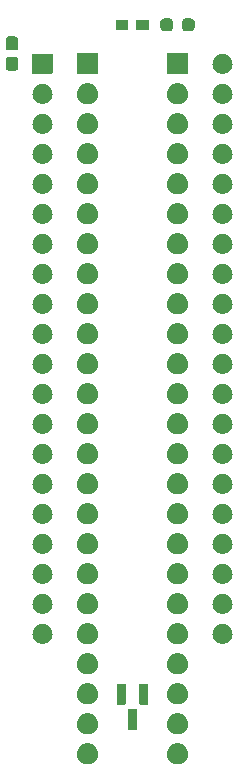
<source format=gbr>
G04 #@! TF.GenerationSoftware,KiCad,Pcbnew,8.0.4+dfsg-1*
G04 #@! TF.CreationDate,2025-01-20T20:37:50+09:00*
G04 #@! TF.ProjectId,bionic-im6100,62696f6e-6963-42d6-996d-363130302e6b,2*
G04 #@! TF.SameCoordinates,Original*
G04 #@! TF.FileFunction,Soldermask,Top*
G04 #@! TF.FilePolarity,Negative*
%FSLAX46Y46*%
G04 Gerber Fmt 4.6, Leading zero omitted, Abs format (unit mm)*
G04 Created by KiCad (PCBNEW 8.0.4+dfsg-1) date 2025-01-20 20:37:50*
%MOMM*%
%LPD*%
G01*
G04 APERTURE LIST*
G04 APERTURE END LIST*
G36*
X109933983Y-132603936D02*
G01*
X109984180Y-132603936D01*
X110027524Y-132613149D01*
X110065659Y-132616905D01*
X110113566Y-132631437D01*
X110168424Y-132643098D01*
X110203530Y-132658728D01*
X110234566Y-132668143D01*
X110283884Y-132694504D01*
X110340500Y-132719711D01*
X110366822Y-132738835D01*
X110390232Y-132751348D01*
X110437988Y-132790540D01*
X110492887Y-132830427D01*
X110510711Y-132850223D01*
X110526675Y-132863324D01*
X110569572Y-132915594D01*
X110618924Y-132970405D01*
X110629292Y-132988363D01*
X110638651Y-132999767D01*
X110673273Y-133064542D01*
X110713104Y-133133530D01*
X110717685Y-133147630D01*
X110721856Y-133155433D01*
X110744852Y-133231242D01*
X110771311Y-133312672D01*
X110772242Y-133321532D01*
X110773094Y-133324340D01*
X110781384Y-133408513D01*
X110791000Y-133500000D01*
X110781383Y-133591494D01*
X110773094Y-133675659D01*
X110772242Y-133678466D01*
X110771311Y-133687328D01*
X110744848Y-133768771D01*
X110721856Y-133844566D01*
X110717686Y-133852366D01*
X110713104Y-133866470D01*
X110673266Y-133935470D01*
X110638651Y-134000232D01*
X110629294Y-134011633D01*
X110618924Y-134029595D01*
X110569563Y-134084415D01*
X110526675Y-134136675D01*
X110510714Y-134149773D01*
X110492887Y-134169573D01*
X110437977Y-134209467D01*
X110390232Y-134248651D01*
X110366827Y-134261161D01*
X110340500Y-134280289D01*
X110283873Y-134305500D01*
X110234566Y-134331856D01*
X110203537Y-134341268D01*
X110168424Y-134356902D01*
X110113555Y-134368564D01*
X110065659Y-134383094D01*
X110027532Y-134386849D01*
X109984180Y-134396064D01*
X109933973Y-134396064D01*
X109890000Y-134400395D01*
X109846027Y-134396064D01*
X109795820Y-134396064D01*
X109752467Y-134386849D01*
X109714340Y-134383094D01*
X109666441Y-134368563D01*
X109611576Y-134356902D01*
X109576464Y-134341269D01*
X109545433Y-134331856D01*
X109496120Y-134305498D01*
X109439500Y-134280289D01*
X109413175Y-134261163D01*
X109389767Y-134248651D01*
X109342013Y-134209460D01*
X109287113Y-134169573D01*
X109269287Y-134149776D01*
X109253324Y-134136675D01*
X109210425Y-134084402D01*
X109161076Y-134029595D01*
X109150708Y-134011637D01*
X109141348Y-134000232D01*
X109106719Y-133935447D01*
X109066896Y-133866470D01*
X109062315Y-133852371D01*
X109058143Y-133844566D01*
X109035136Y-133768725D01*
X109008689Y-133687328D01*
X109007758Y-133678471D01*
X109006905Y-133675659D01*
X108998600Y-133591342D01*
X108989000Y-133500000D01*
X108998599Y-133408664D01*
X109006905Y-133324340D01*
X109007758Y-133321527D01*
X109008689Y-133312672D01*
X109035132Y-133231288D01*
X109058143Y-133155433D01*
X109062315Y-133147626D01*
X109066896Y-133133530D01*
X109106712Y-133064565D01*
X109141348Y-132999767D01*
X109150710Y-132988359D01*
X109161076Y-132970405D01*
X109210416Y-132915607D01*
X109253324Y-132863324D01*
X109269291Y-132850219D01*
X109287113Y-132830427D01*
X109342002Y-132790546D01*
X109389767Y-132751348D01*
X109413180Y-132738833D01*
X109439500Y-132719711D01*
X109496109Y-132694506D01*
X109545433Y-132668143D01*
X109576471Y-132658727D01*
X109611576Y-132643098D01*
X109666430Y-132631438D01*
X109714340Y-132616905D01*
X109752476Y-132613148D01*
X109795820Y-132603936D01*
X109846016Y-132603936D01*
X109890000Y-132599604D01*
X109933983Y-132603936D01*
G37*
G36*
X117553983Y-132603936D02*
G01*
X117604180Y-132603936D01*
X117647524Y-132613149D01*
X117685659Y-132616905D01*
X117733566Y-132631437D01*
X117788424Y-132643098D01*
X117823530Y-132658728D01*
X117854566Y-132668143D01*
X117903884Y-132694504D01*
X117960500Y-132719711D01*
X117986822Y-132738835D01*
X118010232Y-132751348D01*
X118057988Y-132790540D01*
X118112887Y-132830427D01*
X118130711Y-132850223D01*
X118146675Y-132863324D01*
X118189572Y-132915594D01*
X118238924Y-132970405D01*
X118249292Y-132988363D01*
X118258651Y-132999767D01*
X118293273Y-133064542D01*
X118333104Y-133133530D01*
X118337685Y-133147630D01*
X118341856Y-133155433D01*
X118364852Y-133231242D01*
X118391311Y-133312672D01*
X118392242Y-133321532D01*
X118393094Y-133324340D01*
X118401384Y-133408513D01*
X118411000Y-133500000D01*
X118401383Y-133591494D01*
X118393094Y-133675659D01*
X118392242Y-133678466D01*
X118391311Y-133687328D01*
X118364848Y-133768771D01*
X118341856Y-133844566D01*
X118337686Y-133852366D01*
X118333104Y-133866470D01*
X118293266Y-133935470D01*
X118258651Y-134000232D01*
X118249294Y-134011633D01*
X118238924Y-134029595D01*
X118189563Y-134084415D01*
X118146675Y-134136675D01*
X118130714Y-134149773D01*
X118112887Y-134169573D01*
X118057977Y-134209467D01*
X118010232Y-134248651D01*
X117986827Y-134261161D01*
X117960500Y-134280289D01*
X117903873Y-134305500D01*
X117854566Y-134331856D01*
X117823537Y-134341268D01*
X117788424Y-134356902D01*
X117733555Y-134368564D01*
X117685659Y-134383094D01*
X117647532Y-134386849D01*
X117604180Y-134396064D01*
X117553973Y-134396064D01*
X117510000Y-134400395D01*
X117466027Y-134396064D01*
X117415820Y-134396064D01*
X117372467Y-134386849D01*
X117334340Y-134383094D01*
X117286441Y-134368563D01*
X117231576Y-134356902D01*
X117196464Y-134341269D01*
X117165433Y-134331856D01*
X117116120Y-134305498D01*
X117059500Y-134280289D01*
X117033175Y-134261163D01*
X117009767Y-134248651D01*
X116962013Y-134209460D01*
X116907113Y-134169573D01*
X116889287Y-134149776D01*
X116873324Y-134136675D01*
X116830425Y-134084402D01*
X116781076Y-134029595D01*
X116770708Y-134011637D01*
X116761348Y-134000232D01*
X116726719Y-133935447D01*
X116686896Y-133866470D01*
X116682315Y-133852371D01*
X116678143Y-133844566D01*
X116655136Y-133768725D01*
X116628689Y-133687328D01*
X116627758Y-133678471D01*
X116626905Y-133675659D01*
X116618600Y-133591342D01*
X116609000Y-133500000D01*
X116618599Y-133408664D01*
X116626905Y-133324340D01*
X116627758Y-133321527D01*
X116628689Y-133312672D01*
X116655132Y-133231288D01*
X116678143Y-133155433D01*
X116682315Y-133147626D01*
X116686896Y-133133530D01*
X116726712Y-133064565D01*
X116761348Y-132999767D01*
X116770710Y-132988359D01*
X116781076Y-132970405D01*
X116830416Y-132915607D01*
X116873324Y-132863324D01*
X116889291Y-132850219D01*
X116907113Y-132830427D01*
X116962002Y-132790546D01*
X117009767Y-132751348D01*
X117033180Y-132738833D01*
X117059500Y-132719711D01*
X117116109Y-132694506D01*
X117165433Y-132668143D01*
X117196471Y-132658727D01*
X117231576Y-132643098D01*
X117286430Y-132631438D01*
X117334340Y-132616905D01*
X117372476Y-132613148D01*
X117415820Y-132603936D01*
X117466016Y-132603936D01*
X117510000Y-132599604D01*
X117553983Y-132603936D01*
G37*
G36*
X109933983Y-130063936D02*
G01*
X109984180Y-130063936D01*
X110027524Y-130073149D01*
X110065659Y-130076905D01*
X110113566Y-130091437D01*
X110168424Y-130103098D01*
X110203530Y-130118728D01*
X110234566Y-130128143D01*
X110283884Y-130154504D01*
X110340500Y-130179711D01*
X110366822Y-130198835D01*
X110390232Y-130211348D01*
X110437988Y-130250540D01*
X110492887Y-130290427D01*
X110510711Y-130310223D01*
X110526675Y-130323324D01*
X110569572Y-130375594D01*
X110618924Y-130430405D01*
X110629292Y-130448363D01*
X110638651Y-130459767D01*
X110673273Y-130524542D01*
X110713104Y-130593530D01*
X110717685Y-130607630D01*
X110721856Y-130615433D01*
X110744852Y-130691242D01*
X110771311Y-130772672D01*
X110772242Y-130781532D01*
X110773094Y-130784340D01*
X110781384Y-130868513D01*
X110791000Y-130960000D01*
X110781383Y-131051494D01*
X110773094Y-131135659D01*
X110772242Y-131138466D01*
X110771311Y-131147328D01*
X110744848Y-131228771D01*
X110721856Y-131304566D01*
X110717686Y-131312366D01*
X110713104Y-131326470D01*
X110673266Y-131395470D01*
X110638651Y-131460232D01*
X110629294Y-131471633D01*
X110618924Y-131489595D01*
X110569563Y-131544415D01*
X110526675Y-131596675D01*
X110510714Y-131609773D01*
X110492887Y-131629573D01*
X110437977Y-131669467D01*
X110390232Y-131708651D01*
X110366827Y-131721161D01*
X110340500Y-131740289D01*
X110283873Y-131765500D01*
X110234566Y-131791856D01*
X110203537Y-131801268D01*
X110168424Y-131816902D01*
X110113555Y-131828564D01*
X110065659Y-131843094D01*
X110027532Y-131846849D01*
X109984180Y-131856064D01*
X109933973Y-131856064D01*
X109890000Y-131860395D01*
X109846027Y-131856064D01*
X109795820Y-131856064D01*
X109752467Y-131846849D01*
X109714340Y-131843094D01*
X109666441Y-131828563D01*
X109611576Y-131816902D01*
X109576464Y-131801269D01*
X109545433Y-131791856D01*
X109496120Y-131765498D01*
X109439500Y-131740289D01*
X109413175Y-131721163D01*
X109389767Y-131708651D01*
X109342013Y-131669460D01*
X109287113Y-131629573D01*
X109269287Y-131609776D01*
X109253324Y-131596675D01*
X109210425Y-131544402D01*
X109161076Y-131489595D01*
X109150708Y-131471637D01*
X109141348Y-131460232D01*
X109106719Y-131395447D01*
X109066896Y-131326470D01*
X109062315Y-131312371D01*
X109058143Y-131304566D01*
X109035136Y-131228725D01*
X109008689Y-131147328D01*
X109007758Y-131138471D01*
X109006905Y-131135659D01*
X108998600Y-131051342D01*
X108989000Y-130960000D01*
X108998599Y-130868664D01*
X109006905Y-130784340D01*
X109007758Y-130781527D01*
X109008689Y-130772672D01*
X109035132Y-130691288D01*
X109058143Y-130615433D01*
X109062315Y-130607626D01*
X109066896Y-130593530D01*
X109106712Y-130524565D01*
X109141348Y-130459767D01*
X109150710Y-130448359D01*
X109161076Y-130430405D01*
X109210416Y-130375607D01*
X109253324Y-130323324D01*
X109269291Y-130310219D01*
X109287113Y-130290427D01*
X109342002Y-130250546D01*
X109389767Y-130211348D01*
X109413180Y-130198833D01*
X109439500Y-130179711D01*
X109496109Y-130154506D01*
X109545433Y-130128143D01*
X109576471Y-130118727D01*
X109611576Y-130103098D01*
X109666430Y-130091438D01*
X109714340Y-130076905D01*
X109752476Y-130073148D01*
X109795820Y-130063936D01*
X109846016Y-130063936D01*
X109890000Y-130059604D01*
X109933983Y-130063936D01*
G37*
G36*
X117553983Y-130063936D02*
G01*
X117604180Y-130063936D01*
X117647524Y-130073149D01*
X117685659Y-130076905D01*
X117733566Y-130091437D01*
X117788424Y-130103098D01*
X117823530Y-130118728D01*
X117854566Y-130128143D01*
X117903884Y-130154504D01*
X117960500Y-130179711D01*
X117986822Y-130198835D01*
X118010232Y-130211348D01*
X118057988Y-130250540D01*
X118112887Y-130290427D01*
X118130711Y-130310223D01*
X118146675Y-130323324D01*
X118189572Y-130375594D01*
X118238924Y-130430405D01*
X118249292Y-130448363D01*
X118258651Y-130459767D01*
X118293273Y-130524542D01*
X118333104Y-130593530D01*
X118337685Y-130607630D01*
X118341856Y-130615433D01*
X118364852Y-130691242D01*
X118391311Y-130772672D01*
X118392242Y-130781532D01*
X118393094Y-130784340D01*
X118401384Y-130868513D01*
X118411000Y-130960000D01*
X118401383Y-131051494D01*
X118393094Y-131135659D01*
X118392242Y-131138466D01*
X118391311Y-131147328D01*
X118364848Y-131228771D01*
X118341856Y-131304566D01*
X118337686Y-131312366D01*
X118333104Y-131326470D01*
X118293266Y-131395470D01*
X118258651Y-131460232D01*
X118249294Y-131471633D01*
X118238924Y-131489595D01*
X118189563Y-131544415D01*
X118146675Y-131596675D01*
X118130714Y-131609773D01*
X118112887Y-131629573D01*
X118057977Y-131669467D01*
X118010232Y-131708651D01*
X117986827Y-131721161D01*
X117960500Y-131740289D01*
X117903873Y-131765500D01*
X117854566Y-131791856D01*
X117823537Y-131801268D01*
X117788424Y-131816902D01*
X117733555Y-131828564D01*
X117685659Y-131843094D01*
X117647532Y-131846849D01*
X117604180Y-131856064D01*
X117553973Y-131856064D01*
X117510000Y-131860395D01*
X117466027Y-131856064D01*
X117415820Y-131856064D01*
X117372467Y-131846849D01*
X117334340Y-131843094D01*
X117286441Y-131828563D01*
X117231576Y-131816902D01*
X117196464Y-131801269D01*
X117165433Y-131791856D01*
X117116120Y-131765498D01*
X117059500Y-131740289D01*
X117033175Y-131721163D01*
X117009767Y-131708651D01*
X116962013Y-131669460D01*
X116907113Y-131629573D01*
X116889287Y-131609776D01*
X116873324Y-131596675D01*
X116830425Y-131544402D01*
X116781076Y-131489595D01*
X116770708Y-131471637D01*
X116761348Y-131460232D01*
X116726719Y-131395447D01*
X116686896Y-131326470D01*
X116682315Y-131312371D01*
X116678143Y-131304566D01*
X116655136Y-131228725D01*
X116628689Y-131147328D01*
X116627758Y-131138471D01*
X116626905Y-131135659D01*
X116618600Y-131051342D01*
X116609000Y-130960000D01*
X116618599Y-130868664D01*
X116626905Y-130784340D01*
X116627758Y-130781527D01*
X116628689Y-130772672D01*
X116655132Y-130691288D01*
X116678143Y-130615433D01*
X116682315Y-130607626D01*
X116686896Y-130593530D01*
X116726712Y-130524565D01*
X116761348Y-130459767D01*
X116770710Y-130448359D01*
X116781076Y-130430405D01*
X116830416Y-130375607D01*
X116873324Y-130323324D01*
X116889291Y-130310219D01*
X116907113Y-130290427D01*
X116962002Y-130250546D01*
X117009767Y-130211348D01*
X117033180Y-130198833D01*
X117059500Y-130179711D01*
X117116109Y-130154506D01*
X117165433Y-130128143D01*
X117196471Y-130118727D01*
X117231576Y-130103098D01*
X117286430Y-130091438D01*
X117334340Y-130076905D01*
X117372476Y-130073148D01*
X117415820Y-130063936D01*
X117466016Y-130063936D01*
X117510000Y-130059604D01*
X117553983Y-130063936D01*
G37*
G36*
X114049717Y-129743682D02*
G01*
X114066262Y-129754738D01*
X114077318Y-129771283D01*
X114081200Y-129790800D01*
X114081200Y-131416400D01*
X114077318Y-131435917D01*
X114066262Y-131452462D01*
X114049717Y-131463518D01*
X114030200Y-131467400D01*
X113369800Y-131467400D01*
X113350283Y-131463518D01*
X113333738Y-131452462D01*
X113322682Y-131435917D01*
X113318800Y-131416400D01*
X113318800Y-129790800D01*
X113322682Y-129771283D01*
X113333738Y-129754738D01*
X113350283Y-129743682D01*
X113369800Y-129739800D01*
X114030200Y-129739800D01*
X114049717Y-129743682D01*
G37*
G36*
X113099716Y-127611682D02*
G01*
X113116261Y-127622738D01*
X113127317Y-127639283D01*
X113131199Y-127658800D01*
X113131199Y-129284400D01*
X113127317Y-129303917D01*
X113116261Y-129320462D01*
X113099716Y-129331518D01*
X113080199Y-129335400D01*
X112419799Y-129335400D01*
X112400282Y-129331518D01*
X112383737Y-129320462D01*
X112372681Y-129303917D01*
X112368799Y-129284400D01*
X112368799Y-127658800D01*
X112372681Y-127639283D01*
X112383737Y-127622738D01*
X112400282Y-127611682D01*
X112419799Y-127607800D01*
X113080199Y-127607800D01*
X113099716Y-127611682D01*
G37*
G36*
X114999718Y-127611682D02*
G01*
X115016263Y-127622738D01*
X115027319Y-127639283D01*
X115031201Y-127658800D01*
X115031201Y-129284400D01*
X115027319Y-129303917D01*
X115016263Y-129320462D01*
X114999718Y-129331518D01*
X114980201Y-129335400D01*
X114319801Y-129335400D01*
X114300284Y-129331518D01*
X114283739Y-129320462D01*
X114272683Y-129303917D01*
X114268801Y-129284400D01*
X114268801Y-127658800D01*
X114272683Y-127639283D01*
X114283739Y-127622738D01*
X114300284Y-127611682D01*
X114319801Y-127607800D01*
X114980201Y-127607800D01*
X114999718Y-127611682D01*
G37*
G36*
X109933983Y-127523936D02*
G01*
X109984180Y-127523936D01*
X110027524Y-127533149D01*
X110065659Y-127536905D01*
X110113566Y-127551437D01*
X110168424Y-127563098D01*
X110203530Y-127578728D01*
X110234566Y-127588143D01*
X110283884Y-127614504D01*
X110340500Y-127639711D01*
X110366822Y-127658835D01*
X110390232Y-127671348D01*
X110437988Y-127710540D01*
X110492887Y-127750427D01*
X110510711Y-127770223D01*
X110526675Y-127783324D01*
X110569572Y-127835594D01*
X110618924Y-127890405D01*
X110629292Y-127908363D01*
X110638651Y-127919767D01*
X110673273Y-127984542D01*
X110713104Y-128053530D01*
X110717685Y-128067630D01*
X110721856Y-128075433D01*
X110744852Y-128151242D01*
X110771311Y-128232672D01*
X110772242Y-128241532D01*
X110773094Y-128244340D01*
X110781384Y-128328513D01*
X110791000Y-128420000D01*
X110781383Y-128511494D01*
X110773094Y-128595659D01*
X110772242Y-128598466D01*
X110771311Y-128607328D01*
X110744848Y-128688771D01*
X110721856Y-128764566D01*
X110717686Y-128772366D01*
X110713104Y-128786470D01*
X110673266Y-128855470D01*
X110638651Y-128920232D01*
X110629294Y-128931633D01*
X110618924Y-128949595D01*
X110569563Y-129004415D01*
X110526675Y-129056675D01*
X110510714Y-129069773D01*
X110492887Y-129089573D01*
X110437977Y-129129467D01*
X110390232Y-129168651D01*
X110366827Y-129181161D01*
X110340500Y-129200289D01*
X110283873Y-129225500D01*
X110234566Y-129251856D01*
X110203537Y-129261268D01*
X110168424Y-129276902D01*
X110113555Y-129288564D01*
X110065659Y-129303094D01*
X110027532Y-129306849D01*
X109984180Y-129316064D01*
X109933973Y-129316064D01*
X109890000Y-129320395D01*
X109846027Y-129316064D01*
X109795820Y-129316064D01*
X109752467Y-129306849D01*
X109714340Y-129303094D01*
X109666441Y-129288563D01*
X109611576Y-129276902D01*
X109576464Y-129261269D01*
X109545433Y-129251856D01*
X109496120Y-129225498D01*
X109439500Y-129200289D01*
X109413175Y-129181163D01*
X109389767Y-129168651D01*
X109342013Y-129129460D01*
X109287113Y-129089573D01*
X109269287Y-129069776D01*
X109253324Y-129056675D01*
X109210425Y-129004402D01*
X109161076Y-128949595D01*
X109150708Y-128931637D01*
X109141348Y-128920232D01*
X109106719Y-128855447D01*
X109066896Y-128786470D01*
X109062315Y-128772371D01*
X109058143Y-128764566D01*
X109035136Y-128688725D01*
X109008689Y-128607328D01*
X109007758Y-128598471D01*
X109006905Y-128595659D01*
X108998600Y-128511342D01*
X108989000Y-128420000D01*
X108998599Y-128328664D01*
X109006905Y-128244340D01*
X109007758Y-128241527D01*
X109008689Y-128232672D01*
X109035132Y-128151288D01*
X109058143Y-128075433D01*
X109062315Y-128067626D01*
X109066896Y-128053530D01*
X109106712Y-127984565D01*
X109141348Y-127919767D01*
X109150710Y-127908359D01*
X109161076Y-127890405D01*
X109210416Y-127835607D01*
X109253324Y-127783324D01*
X109269291Y-127770219D01*
X109287113Y-127750427D01*
X109342002Y-127710546D01*
X109389767Y-127671348D01*
X109413180Y-127658833D01*
X109439500Y-127639711D01*
X109496109Y-127614506D01*
X109545433Y-127588143D01*
X109576471Y-127578727D01*
X109611576Y-127563098D01*
X109666430Y-127551438D01*
X109714340Y-127536905D01*
X109752476Y-127533148D01*
X109795820Y-127523936D01*
X109846016Y-127523936D01*
X109890000Y-127519604D01*
X109933983Y-127523936D01*
G37*
G36*
X117553983Y-127523936D02*
G01*
X117604180Y-127523936D01*
X117647524Y-127533149D01*
X117685659Y-127536905D01*
X117733566Y-127551437D01*
X117788424Y-127563098D01*
X117823530Y-127578728D01*
X117854566Y-127588143D01*
X117903884Y-127614504D01*
X117960500Y-127639711D01*
X117986822Y-127658835D01*
X118010232Y-127671348D01*
X118057988Y-127710540D01*
X118112887Y-127750427D01*
X118130711Y-127770223D01*
X118146675Y-127783324D01*
X118189572Y-127835594D01*
X118238924Y-127890405D01*
X118249292Y-127908363D01*
X118258651Y-127919767D01*
X118293273Y-127984542D01*
X118333104Y-128053530D01*
X118337685Y-128067630D01*
X118341856Y-128075433D01*
X118364852Y-128151242D01*
X118391311Y-128232672D01*
X118392242Y-128241532D01*
X118393094Y-128244340D01*
X118401384Y-128328513D01*
X118411000Y-128420000D01*
X118401383Y-128511494D01*
X118393094Y-128595659D01*
X118392242Y-128598466D01*
X118391311Y-128607328D01*
X118364848Y-128688771D01*
X118341856Y-128764566D01*
X118337686Y-128772366D01*
X118333104Y-128786470D01*
X118293266Y-128855470D01*
X118258651Y-128920232D01*
X118249294Y-128931633D01*
X118238924Y-128949595D01*
X118189563Y-129004415D01*
X118146675Y-129056675D01*
X118130714Y-129069773D01*
X118112887Y-129089573D01*
X118057977Y-129129467D01*
X118010232Y-129168651D01*
X117986827Y-129181161D01*
X117960500Y-129200289D01*
X117903873Y-129225500D01*
X117854566Y-129251856D01*
X117823537Y-129261268D01*
X117788424Y-129276902D01*
X117733555Y-129288564D01*
X117685659Y-129303094D01*
X117647532Y-129306849D01*
X117604180Y-129316064D01*
X117553973Y-129316064D01*
X117510000Y-129320395D01*
X117466027Y-129316064D01*
X117415820Y-129316064D01*
X117372467Y-129306849D01*
X117334340Y-129303094D01*
X117286441Y-129288563D01*
X117231576Y-129276902D01*
X117196464Y-129261269D01*
X117165433Y-129251856D01*
X117116120Y-129225498D01*
X117059500Y-129200289D01*
X117033175Y-129181163D01*
X117009767Y-129168651D01*
X116962013Y-129129460D01*
X116907113Y-129089573D01*
X116889287Y-129069776D01*
X116873324Y-129056675D01*
X116830425Y-129004402D01*
X116781076Y-128949595D01*
X116770708Y-128931637D01*
X116761348Y-128920232D01*
X116726719Y-128855447D01*
X116686896Y-128786470D01*
X116682315Y-128772371D01*
X116678143Y-128764566D01*
X116655136Y-128688725D01*
X116628689Y-128607328D01*
X116627758Y-128598471D01*
X116626905Y-128595659D01*
X116618600Y-128511342D01*
X116609000Y-128420000D01*
X116618599Y-128328664D01*
X116626905Y-128244340D01*
X116627758Y-128241527D01*
X116628689Y-128232672D01*
X116655132Y-128151288D01*
X116678143Y-128075433D01*
X116682315Y-128067626D01*
X116686896Y-128053530D01*
X116726712Y-127984565D01*
X116761348Y-127919767D01*
X116770710Y-127908359D01*
X116781076Y-127890405D01*
X116830416Y-127835607D01*
X116873324Y-127783324D01*
X116889291Y-127770219D01*
X116907113Y-127750427D01*
X116962002Y-127710546D01*
X117009767Y-127671348D01*
X117033180Y-127658833D01*
X117059500Y-127639711D01*
X117116109Y-127614506D01*
X117165433Y-127588143D01*
X117196471Y-127578727D01*
X117231576Y-127563098D01*
X117286430Y-127551438D01*
X117334340Y-127536905D01*
X117372476Y-127533148D01*
X117415820Y-127523936D01*
X117466016Y-127523936D01*
X117510000Y-127519604D01*
X117553983Y-127523936D01*
G37*
G36*
X109933983Y-124983936D02*
G01*
X109984180Y-124983936D01*
X110027524Y-124993149D01*
X110065659Y-124996905D01*
X110113566Y-125011437D01*
X110168424Y-125023098D01*
X110203530Y-125038728D01*
X110234566Y-125048143D01*
X110283884Y-125074504D01*
X110340500Y-125099711D01*
X110366822Y-125118835D01*
X110390232Y-125131348D01*
X110437988Y-125170540D01*
X110492887Y-125210427D01*
X110510711Y-125230223D01*
X110526675Y-125243324D01*
X110569572Y-125295594D01*
X110618924Y-125350405D01*
X110629292Y-125368363D01*
X110638651Y-125379767D01*
X110673273Y-125444542D01*
X110713104Y-125513530D01*
X110717685Y-125527630D01*
X110721856Y-125535433D01*
X110744852Y-125611242D01*
X110771311Y-125692672D01*
X110772242Y-125701532D01*
X110773094Y-125704340D01*
X110781384Y-125788513D01*
X110791000Y-125880000D01*
X110781383Y-125971494D01*
X110773094Y-126055659D01*
X110772242Y-126058466D01*
X110771311Y-126067328D01*
X110744848Y-126148771D01*
X110721856Y-126224566D01*
X110717686Y-126232366D01*
X110713104Y-126246470D01*
X110673266Y-126315470D01*
X110638651Y-126380232D01*
X110629294Y-126391633D01*
X110618924Y-126409595D01*
X110569563Y-126464415D01*
X110526675Y-126516675D01*
X110510714Y-126529773D01*
X110492887Y-126549573D01*
X110437977Y-126589467D01*
X110390232Y-126628651D01*
X110366827Y-126641161D01*
X110340500Y-126660289D01*
X110283873Y-126685500D01*
X110234566Y-126711856D01*
X110203537Y-126721268D01*
X110168424Y-126736902D01*
X110113555Y-126748564D01*
X110065659Y-126763094D01*
X110027532Y-126766849D01*
X109984180Y-126776064D01*
X109933973Y-126776064D01*
X109890000Y-126780395D01*
X109846027Y-126776064D01*
X109795820Y-126776064D01*
X109752467Y-126766849D01*
X109714340Y-126763094D01*
X109666441Y-126748563D01*
X109611576Y-126736902D01*
X109576464Y-126721269D01*
X109545433Y-126711856D01*
X109496120Y-126685498D01*
X109439500Y-126660289D01*
X109413175Y-126641163D01*
X109389767Y-126628651D01*
X109342013Y-126589460D01*
X109287113Y-126549573D01*
X109269287Y-126529776D01*
X109253324Y-126516675D01*
X109210425Y-126464402D01*
X109161076Y-126409595D01*
X109150708Y-126391637D01*
X109141348Y-126380232D01*
X109106719Y-126315447D01*
X109066896Y-126246470D01*
X109062315Y-126232371D01*
X109058143Y-126224566D01*
X109035136Y-126148725D01*
X109008689Y-126067328D01*
X109007758Y-126058471D01*
X109006905Y-126055659D01*
X108998600Y-125971342D01*
X108989000Y-125880000D01*
X108998599Y-125788664D01*
X109006905Y-125704340D01*
X109007758Y-125701527D01*
X109008689Y-125692672D01*
X109035132Y-125611288D01*
X109058143Y-125535433D01*
X109062315Y-125527626D01*
X109066896Y-125513530D01*
X109106712Y-125444565D01*
X109141348Y-125379767D01*
X109150710Y-125368359D01*
X109161076Y-125350405D01*
X109210416Y-125295607D01*
X109253324Y-125243324D01*
X109269291Y-125230219D01*
X109287113Y-125210427D01*
X109342002Y-125170546D01*
X109389767Y-125131348D01*
X109413180Y-125118833D01*
X109439500Y-125099711D01*
X109496109Y-125074506D01*
X109545433Y-125048143D01*
X109576471Y-125038727D01*
X109611576Y-125023098D01*
X109666430Y-125011438D01*
X109714340Y-124996905D01*
X109752476Y-124993148D01*
X109795820Y-124983936D01*
X109846016Y-124983936D01*
X109890000Y-124979604D01*
X109933983Y-124983936D01*
G37*
G36*
X117553983Y-124983936D02*
G01*
X117604180Y-124983936D01*
X117647524Y-124993149D01*
X117685659Y-124996905D01*
X117733566Y-125011437D01*
X117788424Y-125023098D01*
X117823530Y-125038728D01*
X117854566Y-125048143D01*
X117903884Y-125074504D01*
X117960500Y-125099711D01*
X117986822Y-125118835D01*
X118010232Y-125131348D01*
X118057988Y-125170540D01*
X118112887Y-125210427D01*
X118130711Y-125230223D01*
X118146675Y-125243324D01*
X118189572Y-125295594D01*
X118238924Y-125350405D01*
X118249292Y-125368363D01*
X118258651Y-125379767D01*
X118293273Y-125444542D01*
X118333104Y-125513530D01*
X118337685Y-125527630D01*
X118341856Y-125535433D01*
X118364852Y-125611242D01*
X118391311Y-125692672D01*
X118392242Y-125701532D01*
X118393094Y-125704340D01*
X118401384Y-125788513D01*
X118411000Y-125880000D01*
X118401383Y-125971494D01*
X118393094Y-126055659D01*
X118392242Y-126058466D01*
X118391311Y-126067328D01*
X118364848Y-126148771D01*
X118341856Y-126224566D01*
X118337686Y-126232366D01*
X118333104Y-126246470D01*
X118293266Y-126315470D01*
X118258651Y-126380232D01*
X118249294Y-126391633D01*
X118238924Y-126409595D01*
X118189563Y-126464415D01*
X118146675Y-126516675D01*
X118130714Y-126529773D01*
X118112887Y-126549573D01*
X118057977Y-126589467D01*
X118010232Y-126628651D01*
X117986827Y-126641161D01*
X117960500Y-126660289D01*
X117903873Y-126685500D01*
X117854566Y-126711856D01*
X117823537Y-126721268D01*
X117788424Y-126736902D01*
X117733555Y-126748564D01*
X117685659Y-126763094D01*
X117647532Y-126766849D01*
X117604180Y-126776064D01*
X117553973Y-126776064D01*
X117510000Y-126780395D01*
X117466027Y-126776064D01*
X117415820Y-126776064D01*
X117372467Y-126766849D01*
X117334340Y-126763094D01*
X117286441Y-126748563D01*
X117231576Y-126736902D01*
X117196464Y-126721269D01*
X117165433Y-126711856D01*
X117116120Y-126685498D01*
X117059500Y-126660289D01*
X117033175Y-126641163D01*
X117009767Y-126628651D01*
X116962013Y-126589460D01*
X116907113Y-126549573D01*
X116889287Y-126529776D01*
X116873324Y-126516675D01*
X116830425Y-126464402D01*
X116781076Y-126409595D01*
X116770708Y-126391637D01*
X116761348Y-126380232D01*
X116726719Y-126315447D01*
X116686896Y-126246470D01*
X116682315Y-126232371D01*
X116678143Y-126224566D01*
X116655136Y-126148725D01*
X116628689Y-126067328D01*
X116627758Y-126058471D01*
X116626905Y-126055659D01*
X116618600Y-125971342D01*
X116609000Y-125880000D01*
X116618599Y-125788664D01*
X116626905Y-125704340D01*
X116627758Y-125701527D01*
X116628689Y-125692672D01*
X116655132Y-125611288D01*
X116678143Y-125535433D01*
X116682315Y-125527626D01*
X116686896Y-125513530D01*
X116726712Y-125444565D01*
X116761348Y-125379767D01*
X116770710Y-125368359D01*
X116781076Y-125350405D01*
X116830416Y-125295607D01*
X116873324Y-125243324D01*
X116889291Y-125230219D01*
X116907113Y-125210427D01*
X116962002Y-125170546D01*
X117009767Y-125131348D01*
X117033180Y-125118833D01*
X117059500Y-125099711D01*
X117116109Y-125074506D01*
X117165433Y-125048143D01*
X117196471Y-125038727D01*
X117231576Y-125023098D01*
X117286430Y-125011438D01*
X117334340Y-124996905D01*
X117372476Y-124993148D01*
X117415820Y-124983936D01*
X117466016Y-124983936D01*
X117510000Y-124979604D01*
X117553983Y-124983936D01*
G37*
G36*
X109933983Y-122443936D02*
G01*
X109984180Y-122443936D01*
X110027524Y-122453149D01*
X110065659Y-122456905D01*
X110113566Y-122471437D01*
X110168424Y-122483098D01*
X110203530Y-122498728D01*
X110234566Y-122508143D01*
X110283884Y-122534504D01*
X110340500Y-122559711D01*
X110366822Y-122578835D01*
X110390232Y-122591348D01*
X110437988Y-122630540D01*
X110492887Y-122670427D01*
X110510711Y-122690223D01*
X110526675Y-122703324D01*
X110569572Y-122755594D01*
X110618924Y-122810405D01*
X110629292Y-122828363D01*
X110638651Y-122839767D01*
X110673273Y-122904542D01*
X110713104Y-122973530D01*
X110717685Y-122987630D01*
X110721856Y-122995433D01*
X110744852Y-123071242D01*
X110771311Y-123152672D01*
X110772242Y-123161532D01*
X110773094Y-123164340D01*
X110781384Y-123248513D01*
X110791000Y-123340000D01*
X110781383Y-123431494D01*
X110773094Y-123515659D01*
X110772242Y-123518466D01*
X110771311Y-123527328D01*
X110744848Y-123608771D01*
X110721856Y-123684566D01*
X110717686Y-123692366D01*
X110713104Y-123706470D01*
X110673266Y-123775470D01*
X110638651Y-123840232D01*
X110629294Y-123851633D01*
X110618924Y-123869595D01*
X110569563Y-123924415D01*
X110526675Y-123976675D01*
X110510714Y-123989773D01*
X110492887Y-124009573D01*
X110437977Y-124049467D01*
X110390232Y-124088651D01*
X110366827Y-124101161D01*
X110340500Y-124120289D01*
X110283873Y-124145500D01*
X110234566Y-124171856D01*
X110203537Y-124181268D01*
X110168424Y-124196902D01*
X110113555Y-124208564D01*
X110065659Y-124223094D01*
X110027532Y-124226849D01*
X109984180Y-124236064D01*
X109933973Y-124236064D01*
X109890000Y-124240395D01*
X109846027Y-124236064D01*
X109795820Y-124236064D01*
X109752467Y-124226849D01*
X109714340Y-124223094D01*
X109666441Y-124208563D01*
X109611576Y-124196902D01*
X109576464Y-124181269D01*
X109545433Y-124171856D01*
X109496120Y-124145498D01*
X109439500Y-124120289D01*
X109413175Y-124101163D01*
X109389767Y-124088651D01*
X109342013Y-124049460D01*
X109287113Y-124009573D01*
X109269287Y-123989776D01*
X109253324Y-123976675D01*
X109210425Y-123924402D01*
X109161076Y-123869595D01*
X109150708Y-123851637D01*
X109141348Y-123840232D01*
X109106719Y-123775447D01*
X109066896Y-123706470D01*
X109062315Y-123692371D01*
X109058143Y-123684566D01*
X109035136Y-123608725D01*
X109008689Y-123527328D01*
X109007758Y-123518471D01*
X109006905Y-123515659D01*
X108998600Y-123431342D01*
X108989000Y-123340000D01*
X108998599Y-123248664D01*
X109006905Y-123164340D01*
X109007758Y-123161527D01*
X109008689Y-123152672D01*
X109035132Y-123071288D01*
X109058143Y-122995433D01*
X109062315Y-122987626D01*
X109066896Y-122973530D01*
X109106712Y-122904565D01*
X109141348Y-122839767D01*
X109150710Y-122828359D01*
X109161076Y-122810405D01*
X109210416Y-122755607D01*
X109253324Y-122703324D01*
X109269291Y-122690219D01*
X109287113Y-122670427D01*
X109342002Y-122630546D01*
X109389767Y-122591348D01*
X109413180Y-122578833D01*
X109439500Y-122559711D01*
X109496109Y-122534506D01*
X109545433Y-122508143D01*
X109576471Y-122498727D01*
X109611576Y-122483098D01*
X109666430Y-122471438D01*
X109714340Y-122456905D01*
X109752476Y-122453148D01*
X109795820Y-122443936D01*
X109846016Y-122443936D01*
X109890000Y-122439604D01*
X109933983Y-122443936D01*
G37*
G36*
X117553983Y-122443936D02*
G01*
X117604180Y-122443936D01*
X117647524Y-122453149D01*
X117685659Y-122456905D01*
X117733566Y-122471437D01*
X117788424Y-122483098D01*
X117823530Y-122498728D01*
X117854566Y-122508143D01*
X117903884Y-122534504D01*
X117960500Y-122559711D01*
X117986822Y-122578835D01*
X118010232Y-122591348D01*
X118057988Y-122630540D01*
X118112887Y-122670427D01*
X118130711Y-122690223D01*
X118146675Y-122703324D01*
X118189572Y-122755594D01*
X118238924Y-122810405D01*
X118249292Y-122828363D01*
X118258651Y-122839767D01*
X118293273Y-122904542D01*
X118333104Y-122973530D01*
X118337685Y-122987630D01*
X118341856Y-122995433D01*
X118364852Y-123071242D01*
X118391311Y-123152672D01*
X118392242Y-123161532D01*
X118393094Y-123164340D01*
X118401384Y-123248513D01*
X118411000Y-123340000D01*
X118401383Y-123431494D01*
X118393094Y-123515659D01*
X118392242Y-123518466D01*
X118391311Y-123527328D01*
X118364848Y-123608771D01*
X118341856Y-123684566D01*
X118337686Y-123692366D01*
X118333104Y-123706470D01*
X118293266Y-123775470D01*
X118258651Y-123840232D01*
X118249294Y-123851633D01*
X118238924Y-123869595D01*
X118189563Y-123924415D01*
X118146675Y-123976675D01*
X118130714Y-123989773D01*
X118112887Y-124009573D01*
X118057977Y-124049467D01*
X118010232Y-124088651D01*
X117986827Y-124101161D01*
X117960500Y-124120289D01*
X117903873Y-124145500D01*
X117854566Y-124171856D01*
X117823537Y-124181268D01*
X117788424Y-124196902D01*
X117733555Y-124208564D01*
X117685659Y-124223094D01*
X117647532Y-124226849D01*
X117604180Y-124236064D01*
X117553973Y-124236064D01*
X117510000Y-124240395D01*
X117466027Y-124236064D01*
X117415820Y-124236064D01*
X117372467Y-124226849D01*
X117334340Y-124223094D01*
X117286441Y-124208563D01*
X117231576Y-124196902D01*
X117196464Y-124181269D01*
X117165433Y-124171856D01*
X117116120Y-124145498D01*
X117059500Y-124120289D01*
X117033175Y-124101163D01*
X117009767Y-124088651D01*
X116962013Y-124049460D01*
X116907113Y-124009573D01*
X116889287Y-123989776D01*
X116873324Y-123976675D01*
X116830425Y-123924402D01*
X116781076Y-123869595D01*
X116770708Y-123851637D01*
X116761348Y-123840232D01*
X116726719Y-123775447D01*
X116686896Y-123706470D01*
X116682315Y-123692371D01*
X116678143Y-123684566D01*
X116655136Y-123608725D01*
X116628689Y-123527328D01*
X116627758Y-123518471D01*
X116626905Y-123515659D01*
X116618600Y-123431342D01*
X116609000Y-123340000D01*
X116618599Y-123248664D01*
X116626905Y-123164340D01*
X116627758Y-123161527D01*
X116628689Y-123152672D01*
X116655132Y-123071288D01*
X116678143Y-122995433D01*
X116682315Y-122987626D01*
X116686896Y-122973530D01*
X116726712Y-122904565D01*
X116761348Y-122839767D01*
X116770710Y-122828359D01*
X116781076Y-122810405D01*
X116830416Y-122755607D01*
X116873324Y-122703324D01*
X116889291Y-122690219D01*
X116907113Y-122670427D01*
X116962002Y-122630546D01*
X117009767Y-122591348D01*
X117033180Y-122578833D01*
X117059500Y-122559711D01*
X117116109Y-122534506D01*
X117165433Y-122508143D01*
X117196471Y-122498727D01*
X117231576Y-122483098D01*
X117286430Y-122471438D01*
X117334340Y-122456905D01*
X117372476Y-122453148D01*
X117415820Y-122443936D01*
X117466016Y-122443936D01*
X117510000Y-122439604D01*
X117553983Y-122443936D01*
G37*
G36*
X106121199Y-122493662D02*
G01*
X106168954Y-122493662D01*
X106210194Y-122502427D01*
X106245901Y-122505945D01*
X106290759Y-122519552D01*
X106342973Y-122530651D01*
X106376384Y-122545526D01*
X106405435Y-122554339D01*
X106451602Y-122579015D01*
X106505500Y-122603012D01*
X106530554Y-122621215D01*
X106552453Y-122632920D01*
X106597128Y-122669584D01*
X106649430Y-122707584D01*
X106666411Y-122726443D01*
X106681320Y-122738679D01*
X106721387Y-122787501D01*
X106768473Y-122839795D01*
X106778364Y-122856927D01*
X106787079Y-122867546D01*
X106819306Y-122927840D01*
X106857427Y-122993867D01*
X106861813Y-123007368D01*
X106865660Y-123014564D01*
X106886861Y-123084455D01*
X106912404Y-123163067D01*
X106913303Y-123171623D01*
X106914054Y-123174098D01*
X106921371Y-123248389D01*
X106931000Y-123340000D01*
X106921370Y-123431619D01*
X106914054Y-123505901D01*
X106913303Y-123508375D01*
X106912404Y-123516933D01*
X106886856Y-123595558D01*
X106865660Y-123665435D01*
X106861814Y-123672629D01*
X106857427Y-123686133D01*
X106819299Y-123752172D01*
X106787079Y-123812453D01*
X106778366Y-123823069D01*
X106768473Y-123840205D01*
X106721378Y-123892509D01*
X106681320Y-123941320D01*
X106666414Y-123953552D01*
X106649430Y-123972416D01*
X106597118Y-124010423D01*
X106552453Y-124047079D01*
X106530559Y-124058780D01*
X106505500Y-124076988D01*
X106451591Y-124100989D01*
X106405435Y-124125660D01*
X106376391Y-124134470D01*
X106342973Y-124149349D01*
X106290748Y-124160449D01*
X106245901Y-124174054D01*
X106210203Y-124177570D01*
X106168954Y-124186338D01*
X106121188Y-124186338D01*
X106080000Y-124190395D01*
X106038811Y-124186338D01*
X105991046Y-124186338D01*
X105949797Y-124177570D01*
X105914098Y-124174054D01*
X105869248Y-124160448D01*
X105817027Y-124149349D01*
X105783610Y-124134471D01*
X105754564Y-124125660D01*
X105708402Y-124100986D01*
X105654500Y-124076988D01*
X105629443Y-124058783D01*
X105607546Y-124047079D01*
X105562873Y-124010416D01*
X105510570Y-123972416D01*
X105493588Y-123953555D01*
X105478679Y-123941320D01*
X105438610Y-123892496D01*
X105391527Y-123840205D01*
X105381636Y-123823073D01*
X105372920Y-123812453D01*
X105340687Y-123752148D01*
X105302573Y-123686133D01*
X105298186Y-123672634D01*
X105294339Y-123665435D01*
X105273128Y-123595512D01*
X105247596Y-123516933D01*
X105246697Y-123508380D01*
X105245945Y-123505901D01*
X105238613Y-123431467D01*
X105229000Y-123340000D01*
X105238612Y-123248540D01*
X105245945Y-123174098D01*
X105246697Y-123171618D01*
X105247596Y-123163067D01*
X105273123Y-123084502D01*
X105294339Y-123014564D01*
X105298187Y-123007363D01*
X105302573Y-122993867D01*
X105340680Y-122927863D01*
X105372920Y-122867546D01*
X105381638Y-122856923D01*
X105391527Y-122839795D01*
X105438601Y-122787513D01*
X105478679Y-122738679D01*
X105493591Y-122726440D01*
X105510570Y-122707584D01*
X105562862Y-122669591D01*
X105607546Y-122632920D01*
X105629448Y-122621213D01*
X105654500Y-122603012D01*
X105708391Y-122579018D01*
X105754564Y-122554339D01*
X105783617Y-122545525D01*
X105817027Y-122530651D01*
X105869237Y-122519553D01*
X105914098Y-122505945D01*
X105949806Y-122502427D01*
X105991046Y-122493662D01*
X106038801Y-122493662D01*
X106080000Y-122489604D01*
X106121199Y-122493662D01*
G37*
G36*
X121361199Y-122493662D02*
G01*
X121408954Y-122493662D01*
X121450194Y-122502427D01*
X121485901Y-122505945D01*
X121530759Y-122519552D01*
X121582973Y-122530651D01*
X121616384Y-122545526D01*
X121645435Y-122554339D01*
X121691602Y-122579015D01*
X121745500Y-122603012D01*
X121770554Y-122621215D01*
X121792453Y-122632920D01*
X121837128Y-122669584D01*
X121889430Y-122707584D01*
X121906411Y-122726443D01*
X121921320Y-122738679D01*
X121961387Y-122787501D01*
X122008473Y-122839795D01*
X122018364Y-122856927D01*
X122027079Y-122867546D01*
X122059306Y-122927840D01*
X122097427Y-122993867D01*
X122101813Y-123007368D01*
X122105660Y-123014564D01*
X122126861Y-123084455D01*
X122152404Y-123163067D01*
X122153303Y-123171623D01*
X122154054Y-123174098D01*
X122161371Y-123248389D01*
X122171000Y-123340000D01*
X122161370Y-123431619D01*
X122154054Y-123505901D01*
X122153303Y-123508375D01*
X122152404Y-123516933D01*
X122126856Y-123595558D01*
X122105660Y-123665435D01*
X122101814Y-123672629D01*
X122097427Y-123686133D01*
X122059299Y-123752172D01*
X122027079Y-123812453D01*
X122018366Y-123823069D01*
X122008473Y-123840205D01*
X121961378Y-123892509D01*
X121921320Y-123941320D01*
X121906414Y-123953552D01*
X121889430Y-123972416D01*
X121837118Y-124010423D01*
X121792453Y-124047079D01*
X121770559Y-124058780D01*
X121745500Y-124076988D01*
X121691591Y-124100989D01*
X121645435Y-124125660D01*
X121616391Y-124134470D01*
X121582973Y-124149349D01*
X121530748Y-124160449D01*
X121485901Y-124174054D01*
X121450203Y-124177570D01*
X121408954Y-124186338D01*
X121361188Y-124186338D01*
X121320000Y-124190395D01*
X121278811Y-124186338D01*
X121231046Y-124186338D01*
X121189797Y-124177570D01*
X121154098Y-124174054D01*
X121109248Y-124160448D01*
X121057027Y-124149349D01*
X121023610Y-124134471D01*
X120994564Y-124125660D01*
X120948402Y-124100986D01*
X120894500Y-124076988D01*
X120869443Y-124058783D01*
X120847546Y-124047079D01*
X120802873Y-124010416D01*
X120750570Y-123972416D01*
X120733588Y-123953555D01*
X120718679Y-123941320D01*
X120678610Y-123892496D01*
X120631527Y-123840205D01*
X120621636Y-123823073D01*
X120612920Y-123812453D01*
X120580687Y-123752148D01*
X120542573Y-123686133D01*
X120538186Y-123672634D01*
X120534339Y-123665435D01*
X120513128Y-123595512D01*
X120487596Y-123516933D01*
X120486697Y-123508380D01*
X120485945Y-123505901D01*
X120478613Y-123431467D01*
X120469000Y-123340000D01*
X120478612Y-123248540D01*
X120485945Y-123174098D01*
X120486697Y-123171618D01*
X120487596Y-123163067D01*
X120513123Y-123084502D01*
X120534339Y-123014564D01*
X120538187Y-123007363D01*
X120542573Y-122993867D01*
X120580680Y-122927863D01*
X120612920Y-122867546D01*
X120621638Y-122856923D01*
X120631527Y-122839795D01*
X120678601Y-122787513D01*
X120718679Y-122738679D01*
X120733591Y-122726440D01*
X120750570Y-122707584D01*
X120802862Y-122669591D01*
X120847546Y-122632920D01*
X120869448Y-122621213D01*
X120894500Y-122603012D01*
X120948391Y-122579018D01*
X120994564Y-122554339D01*
X121023617Y-122545525D01*
X121057027Y-122530651D01*
X121109237Y-122519553D01*
X121154098Y-122505945D01*
X121189806Y-122502427D01*
X121231046Y-122493662D01*
X121278801Y-122493662D01*
X121320000Y-122489604D01*
X121361199Y-122493662D01*
G37*
G36*
X109933983Y-119903936D02*
G01*
X109984180Y-119903936D01*
X110027524Y-119913149D01*
X110065659Y-119916905D01*
X110113566Y-119931437D01*
X110168424Y-119943098D01*
X110203530Y-119958728D01*
X110234566Y-119968143D01*
X110283884Y-119994504D01*
X110340500Y-120019711D01*
X110366822Y-120038835D01*
X110390232Y-120051348D01*
X110437988Y-120090540D01*
X110492887Y-120130427D01*
X110510711Y-120150223D01*
X110526675Y-120163324D01*
X110569572Y-120215594D01*
X110618924Y-120270405D01*
X110629292Y-120288363D01*
X110638651Y-120299767D01*
X110673273Y-120364542D01*
X110713104Y-120433530D01*
X110717685Y-120447630D01*
X110721856Y-120455433D01*
X110744852Y-120531242D01*
X110771311Y-120612672D01*
X110772242Y-120621532D01*
X110773094Y-120624340D01*
X110781384Y-120708513D01*
X110791000Y-120800000D01*
X110781383Y-120891494D01*
X110773094Y-120975659D01*
X110772242Y-120978466D01*
X110771311Y-120987328D01*
X110744848Y-121068771D01*
X110721856Y-121144566D01*
X110717686Y-121152366D01*
X110713104Y-121166470D01*
X110673266Y-121235470D01*
X110638651Y-121300232D01*
X110629294Y-121311633D01*
X110618924Y-121329595D01*
X110569563Y-121384415D01*
X110526675Y-121436675D01*
X110510714Y-121449773D01*
X110492887Y-121469573D01*
X110437977Y-121509467D01*
X110390232Y-121548651D01*
X110366827Y-121561161D01*
X110340500Y-121580289D01*
X110283873Y-121605500D01*
X110234566Y-121631856D01*
X110203537Y-121641268D01*
X110168424Y-121656902D01*
X110113555Y-121668564D01*
X110065659Y-121683094D01*
X110027532Y-121686849D01*
X109984180Y-121696064D01*
X109933973Y-121696064D01*
X109890000Y-121700395D01*
X109846027Y-121696064D01*
X109795820Y-121696064D01*
X109752467Y-121686849D01*
X109714340Y-121683094D01*
X109666441Y-121668563D01*
X109611576Y-121656902D01*
X109576464Y-121641269D01*
X109545433Y-121631856D01*
X109496120Y-121605498D01*
X109439500Y-121580289D01*
X109413175Y-121561163D01*
X109389767Y-121548651D01*
X109342013Y-121509460D01*
X109287113Y-121469573D01*
X109269287Y-121449776D01*
X109253324Y-121436675D01*
X109210425Y-121384402D01*
X109161076Y-121329595D01*
X109150708Y-121311637D01*
X109141348Y-121300232D01*
X109106719Y-121235447D01*
X109066896Y-121166470D01*
X109062315Y-121152371D01*
X109058143Y-121144566D01*
X109035136Y-121068725D01*
X109008689Y-120987328D01*
X109007758Y-120978471D01*
X109006905Y-120975659D01*
X108998600Y-120891342D01*
X108989000Y-120800000D01*
X108998599Y-120708664D01*
X109006905Y-120624340D01*
X109007758Y-120621527D01*
X109008689Y-120612672D01*
X109035132Y-120531288D01*
X109058143Y-120455433D01*
X109062315Y-120447626D01*
X109066896Y-120433530D01*
X109106712Y-120364565D01*
X109141348Y-120299767D01*
X109150710Y-120288359D01*
X109161076Y-120270405D01*
X109210416Y-120215607D01*
X109253324Y-120163324D01*
X109269291Y-120150219D01*
X109287113Y-120130427D01*
X109342002Y-120090546D01*
X109389767Y-120051348D01*
X109413180Y-120038833D01*
X109439500Y-120019711D01*
X109496109Y-119994506D01*
X109545433Y-119968143D01*
X109576471Y-119958727D01*
X109611576Y-119943098D01*
X109666430Y-119931438D01*
X109714340Y-119916905D01*
X109752476Y-119913148D01*
X109795820Y-119903936D01*
X109846016Y-119903936D01*
X109890000Y-119899604D01*
X109933983Y-119903936D01*
G37*
G36*
X117553983Y-119903936D02*
G01*
X117604180Y-119903936D01*
X117647524Y-119913149D01*
X117685659Y-119916905D01*
X117733566Y-119931437D01*
X117788424Y-119943098D01*
X117823530Y-119958728D01*
X117854566Y-119968143D01*
X117903884Y-119994504D01*
X117960500Y-120019711D01*
X117986822Y-120038835D01*
X118010232Y-120051348D01*
X118057988Y-120090540D01*
X118112887Y-120130427D01*
X118130711Y-120150223D01*
X118146675Y-120163324D01*
X118189572Y-120215594D01*
X118238924Y-120270405D01*
X118249292Y-120288363D01*
X118258651Y-120299767D01*
X118293273Y-120364542D01*
X118333104Y-120433530D01*
X118337685Y-120447630D01*
X118341856Y-120455433D01*
X118364852Y-120531242D01*
X118391311Y-120612672D01*
X118392242Y-120621532D01*
X118393094Y-120624340D01*
X118401384Y-120708513D01*
X118411000Y-120800000D01*
X118401383Y-120891494D01*
X118393094Y-120975659D01*
X118392242Y-120978466D01*
X118391311Y-120987328D01*
X118364848Y-121068771D01*
X118341856Y-121144566D01*
X118337686Y-121152366D01*
X118333104Y-121166470D01*
X118293266Y-121235470D01*
X118258651Y-121300232D01*
X118249294Y-121311633D01*
X118238924Y-121329595D01*
X118189563Y-121384415D01*
X118146675Y-121436675D01*
X118130714Y-121449773D01*
X118112887Y-121469573D01*
X118057977Y-121509467D01*
X118010232Y-121548651D01*
X117986827Y-121561161D01*
X117960500Y-121580289D01*
X117903873Y-121605500D01*
X117854566Y-121631856D01*
X117823537Y-121641268D01*
X117788424Y-121656902D01*
X117733555Y-121668564D01*
X117685659Y-121683094D01*
X117647532Y-121686849D01*
X117604180Y-121696064D01*
X117553973Y-121696064D01*
X117510000Y-121700395D01*
X117466027Y-121696064D01*
X117415820Y-121696064D01*
X117372467Y-121686849D01*
X117334340Y-121683094D01*
X117286441Y-121668563D01*
X117231576Y-121656902D01*
X117196464Y-121641269D01*
X117165433Y-121631856D01*
X117116120Y-121605498D01*
X117059500Y-121580289D01*
X117033175Y-121561163D01*
X117009767Y-121548651D01*
X116962013Y-121509460D01*
X116907113Y-121469573D01*
X116889287Y-121449776D01*
X116873324Y-121436675D01*
X116830425Y-121384402D01*
X116781076Y-121329595D01*
X116770708Y-121311637D01*
X116761348Y-121300232D01*
X116726719Y-121235447D01*
X116686896Y-121166470D01*
X116682315Y-121152371D01*
X116678143Y-121144566D01*
X116655136Y-121068725D01*
X116628689Y-120987328D01*
X116627758Y-120978471D01*
X116626905Y-120975659D01*
X116618600Y-120891342D01*
X116609000Y-120800000D01*
X116618599Y-120708664D01*
X116626905Y-120624340D01*
X116627758Y-120621527D01*
X116628689Y-120612672D01*
X116655132Y-120531288D01*
X116678143Y-120455433D01*
X116682315Y-120447626D01*
X116686896Y-120433530D01*
X116726712Y-120364565D01*
X116761348Y-120299767D01*
X116770710Y-120288359D01*
X116781076Y-120270405D01*
X116830416Y-120215607D01*
X116873324Y-120163324D01*
X116889291Y-120150219D01*
X116907113Y-120130427D01*
X116962002Y-120090546D01*
X117009767Y-120051348D01*
X117033180Y-120038833D01*
X117059500Y-120019711D01*
X117116109Y-119994506D01*
X117165433Y-119968143D01*
X117196471Y-119958727D01*
X117231576Y-119943098D01*
X117286430Y-119931438D01*
X117334340Y-119916905D01*
X117372476Y-119913148D01*
X117415820Y-119903936D01*
X117466016Y-119903936D01*
X117510000Y-119899604D01*
X117553983Y-119903936D01*
G37*
G36*
X106121199Y-119953662D02*
G01*
X106168954Y-119953662D01*
X106210194Y-119962427D01*
X106245901Y-119965945D01*
X106290759Y-119979552D01*
X106342973Y-119990651D01*
X106376384Y-120005526D01*
X106405435Y-120014339D01*
X106451602Y-120039015D01*
X106505500Y-120063012D01*
X106530554Y-120081215D01*
X106552453Y-120092920D01*
X106597128Y-120129584D01*
X106649430Y-120167584D01*
X106666411Y-120186443D01*
X106681320Y-120198679D01*
X106721387Y-120247501D01*
X106768473Y-120299795D01*
X106778364Y-120316927D01*
X106787079Y-120327546D01*
X106819306Y-120387840D01*
X106857427Y-120453867D01*
X106861813Y-120467368D01*
X106865660Y-120474564D01*
X106886861Y-120544455D01*
X106912404Y-120623067D01*
X106913303Y-120631623D01*
X106914054Y-120634098D01*
X106921371Y-120708389D01*
X106931000Y-120800000D01*
X106921370Y-120891619D01*
X106914054Y-120965901D01*
X106913303Y-120968375D01*
X106912404Y-120976933D01*
X106886856Y-121055558D01*
X106865660Y-121125435D01*
X106861814Y-121132629D01*
X106857427Y-121146133D01*
X106819299Y-121212172D01*
X106787079Y-121272453D01*
X106778366Y-121283069D01*
X106768473Y-121300205D01*
X106721378Y-121352509D01*
X106681320Y-121401320D01*
X106666414Y-121413552D01*
X106649430Y-121432416D01*
X106597118Y-121470423D01*
X106552453Y-121507079D01*
X106530559Y-121518780D01*
X106505500Y-121536988D01*
X106451591Y-121560989D01*
X106405435Y-121585660D01*
X106376391Y-121594470D01*
X106342973Y-121609349D01*
X106290748Y-121620449D01*
X106245901Y-121634054D01*
X106210203Y-121637570D01*
X106168954Y-121646338D01*
X106121188Y-121646338D01*
X106080000Y-121650395D01*
X106038811Y-121646338D01*
X105991046Y-121646338D01*
X105949797Y-121637570D01*
X105914098Y-121634054D01*
X105869248Y-121620448D01*
X105817027Y-121609349D01*
X105783610Y-121594471D01*
X105754564Y-121585660D01*
X105708402Y-121560986D01*
X105654500Y-121536988D01*
X105629443Y-121518783D01*
X105607546Y-121507079D01*
X105562873Y-121470416D01*
X105510570Y-121432416D01*
X105493588Y-121413555D01*
X105478679Y-121401320D01*
X105438610Y-121352496D01*
X105391527Y-121300205D01*
X105381636Y-121283073D01*
X105372920Y-121272453D01*
X105340687Y-121212148D01*
X105302573Y-121146133D01*
X105298186Y-121132634D01*
X105294339Y-121125435D01*
X105273128Y-121055512D01*
X105247596Y-120976933D01*
X105246697Y-120968380D01*
X105245945Y-120965901D01*
X105238613Y-120891467D01*
X105229000Y-120800000D01*
X105238612Y-120708540D01*
X105245945Y-120634098D01*
X105246697Y-120631618D01*
X105247596Y-120623067D01*
X105273123Y-120544502D01*
X105294339Y-120474564D01*
X105298187Y-120467363D01*
X105302573Y-120453867D01*
X105340680Y-120387863D01*
X105372920Y-120327546D01*
X105381638Y-120316923D01*
X105391527Y-120299795D01*
X105438601Y-120247513D01*
X105478679Y-120198679D01*
X105493591Y-120186440D01*
X105510570Y-120167584D01*
X105562862Y-120129591D01*
X105607546Y-120092920D01*
X105629448Y-120081213D01*
X105654500Y-120063012D01*
X105708391Y-120039018D01*
X105754564Y-120014339D01*
X105783617Y-120005525D01*
X105817027Y-119990651D01*
X105869237Y-119979553D01*
X105914098Y-119965945D01*
X105949806Y-119962427D01*
X105991046Y-119953662D01*
X106038801Y-119953662D01*
X106080000Y-119949604D01*
X106121199Y-119953662D01*
G37*
G36*
X121361199Y-119953662D02*
G01*
X121408954Y-119953662D01*
X121450194Y-119962427D01*
X121485901Y-119965945D01*
X121530759Y-119979552D01*
X121582973Y-119990651D01*
X121616384Y-120005526D01*
X121645435Y-120014339D01*
X121691602Y-120039015D01*
X121745500Y-120063012D01*
X121770554Y-120081215D01*
X121792453Y-120092920D01*
X121837128Y-120129584D01*
X121889430Y-120167584D01*
X121906411Y-120186443D01*
X121921320Y-120198679D01*
X121961387Y-120247501D01*
X122008473Y-120299795D01*
X122018364Y-120316927D01*
X122027079Y-120327546D01*
X122059306Y-120387840D01*
X122097427Y-120453867D01*
X122101813Y-120467368D01*
X122105660Y-120474564D01*
X122126861Y-120544455D01*
X122152404Y-120623067D01*
X122153303Y-120631623D01*
X122154054Y-120634098D01*
X122161371Y-120708389D01*
X122171000Y-120800000D01*
X122161370Y-120891619D01*
X122154054Y-120965901D01*
X122153303Y-120968375D01*
X122152404Y-120976933D01*
X122126856Y-121055558D01*
X122105660Y-121125435D01*
X122101814Y-121132629D01*
X122097427Y-121146133D01*
X122059299Y-121212172D01*
X122027079Y-121272453D01*
X122018366Y-121283069D01*
X122008473Y-121300205D01*
X121961378Y-121352509D01*
X121921320Y-121401320D01*
X121906414Y-121413552D01*
X121889430Y-121432416D01*
X121837118Y-121470423D01*
X121792453Y-121507079D01*
X121770559Y-121518780D01*
X121745500Y-121536988D01*
X121691591Y-121560989D01*
X121645435Y-121585660D01*
X121616391Y-121594470D01*
X121582973Y-121609349D01*
X121530748Y-121620449D01*
X121485901Y-121634054D01*
X121450203Y-121637570D01*
X121408954Y-121646338D01*
X121361188Y-121646338D01*
X121320000Y-121650395D01*
X121278811Y-121646338D01*
X121231046Y-121646338D01*
X121189797Y-121637570D01*
X121154098Y-121634054D01*
X121109248Y-121620448D01*
X121057027Y-121609349D01*
X121023610Y-121594471D01*
X120994564Y-121585660D01*
X120948402Y-121560986D01*
X120894500Y-121536988D01*
X120869443Y-121518783D01*
X120847546Y-121507079D01*
X120802873Y-121470416D01*
X120750570Y-121432416D01*
X120733588Y-121413555D01*
X120718679Y-121401320D01*
X120678610Y-121352496D01*
X120631527Y-121300205D01*
X120621636Y-121283073D01*
X120612920Y-121272453D01*
X120580687Y-121212148D01*
X120542573Y-121146133D01*
X120538186Y-121132634D01*
X120534339Y-121125435D01*
X120513128Y-121055512D01*
X120487596Y-120976933D01*
X120486697Y-120968380D01*
X120485945Y-120965901D01*
X120478613Y-120891467D01*
X120469000Y-120800000D01*
X120478612Y-120708540D01*
X120485945Y-120634098D01*
X120486697Y-120631618D01*
X120487596Y-120623067D01*
X120513123Y-120544502D01*
X120534339Y-120474564D01*
X120538187Y-120467363D01*
X120542573Y-120453867D01*
X120580680Y-120387863D01*
X120612920Y-120327546D01*
X120621638Y-120316923D01*
X120631527Y-120299795D01*
X120678601Y-120247513D01*
X120718679Y-120198679D01*
X120733591Y-120186440D01*
X120750570Y-120167584D01*
X120802862Y-120129591D01*
X120847546Y-120092920D01*
X120869448Y-120081213D01*
X120894500Y-120063012D01*
X120948391Y-120039018D01*
X120994564Y-120014339D01*
X121023617Y-120005525D01*
X121057027Y-119990651D01*
X121109237Y-119979553D01*
X121154098Y-119965945D01*
X121189806Y-119962427D01*
X121231046Y-119953662D01*
X121278801Y-119953662D01*
X121320000Y-119949604D01*
X121361199Y-119953662D01*
G37*
G36*
X109933983Y-117363936D02*
G01*
X109984180Y-117363936D01*
X110027524Y-117373149D01*
X110065659Y-117376905D01*
X110113566Y-117391437D01*
X110168424Y-117403098D01*
X110203530Y-117418728D01*
X110234566Y-117428143D01*
X110283884Y-117454504D01*
X110340500Y-117479711D01*
X110366822Y-117498835D01*
X110390232Y-117511348D01*
X110437988Y-117550540D01*
X110492887Y-117590427D01*
X110510711Y-117610223D01*
X110526675Y-117623324D01*
X110569572Y-117675594D01*
X110618924Y-117730405D01*
X110629292Y-117748363D01*
X110638651Y-117759767D01*
X110673273Y-117824542D01*
X110713104Y-117893530D01*
X110717685Y-117907630D01*
X110721856Y-117915433D01*
X110744852Y-117991242D01*
X110771311Y-118072672D01*
X110772242Y-118081532D01*
X110773094Y-118084340D01*
X110781384Y-118168513D01*
X110791000Y-118260000D01*
X110781383Y-118351494D01*
X110773094Y-118435659D01*
X110772242Y-118438466D01*
X110771311Y-118447328D01*
X110744848Y-118528771D01*
X110721856Y-118604566D01*
X110717686Y-118612366D01*
X110713104Y-118626470D01*
X110673266Y-118695470D01*
X110638651Y-118760232D01*
X110629294Y-118771633D01*
X110618924Y-118789595D01*
X110569563Y-118844415D01*
X110526675Y-118896675D01*
X110510714Y-118909773D01*
X110492887Y-118929573D01*
X110437977Y-118969467D01*
X110390232Y-119008651D01*
X110366827Y-119021161D01*
X110340500Y-119040289D01*
X110283873Y-119065500D01*
X110234566Y-119091856D01*
X110203537Y-119101268D01*
X110168424Y-119116902D01*
X110113555Y-119128564D01*
X110065659Y-119143094D01*
X110027532Y-119146849D01*
X109984180Y-119156064D01*
X109933973Y-119156064D01*
X109890000Y-119160395D01*
X109846027Y-119156064D01*
X109795820Y-119156064D01*
X109752467Y-119146849D01*
X109714340Y-119143094D01*
X109666441Y-119128563D01*
X109611576Y-119116902D01*
X109576464Y-119101269D01*
X109545433Y-119091856D01*
X109496120Y-119065498D01*
X109439500Y-119040289D01*
X109413175Y-119021163D01*
X109389767Y-119008651D01*
X109342013Y-118969460D01*
X109287113Y-118929573D01*
X109269287Y-118909776D01*
X109253324Y-118896675D01*
X109210425Y-118844402D01*
X109161076Y-118789595D01*
X109150708Y-118771637D01*
X109141348Y-118760232D01*
X109106719Y-118695447D01*
X109066896Y-118626470D01*
X109062315Y-118612371D01*
X109058143Y-118604566D01*
X109035136Y-118528725D01*
X109008689Y-118447328D01*
X109007758Y-118438471D01*
X109006905Y-118435659D01*
X108998600Y-118351342D01*
X108989000Y-118260000D01*
X108998599Y-118168664D01*
X109006905Y-118084340D01*
X109007758Y-118081527D01*
X109008689Y-118072672D01*
X109035132Y-117991288D01*
X109058143Y-117915433D01*
X109062315Y-117907626D01*
X109066896Y-117893530D01*
X109106712Y-117824565D01*
X109141348Y-117759767D01*
X109150710Y-117748359D01*
X109161076Y-117730405D01*
X109210416Y-117675607D01*
X109253324Y-117623324D01*
X109269291Y-117610219D01*
X109287113Y-117590427D01*
X109342002Y-117550546D01*
X109389767Y-117511348D01*
X109413180Y-117498833D01*
X109439500Y-117479711D01*
X109496109Y-117454506D01*
X109545433Y-117428143D01*
X109576471Y-117418727D01*
X109611576Y-117403098D01*
X109666430Y-117391438D01*
X109714340Y-117376905D01*
X109752476Y-117373148D01*
X109795820Y-117363936D01*
X109846016Y-117363936D01*
X109890000Y-117359604D01*
X109933983Y-117363936D01*
G37*
G36*
X117553983Y-117363936D02*
G01*
X117604180Y-117363936D01*
X117647524Y-117373149D01*
X117685659Y-117376905D01*
X117733566Y-117391437D01*
X117788424Y-117403098D01*
X117823530Y-117418728D01*
X117854566Y-117428143D01*
X117903884Y-117454504D01*
X117960500Y-117479711D01*
X117986822Y-117498835D01*
X118010232Y-117511348D01*
X118057988Y-117550540D01*
X118112887Y-117590427D01*
X118130711Y-117610223D01*
X118146675Y-117623324D01*
X118189572Y-117675594D01*
X118238924Y-117730405D01*
X118249292Y-117748363D01*
X118258651Y-117759767D01*
X118293273Y-117824542D01*
X118333104Y-117893530D01*
X118337685Y-117907630D01*
X118341856Y-117915433D01*
X118364852Y-117991242D01*
X118391311Y-118072672D01*
X118392242Y-118081532D01*
X118393094Y-118084340D01*
X118401384Y-118168513D01*
X118411000Y-118260000D01*
X118401383Y-118351494D01*
X118393094Y-118435659D01*
X118392242Y-118438466D01*
X118391311Y-118447328D01*
X118364848Y-118528771D01*
X118341856Y-118604566D01*
X118337686Y-118612366D01*
X118333104Y-118626470D01*
X118293266Y-118695470D01*
X118258651Y-118760232D01*
X118249294Y-118771633D01*
X118238924Y-118789595D01*
X118189563Y-118844415D01*
X118146675Y-118896675D01*
X118130714Y-118909773D01*
X118112887Y-118929573D01*
X118057977Y-118969467D01*
X118010232Y-119008651D01*
X117986827Y-119021161D01*
X117960500Y-119040289D01*
X117903873Y-119065500D01*
X117854566Y-119091856D01*
X117823537Y-119101268D01*
X117788424Y-119116902D01*
X117733555Y-119128564D01*
X117685659Y-119143094D01*
X117647532Y-119146849D01*
X117604180Y-119156064D01*
X117553973Y-119156064D01*
X117510000Y-119160395D01*
X117466027Y-119156064D01*
X117415820Y-119156064D01*
X117372467Y-119146849D01*
X117334340Y-119143094D01*
X117286441Y-119128563D01*
X117231576Y-119116902D01*
X117196464Y-119101269D01*
X117165433Y-119091856D01*
X117116120Y-119065498D01*
X117059500Y-119040289D01*
X117033175Y-119021163D01*
X117009767Y-119008651D01*
X116962013Y-118969460D01*
X116907113Y-118929573D01*
X116889287Y-118909776D01*
X116873324Y-118896675D01*
X116830425Y-118844402D01*
X116781076Y-118789595D01*
X116770708Y-118771637D01*
X116761348Y-118760232D01*
X116726719Y-118695447D01*
X116686896Y-118626470D01*
X116682315Y-118612371D01*
X116678143Y-118604566D01*
X116655136Y-118528725D01*
X116628689Y-118447328D01*
X116627758Y-118438471D01*
X116626905Y-118435659D01*
X116618600Y-118351342D01*
X116609000Y-118260000D01*
X116618599Y-118168664D01*
X116626905Y-118084340D01*
X116627758Y-118081527D01*
X116628689Y-118072672D01*
X116655132Y-117991288D01*
X116678143Y-117915433D01*
X116682315Y-117907626D01*
X116686896Y-117893530D01*
X116726712Y-117824565D01*
X116761348Y-117759767D01*
X116770710Y-117748359D01*
X116781076Y-117730405D01*
X116830416Y-117675607D01*
X116873324Y-117623324D01*
X116889291Y-117610219D01*
X116907113Y-117590427D01*
X116962002Y-117550546D01*
X117009767Y-117511348D01*
X117033180Y-117498833D01*
X117059500Y-117479711D01*
X117116109Y-117454506D01*
X117165433Y-117428143D01*
X117196471Y-117418727D01*
X117231576Y-117403098D01*
X117286430Y-117391438D01*
X117334340Y-117376905D01*
X117372476Y-117373148D01*
X117415820Y-117363936D01*
X117466016Y-117363936D01*
X117510000Y-117359604D01*
X117553983Y-117363936D01*
G37*
G36*
X106121199Y-117413662D02*
G01*
X106168954Y-117413662D01*
X106210194Y-117422427D01*
X106245901Y-117425945D01*
X106290759Y-117439552D01*
X106342973Y-117450651D01*
X106376384Y-117465526D01*
X106405435Y-117474339D01*
X106451602Y-117499015D01*
X106505500Y-117523012D01*
X106530554Y-117541215D01*
X106552453Y-117552920D01*
X106597128Y-117589584D01*
X106649430Y-117627584D01*
X106666411Y-117646443D01*
X106681320Y-117658679D01*
X106721387Y-117707501D01*
X106768473Y-117759795D01*
X106778364Y-117776927D01*
X106787079Y-117787546D01*
X106819306Y-117847840D01*
X106857427Y-117913867D01*
X106861813Y-117927368D01*
X106865660Y-117934564D01*
X106886861Y-118004455D01*
X106912404Y-118083067D01*
X106913303Y-118091623D01*
X106914054Y-118094098D01*
X106921371Y-118168389D01*
X106931000Y-118260000D01*
X106921370Y-118351619D01*
X106914054Y-118425901D01*
X106913303Y-118428375D01*
X106912404Y-118436933D01*
X106886856Y-118515558D01*
X106865660Y-118585435D01*
X106861814Y-118592629D01*
X106857427Y-118606133D01*
X106819299Y-118672172D01*
X106787079Y-118732453D01*
X106778366Y-118743069D01*
X106768473Y-118760205D01*
X106721378Y-118812509D01*
X106681320Y-118861320D01*
X106666414Y-118873552D01*
X106649430Y-118892416D01*
X106597118Y-118930423D01*
X106552453Y-118967079D01*
X106530559Y-118978780D01*
X106505500Y-118996988D01*
X106451591Y-119020989D01*
X106405435Y-119045660D01*
X106376391Y-119054470D01*
X106342973Y-119069349D01*
X106290748Y-119080449D01*
X106245901Y-119094054D01*
X106210203Y-119097570D01*
X106168954Y-119106338D01*
X106121188Y-119106338D01*
X106080000Y-119110395D01*
X106038811Y-119106338D01*
X105991046Y-119106338D01*
X105949797Y-119097570D01*
X105914098Y-119094054D01*
X105869248Y-119080448D01*
X105817027Y-119069349D01*
X105783610Y-119054471D01*
X105754564Y-119045660D01*
X105708402Y-119020986D01*
X105654500Y-118996988D01*
X105629443Y-118978783D01*
X105607546Y-118967079D01*
X105562873Y-118930416D01*
X105510570Y-118892416D01*
X105493588Y-118873555D01*
X105478679Y-118861320D01*
X105438610Y-118812496D01*
X105391527Y-118760205D01*
X105381636Y-118743073D01*
X105372920Y-118732453D01*
X105340687Y-118672148D01*
X105302573Y-118606133D01*
X105298186Y-118592634D01*
X105294339Y-118585435D01*
X105273128Y-118515512D01*
X105247596Y-118436933D01*
X105246697Y-118428380D01*
X105245945Y-118425901D01*
X105238613Y-118351467D01*
X105229000Y-118260000D01*
X105238612Y-118168540D01*
X105245945Y-118094098D01*
X105246697Y-118091618D01*
X105247596Y-118083067D01*
X105273123Y-118004502D01*
X105294339Y-117934564D01*
X105298187Y-117927363D01*
X105302573Y-117913867D01*
X105340680Y-117847863D01*
X105372920Y-117787546D01*
X105381638Y-117776923D01*
X105391527Y-117759795D01*
X105438601Y-117707513D01*
X105478679Y-117658679D01*
X105493591Y-117646440D01*
X105510570Y-117627584D01*
X105562862Y-117589591D01*
X105607546Y-117552920D01*
X105629448Y-117541213D01*
X105654500Y-117523012D01*
X105708391Y-117499018D01*
X105754564Y-117474339D01*
X105783617Y-117465525D01*
X105817027Y-117450651D01*
X105869237Y-117439553D01*
X105914098Y-117425945D01*
X105949806Y-117422427D01*
X105991046Y-117413662D01*
X106038801Y-117413662D01*
X106080000Y-117409604D01*
X106121199Y-117413662D01*
G37*
G36*
X121361199Y-117413662D02*
G01*
X121408954Y-117413662D01*
X121450194Y-117422427D01*
X121485901Y-117425945D01*
X121530759Y-117439552D01*
X121582973Y-117450651D01*
X121616384Y-117465526D01*
X121645435Y-117474339D01*
X121691602Y-117499015D01*
X121745500Y-117523012D01*
X121770554Y-117541215D01*
X121792453Y-117552920D01*
X121837128Y-117589584D01*
X121889430Y-117627584D01*
X121906411Y-117646443D01*
X121921320Y-117658679D01*
X121961387Y-117707501D01*
X122008473Y-117759795D01*
X122018364Y-117776927D01*
X122027079Y-117787546D01*
X122059306Y-117847840D01*
X122097427Y-117913867D01*
X122101813Y-117927368D01*
X122105660Y-117934564D01*
X122126861Y-118004455D01*
X122152404Y-118083067D01*
X122153303Y-118091623D01*
X122154054Y-118094098D01*
X122161371Y-118168389D01*
X122171000Y-118260000D01*
X122161370Y-118351619D01*
X122154054Y-118425901D01*
X122153303Y-118428375D01*
X122152404Y-118436933D01*
X122126856Y-118515558D01*
X122105660Y-118585435D01*
X122101814Y-118592629D01*
X122097427Y-118606133D01*
X122059299Y-118672172D01*
X122027079Y-118732453D01*
X122018366Y-118743069D01*
X122008473Y-118760205D01*
X121961378Y-118812509D01*
X121921320Y-118861320D01*
X121906414Y-118873552D01*
X121889430Y-118892416D01*
X121837118Y-118930423D01*
X121792453Y-118967079D01*
X121770559Y-118978780D01*
X121745500Y-118996988D01*
X121691591Y-119020989D01*
X121645435Y-119045660D01*
X121616391Y-119054470D01*
X121582973Y-119069349D01*
X121530748Y-119080449D01*
X121485901Y-119094054D01*
X121450203Y-119097570D01*
X121408954Y-119106338D01*
X121361188Y-119106338D01*
X121320000Y-119110395D01*
X121278811Y-119106338D01*
X121231046Y-119106338D01*
X121189797Y-119097570D01*
X121154098Y-119094054D01*
X121109248Y-119080448D01*
X121057027Y-119069349D01*
X121023610Y-119054471D01*
X120994564Y-119045660D01*
X120948402Y-119020986D01*
X120894500Y-118996988D01*
X120869443Y-118978783D01*
X120847546Y-118967079D01*
X120802873Y-118930416D01*
X120750570Y-118892416D01*
X120733588Y-118873555D01*
X120718679Y-118861320D01*
X120678610Y-118812496D01*
X120631527Y-118760205D01*
X120621636Y-118743073D01*
X120612920Y-118732453D01*
X120580687Y-118672148D01*
X120542573Y-118606133D01*
X120538186Y-118592634D01*
X120534339Y-118585435D01*
X120513128Y-118515512D01*
X120487596Y-118436933D01*
X120486697Y-118428380D01*
X120485945Y-118425901D01*
X120478613Y-118351467D01*
X120469000Y-118260000D01*
X120478612Y-118168540D01*
X120485945Y-118094098D01*
X120486697Y-118091618D01*
X120487596Y-118083067D01*
X120513123Y-118004502D01*
X120534339Y-117934564D01*
X120538187Y-117927363D01*
X120542573Y-117913867D01*
X120580680Y-117847863D01*
X120612920Y-117787546D01*
X120621638Y-117776923D01*
X120631527Y-117759795D01*
X120678601Y-117707513D01*
X120718679Y-117658679D01*
X120733591Y-117646440D01*
X120750570Y-117627584D01*
X120802862Y-117589591D01*
X120847546Y-117552920D01*
X120869448Y-117541213D01*
X120894500Y-117523012D01*
X120948391Y-117499018D01*
X120994564Y-117474339D01*
X121023617Y-117465525D01*
X121057027Y-117450651D01*
X121109237Y-117439553D01*
X121154098Y-117425945D01*
X121189806Y-117422427D01*
X121231046Y-117413662D01*
X121278801Y-117413662D01*
X121320000Y-117409604D01*
X121361199Y-117413662D01*
G37*
G36*
X109933983Y-114823936D02*
G01*
X109984180Y-114823936D01*
X110027524Y-114833149D01*
X110065659Y-114836905D01*
X110113566Y-114851437D01*
X110168424Y-114863098D01*
X110203530Y-114878728D01*
X110234566Y-114888143D01*
X110283884Y-114914504D01*
X110340500Y-114939711D01*
X110366822Y-114958835D01*
X110390232Y-114971348D01*
X110437988Y-115010540D01*
X110492887Y-115050427D01*
X110510711Y-115070223D01*
X110526675Y-115083324D01*
X110569572Y-115135594D01*
X110618924Y-115190405D01*
X110629292Y-115208363D01*
X110638651Y-115219767D01*
X110673273Y-115284542D01*
X110713104Y-115353530D01*
X110717685Y-115367630D01*
X110721856Y-115375433D01*
X110744852Y-115451242D01*
X110771311Y-115532672D01*
X110772242Y-115541532D01*
X110773094Y-115544340D01*
X110781384Y-115628513D01*
X110791000Y-115720000D01*
X110781383Y-115811494D01*
X110773094Y-115895659D01*
X110772242Y-115898466D01*
X110771311Y-115907328D01*
X110744848Y-115988771D01*
X110721856Y-116064566D01*
X110717686Y-116072366D01*
X110713104Y-116086470D01*
X110673266Y-116155470D01*
X110638651Y-116220232D01*
X110629294Y-116231633D01*
X110618924Y-116249595D01*
X110569563Y-116304415D01*
X110526675Y-116356675D01*
X110510714Y-116369773D01*
X110492887Y-116389573D01*
X110437977Y-116429467D01*
X110390232Y-116468651D01*
X110366827Y-116481161D01*
X110340500Y-116500289D01*
X110283873Y-116525500D01*
X110234566Y-116551856D01*
X110203537Y-116561268D01*
X110168424Y-116576902D01*
X110113555Y-116588564D01*
X110065659Y-116603094D01*
X110027532Y-116606849D01*
X109984180Y-116616064D01*
X109933973Y-116616064D01*
X109890000Y-116620395D01*
X109846027Y-116616064D01*
X109795820Y-116616064D01*
X109752467Y-116606849D01*
X109714340Y-116603094D01*
X109666441Y-116588563D01*
X109611576Y-116576902D01*
X109576464Y-116561269D01*
X109545433Y-116551856D01*
X109496120Y-116525498D01*
X109439500Y-116500289D01*
X109413175Y-116481163D01*
X109389767Y-116468651D01*
X109342013Y-116429460D01*
X109287113Y-116389573D01*
X109269287Y-116369776D01*
X109253324Y-116356675D01*
X109210425Y-116304402D01*
X109161076Y-116249595D01*
X109150708Y-116231637D01*
X109141348Y-116220232D01*
X109106719Y-116155447D01*
X109066896Y-116086470D01*
X109062315Y-116072371D01*
X109058143Y-116064566D01*
X109035136Y-115988725D01*
X109008689Y-115907328D01*
X109007758Y-115898471D01*
X109006905Y-115895659D01*
X108998600Y-115811342D01*
X108989000Y-115720000D01*
X108998599Y-115628664D01*
X109006905Y-115544340D01*
X109007758Y-115541527D01*
X109008689Y-115532672D01*
X109035132Y-115451288D01*
X109058143Y-115375433D01*
X109062315Y-115367626D01*
X109066896Y-115353530D01*
X109106712Y-115284565D01*
X109141348Y-115219767D01*
X109150710Y-115208359D01*
X109161076Y-115190405D01*
X109210416Y-115135607D01*
X109253324Y-115083324D01*
X109269291Y-115070219D01*
X109287113Y-115050427D01*
X109342002Y-115010546D01*
X109389767Y-114971348D01*
X109413180Y-114958833D01*
X109439500Y-114939711D01*
X109496109Y-114914506D01*
X109545433Y-114888143D01*
X109576471Y-114878727D01*
X109611576Y-114863098D01*
X109666430Y-114851438D01*
X109714340Y-114836905D01*
X109752476Y-114833148D01*
X109795820Y-114823936D01*
X109846016Y-114823936D01*
X109890000Y-114819604D01*
X109933983Y-114823936D01*
G37*
G36*
X117553983Y-114823936D02*
G01*
X117604180Y-114823936D01*
X117647524Y-114833149D01*
X117685659Y-114836905D01*
X117733566Y-114851437D01*
X117788424Y-114863098D01*
X117823530Y-114878728D01*
X117854566Y-114888143D01*
X117903884Y-114914504D01*
X117960500Y-114939711D01*
X117986822Y-114958835D01*
X118010232Y-114971348D01*
X118057988Y-115010540D01*
X118112887Y-115050427D01*
X118130711Y-115070223D01*
X118146675Y-115083324D01*
X118189572Y-115135594D01*
X118238924Y-115190405D01*
X118249292Y-115208363D01*
X118258651Y-115219767D01*
X118293273Y-115284542D01*
X118333104Y-115353530D01*
X118337685Y-115367630D01*
X118341856Y-115375433D01*
X118364852Y-115451242D01*
X118391311Y-115532672D01*
X118392242Y-115541532D01*
X118393094Y-115544340D01*
X118401384Y-115628513D01*
X118411000Y-115720000D01*
X118401383Y-115811494D01*
X118393094Y-115895659D01*
X118392242Y-115898466D01*
X118391311Y-115907328D01*
X118364848Y-115988771D01*
X118341856Y-116064566D01*
X118337686Y-116072366D01*
X118333104Y-116086470D01*
X118293266Y-116155470D01*
X118258651Y-116220232D01*
X118249294Y-116231633D01*
X118238924Y-116249595D01*
X118189563Y-116304415D01*
X118146675Y-116356675D01*
X118130714Y-116369773D01*
X118112887Y-116389573D01*
X118057977Y-116429467D01*
X118010232Y-116468651D01*
X117986827Y-116481161D01*
X117960500Y-116500289D01*
X117903873Y-116525500D01*
X117854566Y-116551856D01*
X117823537Y-116561268D01*
X117788424Y-116576902D01*
X117733555Y-116588564D01*
X117685659Y-116603094D01*
X117647532Y-116606849D01*
X117604180Y-116616064D01*
X117553973Y-116616064D01*
X117510000Y-116620395D01*
X117466027Y-116616064D01*
X117415820Y-116616064D01*
X117372467Y-116606849D01*
X117334340Y-116603094D01*
X117286441Y-116588563D01*
X117231576Y-116576902D01*
X117196464Y-116561269D01*
X117165433Y-116551856D01*
X117116120Y-116525498D01*
X117059500Y-116500289D01*
X117033175Y-116481163D01*
X117009767Y-116468651D01*
X116962013Y-116429460D01*
X116907113Y-116389573D01*
X116889287Y-116369776D01*
X116873324Y-116356675D01*
X116830425Y-116304402D01*
X116781076Y-116249595D01*
X116770708Y-116231637D01*
X116761348Y-116220232D01*
X116726719Y-116155447D01*
X116686896Y-116086470D01*
X116682315Y-116072371D01*
X116678143Y-116064566D01*
X116655136Y-115988725D01*
X116628689Y-115907328D01*
X116627758Y-115898471D01*
X116626905Y-115895659D01*
X116618600Y-115811342D01*
X116609000Y-115720000D01*
X116618599Y-115628664D01*
X116626905Y-115544340D01*
X116627758Y-115541527D01*
X116628689Y-115532672D01*
X116655132Y-115451288D01*
X116678143Y-115375433D01*
X116682315Y-115367626D01*
X116686896Y-115353530D01*
X116726712Y-115284565D01*
X116761348Y-115219767D01*
X116770710Y-115208359D01*
X116781076Y-115190405D01*
X116830416Y-115135607D01*
X116873324Y-115083324D01*
X116889291Y-115070219D01*
X116907113Y-115050427D01*
X116962002Y-115010546D01*
X117009767Y-114971348D01*
X117033180Y-114958833D01*
X117059500Y-114939711D01*
X117116109Y-114914506D01*
X117165433Y-114888143D01*
X117196471Y-114878727D01*
X117231576Y-114863098D01*
X117286430Y-114851438D01*
X117334340Y-114836905D01*
X117372476Y-114833148D01*
X117415820Y-114823936D01*
X117466016Y-114823936D01*
X117510000Y-114819604D01*
X117553983Y-114823936D01*
G37*
G36*
X106121199Y-114873662D02*
G01*
X106168954Y-114873662D01*
X106210194Y-114882427D01*
X106245901Y-114885945D01*
X106290759Y-114899552D01*
X106342973Y-114910651D01*
X106376384Y-114925526D01*
X106405435Y-114934339D01*
X106451602Y-114959015D01*
X106505500Y-114983012D01*
X106530554Y-115001215D01*
X106552453Y-115012920D01*
X106597128Y-115049584D01*
X106649430Y-115087584D01*
X106666411Y-115106443D01*
X106681320Y-115118679D01*
X106721387Y-115167501D01*
X106768473Y-115219795D01*
X106778364Y-115236927D01*
X106787079Y-115247546D01*
X106819306Y-115307840D01*
X106857427Y-115373867D01*
X106861813Y-115387368D01*
X106865660Y-115394564D01*
X106886861Y-115464455D01*
X106912404Y-115543067D01*
X106913303Y-115551623D01*
X106914054Y-115554098D01*
X106921371Y-115628389D01*
X106931000Y-115720000D01*
X106921370Y-115811619D01*
X106914054Y-115885901D01*
X106913303Y-115888375D01*
X106912404Y-115896933D01*
X106886856Y-115975558D01*
X106865660Y-116045435D01*
X106861814Y-116052629D01*
X106857427Y-116066133D01*
X106819299Y-116132172D01*
X106787079Y-116192453D01*
X106778366Y-116203069D01*
X106768473Y-116220205D01*
X106721378Y-116272509D01*
X106681320Y-116321320D01*
X106666414Y-116333552D01*
X106649430Y-116352416D01*
X106597118Y-116390423D01*
X106552453Y-116427079D01*
X106530559Y-116438780D01*
X106505500Y-116456988D01*
X106451591Y-116480989D01*
X106405435Y-116505660D01*
X106376391Y-116514470D01*
X106342973Y-116529349D01*
X106290748Y-116540449D01*
X106245901Y-116554054D01*
X106210203Y-116557570D01*
X106168954Y-116566338D01*
X106121188Y-116566338D01*
X106080000Y-116570395D01*
X106038811Y-116566338D01*
X105991046Y-116566338D01*
X105949797Y-116557570D01*
X105914098Y-116554054D01*
X105869248Y-116540448D01*
X105817027Y-116529349D01*
X105783610Y-116514471D01*
X105754564Y-116505660D01*
X105708402Y-116480986D01*
X105654500Y-116456988D01*
X105629443Y-116438783D01*
X105607546Y-116427079D01*
X105562873Y-116390416D01*
X105510570Y-116352416D01*
X105493588Y-116333555D01*
X105478679Y-116321320D01*
X105438610Y-116272496D01*
X105391527Y-116220205D01*
X105381636Y-116203073D01*
X105372920Y-116192453D01*
X105340687Y-116132148D01*
X105302573Y-116066133D01*
X105298186Y-116052634D01*
X105294339Y-116045435D01*
X105273128Y-115975512D01*
X105247596Y-115896933D01*
X105246697Y-115888380D01*
X105245945Y-115885901D01*
X105238613Y-115811467D01*
X105229000Y-115720000D01*
X105238612Y-115628540D01*
X105245945Y-115554098D01*
X105246697Y-115551618D01*
X105247596Y-115543067D01*
X105273123Y-115464502D01*
X105294339Y-115394564D01*
X105298187Y-115387363D01*
X105302573Y-115373867D01*
X105340680Y-115307863D01*
X105372920Y-115247546D01*
X105381638Y-115236923D01*
X105391527Y-115219795D01*
X105438601Y-115167513D01*
X105478679Y-115118679D01*
X105493591Y-115106440D01*
X105510570Y-115087584D01*
X105562862Y-115049591D01*
X105607546Y-115012920D01*
X105629448Y-115001213D01*
X105654500Y-114983012D01*
X105708391Y-114959018D01*
X105754564Y-114934339D01*
X105783617Y-114925525D01*
X105817027Y-114910651D01*
X105869237Y-114899553D01*
X105914098Y-114885945D01*
X105949806Y-114882427D01*
X105991046Y-114873662D01*
X106038801Y-114873662D01*
X106080000Y-114869604D01*
X106121199Y-114873662D01*
G37*
G36*
X121361199Y-114873662D02*
G01*
X121408954Y-114873662D01*
X121450194Y-114882427D01*
X121485901Y-114885945D01*
X121530759Y-114899552D01*
X121582973Y-114910651D01*
X121616384Y-114925526D01*
X121645435Y-114934339D01*
X121691602Y-114959015D01*
X121745500Y-114983012D01*
X121770554Y-115001215D01*
X121792453Y-115012920D01*
X121837128Y-115049584D01*
X121889430Y-115087584D01*
X121906411Y-115106443D01*
X121921320Y-115118679D01*
X121961387Y-115167501D01*
X122008473Y-115219795D01*
X122018364Y-115236927D01*
X122027079Y-115247546D01*
X122059306Y-115307840D01*
X122097427Y-115373867D01*
X122101813Y-115387368D01*
X122105660Y-115394564D01*
X122126861Y-115464455D01*
X122152404Y-115543067D01*
X122153303Y-115551623D01*
X122154054Y-115554098D01*
X122161371Y-115628389D01*
X122171000Y-115720000D01*
X122161370Y-115811619D01*
X122154054Y-115885901D01*
X122153303Y-115888375D01*
X122152404Y-115896933D01*
X122126856Y-115975558D01*
X122105660Y-116045435D01*
X122101814Y-116052629D01*
X122097427Y-116066133D01*
X122059299Y-116132172D01*
X122027079Y-116192453D01*
X122018366Y-116203069D01*
X122008473Y-116220205D01*
X121961378Y-116272509D01*
X121921320Y-116321320D01*
X121906414Y-116333552D01*
X121889430Y-116352416D01*
X121837118Y-116390423D01*
X121792453Y-116427079D01*
X121770559Y-116438780D01*
X121745500Y-116456988D01*
X121691591Y-116480989D01*
X121645435Y-116505660D01*
X121616391Y-116514470D01*
X121582973Y-116529349D01*
X121530748Y-116540449D01*
X121485901Y-116554054D01*
X121450203Y-116557570D01*
X121408954Y-116566338D01*
X121361188Y-116566338D01*
X121320000Y-116570395D01*
X121278811Y-116566338D01*
X121231046Y-116566338D01*
X121189797Y-116557570D01*
X121154098Y-116554054D01*
X121109248Y-116540448D01*
X121057027Y-116529349D01*
X121023610Y-116514471D01*
X120994564Y-116505660D01*
X120948402Y-116480986D01*
X120894500Y-116456988D01*
X120869443Y-116438783D01*
X120847546Y-116427079D01*
X120802873Y-116390416D01*
X120750570Y-116352416D01*
X120733588Y-116333555D01*
X120718679Y-116321320D01*
X120678610Y-116272496D01*
X120631527Y-116220205D01*
X120621636Y-116203073D01*
X120612920Y-116192453D01*
X120580687Y-116132148D01*
X120542573Y-116066133D01*
X120538186Y-116052634D01*
X120534339Y-116045435D01*
X120513128Y-115975512D01*
X120487596Y-115896933D01*
X120486697Y-115888380D01*
X120485945Y-115885901D01*
X120478613Y-115811467D01*
X120469000Y-115720000D01*
X120478612Y-115628540D01*
X120485945Y-115554098D01*
X120486697Y-115551618D01*
X120487596Y-115543067D01*
X120513123Y-115464502D01*
X120534339Y-115394564D01*
X120538187Y-115387363D01*
X120542573Y-115373867D01*
X120580680Y-115307863D01*
X120612920Y-115247546D01*
X120621638Y-115236923D01*
X120631527Y-115219795D01*
X120678601Y-115167513D01*
X120718679Y-115118679D01*
X120733591Y-115106440D01*
X120750570Y-115087584D01*
X120802862Y-115049591D01*
X120847546Y-115012920D01*
X120869448Y-115001213D01*
X120894500Y-114983012D01*
X120948391Y-114959018D01*
X120994564Y-114934339D01*
X121023617Y-114925525D01*
X121057027Y-114910651D01*
X121109237Y-114899553D01*
X121154098Y-114885945D01*
X121189806Y-114882427D01*
X121231046Y-114873662D01*
X121278801Y-114873662D01*
X121320000Y-114869604D01*
X121361199Y-114873662D01*
G37*
G36*
X109933983Y-112283936D02*
G01*
X109984180Y-112283936D01*
X110027524Y-112293149D01*
X110065659Y-112296905D01*
X110113566Y-112311437D01*
X110168424Y-112323098D01*
X110203530Y-112338728D01*
X110234566Y-112348143D01*
X110283884Y-112374504D01*
X110340500Y-112399711D01*
X110366822Y-112418835D01*
X110390232Y-112431348D01*
X110437988Y-112470540D01*
X110492887Y-112510427D01*
X110510711Y-112530223D01*
X110526675Y-112543324D01*
X110569572Y-112595594D01*
X110618924Y-112650405D01*
X110629292Y-112668363D01*
X110638651Y-112679767D01*
X110673273Y-112744542D01*
X110713104Y-112813530D01*
X110717685Y-112827630D01*
X110721856Y-112835433D01*
X110744852Y-112911242D01*
X110771311Y-112992672D01*
X110772242Y-113001532D01*
X110773094Y-113004340D01*
X110781384Y-113088513D01*
X110791000Y-113180000D01*
X110781383Y-113271494D01*
X110773094Y-113355659D01*
X110772242Y-113358466D01*
X110771311Y-113367328D01*
X110744848Y-113448771D01*
X110721856Y-113524566D01*
X110717686Y-113532366D01*
X110713104Y-113546470D01*
X110673266Y-113615470D01*
X110638651Y-113680232D01*
X110629294Y-113691633D01*
X110618924Y-113709595D01*
X110569563Y-113764415D01*
X110526675Y-113816675D01*
X110510714Y-113829773D01*
X110492887Y-113849573D01*
X110437977Y-113889467D01*
X110390232Y-113928651D01*
X110366827Y-113941161D01*
X110340500Y-113960289D01*
X110283873Y-113985500D01*
X110234566Y-114011856D01*
X110203537Y-114021268D01*
X110168424Y-114036902D01*
X110113555Y-114048564D01*
X110065659Y-114063094D01*
X110027532Y-114066849D01*
X109984180Y-114076064D01*
X109933973Y-114076064D01*
X109890000Y-114080395D01*
X109846027Y-114076064D01*
X109795820Y-114076064D01*
X109752467Y-114066849D01*
X109714340Y-114063094D01*
X109666441Y-114048563D01*
X109611576Y-114036902D01*
X109576464Y-114021269D01*
X109545433Y-114011856D01*
X109496120Y-113985498D01*
X109439500Y-113960289D01*
X109413175Y-113941163D01*
X109389767Y-113928651D01*
X109342013Y-113889460D01*
X109287113Y-113849573D01*
X109269287Y-113829776D01*
X109253324Y-113816675D01*
X109210425Y-113764402D01*
X109161076Y-113709595D01*
X109150708Y-113691637D01*
X109141348Y-113680232D01*
X109106719Y-113615447D01*
X109066896Y-113546470D01*
X109062315Y-113532371D01*
X109058143Y-113524566D01*
X109035136Y-113448725D01*
X109008689Y-113367328D01*
X109007758Y-113358471D01*
X109006905Y-113355659D01*
X108998600Y-113271342D01*
X108989000Y-113180000D01*
X108998599Y-113088664D01*
X109006905Y-113004340D01*
X109007758Y-113001527D01*
X109008689Y-112992672D01*
X109035132Y-112911288D01*
X109058143Y-112835433D01*
X109062315Y-112827626D01*
X109066896Y-112813530D01*
X109106712Y-112744565D01*
X109141348Y-112679767D01*
X109150710Y-112668359D01*
X109161076Y-112650405D01*
X109210416Y-112595607D01*
X109253324Y-112543324D01*
X109269291Y-112530219D01*
X109287113Y-112510427D01*
X109342002Y-112470546D01*
X109389767Y-112431348D01*
X109413180Y-112418833D01*
X109439500Y-112399711D01*
X109496109Y-112374506D01*
X109545433Y-112348143D01*
X109576471Y-112338727D01*
X109611576Y-112323098D01*
X109666430Y-112311438D01*
X109714340Y-112296905D01*
X109752476Y-112293148D01*
X109795820Y-112283936D01*
X109846016Y-112283936D01*
X109890000Y-112279604D01*
X109933983Y-112283936D01*
G37*
G36*
X117553983Y-112283936D02*
G01*
X117604180Y-112283936D01*
X117647524Y-112293149D01*
X117685659Y-112296905D01*
X117733566Y-112311437D01*
X117788424Y-112323098D01*
X117823530Y-112338728D01*
X117854566Y-112348143D01*
X117903884Y-112374504D01*
X117960500Y-112399711D01*
X117986822Y-112418835D01*
X118010232Y-112431348D01*
X118057988Y-112470540D01*
X118112887Y-112510427D01*
X118130711Y-112530223D01*
X118146675Y-112543324D01*
X118189572Y-112595594D01*
X118238924Y-112650405D01*
X118249292Y-112668363D01*
X118258651Y-112679767D01*
X118293273Y-112744542D01*
X118333104Y-112813530D01*
X118337685Y-112827630D01*
X118341856Y-112835433D01*
X118364852Y-112911242D01*
X118391311Y-112992672D01*
X118392242Y-113001532D01*
X118393094Y-113004340D01*
X118401384Y-113088513D01*
X118411000Y-113180000D01*
X118401383Y-113271494D01*
X118393094Y-113355659D01*
X118392242Y-113358466D01*
X118391311Y-113367328D01*
X118364848Y-113448771D01*
X118341856Y-113524566D01*
X118337686Y-113532366D01*
X118333104Y-113546470D01*
X118293266Y-113615470D01*
X118258651Y-113680232D01*
X118249294Y-113691633D01*
X118238924Y-113709595D01*
X118189563Y-113764415D01*
X118146675Y-113816675D01*
X118130714Y-113829773D01*
X118112887Y-113849573D01*
X118057977Y-113889467D01*
X118010232Y-113928651D01*
X117986827Y-113941161D01*
X117960500Y-113960289D01*
X117903873Y-113985500D01*
X117854566Y-114011856D01*
X117823537Y-114021268D01*
X117788424Y-114036902D01*
X117733555Y-114048564D01*
X117685659Y-114063094D01*
X117647532Y-114066849D01*
X117604180Y-114076064D01*
X117553973Y-114076064D01*
X117510000Y-114080395D01*
X117466027Y-114076064D01*
X117415820Y-114076064D01*
X117372467Y-114066849D01*
X117334340Y-114063094D01*
X117286441Y-114048563D01*
X117231576Y-114036902D01*
X117196464Y-114021269D01*
X117165433Y-114011856D01*
X117116120Y-113985498D01*
X117059500Y-113960289D01*
X117033175Y-113941163D01*
X117009767Y-113928651D01*
X116962013Y-113889460D01*
X116907113Y-113849573D01*
X116889287Y-113829776D01*
X116873324Y-113816675D01*
X116830425Y-113764402D01*
X116781076Y-113709595D01*
X116770708Y-113691637D01*
X116761348Y-113680232D01*
X116726719Y-113615447D01*
X116686896Y-113546470D01*
X116682315Y-113532371D01*
X116678143Y-113524566D01*
X116655136Y-113448725D01*
X116628689Y-113367328D01*
X116627758Y-113358471D01*
X116626905Y-113355659D01*
X116618600Y-113271342D01*
X116609000Y-113180000D01*
X116618599Y-113088664D01*
X116626905Y-113004340D01*
X116627758Y-113001527D01*
X116628689Y-112992672D01*
X116655132Y-112911288D01*
X116678143Y-112835433D01*
X116682315Y-112827626D01*
X116686896Y-112813530D01*
X116726712Y-112744565D01*
X116761348Y-112679767D01*
X116770710Y-112668359D01*
X116781076Y-112650405D01*
X116830416Y-112595607D01*
X116873324Y-112543324D01*
X116889291Y-112530219D01*
X116907113Y-112510427D01*
X116962002Y-112470546D01*
X117009767Y-112431348D01*
X117033180Y-112418833D01*
X117059500Y-112399711D01*
X117116109Y-112374506D01*
X117165433Y-112348143D01*
X117196471Y-112338727D01*
X117231576Y-112323098D01*
X117286430Y-112311438D01*
X117334340Y-112296905D01*
X117372476Y-112293148D01*
X117415820Y-112283936D01*
X117466016Y-112283936D01*
X117510000Y-112279604D01*
X117553983Y-112283936D01*
G37*
G36*
X106121199Y-112333662D02*
G01*
X106168954Y-112333662D01*
X106210194Y-112342427D01*
X106245901Y-112345945D01*
X106290759Y-112359552D01*
X106342973Y-112370651D01*
X106376384Y-112385526D01*
X106405435Y-112394339D01*
X106451602Y-112419015D01*
X106505500Y-112443012D01*
X106530554Y-112461215D01*
X106552453Y-112472920D01*
X106597128Y-112509584D01*
X106649430Y-112547584D01*
X106666411Y-112566443D01*
X106681320Y-112578679D01*
X106721387Y-112627501D01*
X106768473Y-112679795D01*
X106778364Y-112696927D01*
X106787079Y-112707546D01*
X106819306Y-112767840D01*
X106857427Y-112833867D01*
X106861813Y-112847368D01*
X106865660Y-112854564D01*
X106886861Y-112924455D01*
X106912404Y-113003067D01*
X106913303Y-113011623D01*
X106914054Y-113014098D01*
X106921371Y-113088389D01*
X106931000Y-113180000D01*
X106921370Y-113271619D01*
X106914054Y-113345901D01*
X106913303Y-113348375D01*
X106912404Y-113356933D01*
X106886856Y-113435558D01*
X106865660Y-113505435D01*
X106861814Y-113512629D01*
X106857427Y-113526133D01*
X106819299Y-113592172D01*
X106787079Y-113652453D01*
X106778366Y-113663069D01*
X106768473Y-113680205D01*
X106721378Y-113732509D01*
X106681320Y-113781320D01*
X106666414Y-113793552D01*
X106649430Y-113812416D01*
X106597118Y-113850423D01*
X106552453Y-113887079D01*
X106530559Y-113898780D01*
X106505500Y-113916988D01*
X106451591Y-113940989D01*
X106405435Y-113965660D01*
X106376391Y-113974470D01*
X106342973Y-113989349D01*
X106290748Y-114000449D01*
X106245901Y-114014054D01*
X106210203Y-114017570D01*
X106168954Y-114026338D01*
X106121188Y-114026338D01*
X106080000Y-114030395D01*
X106038811Y-114026338D01*
X105991046Y-114026338D01*
X105949797Y-114017570D01*
X105914098Y-114014054D01*
X105869248Y-114000448D01*
X105817027Y-113989349D01*
X105783610Y-113974471D01*
X105754564Y-113965660D01*
X105708402Y-113940986D01*
X105654500Y-113916988D01*
X105629443Y-113898783D01*
X105607546Y-113887079D01*
X105562873Y-113850416D01*
X105510570Y-113812416D01*
X105493588Y-113793555D01*
X105478679Y-113781320D01*
X105438610Y-113732496D01*
X105391527Y-113680205D01*
X105381636Y-113663073D01*
X105372920Y-113652453D01*
X105340687Y-113592148D01*
X105302573Y-113526133D01*
X105298186Y-113512634D01*
X105294339Y-113505435D01*
X105273128Y-113435512D01*
X105247596Y-113356933D01*
X105246697Y-113348380D01*
X105245945Y-113345901D01*
X105238613Y-113271467D01*
X105229000Y-113180000D01*
X105238612Y-113088540D01*
X105245945Y-113014098D01*
X105246697Y-113011618D01*
X105247596Y-113003067D01*
X105273123Y-112924502D01*
X105294339Y-112854564D01*
X105298187Y-112847363D01*
X105302573Y-112833867D01*
X105340680Y-112767863D01*
X105372920Y-112707546D01*
X105381638Y-112696923D01*
X105391527Y-112679795D01*
X105438601Y-112627513D01*
X105478679Y-112578679D01*
X105493591Y-112566440D01*
X105510570Y-112547584D01*
X105562862Y-112509591D01*
X105607546Y-112472920D01*
X105629448Y-112461213D01*
X105654500Y-112443012D01*
X105708391Y-112419018D01*
X105754564Y-112394339D01*
X105783617Y-112385525D01*
X105817027Y-112370651D01*
X105869237Y-112359553D01*
X105914098Y-112345945D01*
X105949806Y-112342427D01*
X105991046Y-112333662D01*
X106038801Y-112333662D01*
X106080000Y-112329604D01*
X106121199Y-112333662D01*
G37*
G36*
X121361199Y-112333662D02*
G01*
X121408954Y-112333662D01*
X121450194Y-112342427D01*
X121485901Y-112345945D01*
X121530759Y-112359552D01*
X121582973Y-112370651D01*
X121616384Y-112385526D01*
X121645435Y-112394339D01*
X121691602Y-112419015D01*
X121745500Y-112443012D01*
X121770554Y-112461215D01*
X121792453Y-112472920D01*
X121837128Y-112509584D01*
X121889430Y-112547584D01*
X121906411Y-112566443D01*
X121921320Y-112578679D01*
X121961387Y-112627501D01*
X122008473Y-112679795D01*
X122018364Y-112696927D01*
X122027079Y-112707546D01*
X122059306Y-112767840D01*
X122097427Y-112833867D01*
X122101813Y-112847368D01*
X122105660Y-112854564D01*
X122126861Y-112924455D01*
X122152404Y-113003067D01*
X122153303Y-113011623D01*
X122154054Y-113014098D01*
X122161371Y-113088389D01*
X122171000Y-113180000D01*
X122161370Y-113271619D01*
X122154054Y-113345901D01*
X122153303Y-113348375D01*
X122152404Y-113356933D01*
X122126856Y-113435558D01*
X122105660Y-113505435D01*
X122101814Y-113512629D01*
X122097427Y-113526133D01*
X122059299Y-113592172D01*
X122027079Y-113652453D01*
X122018366Y-113663069D01*
X122008473Y-113680205D01*
X121961378Y-113732509D01*
X121921320Y-113781320D01*
X121906414Y-113793552D01*
X121889430Y-113812416D01*
X121837118Y-113850423D01*
X121792453Y-113887079D01*
X121770559Y-113898780D01*
X121745500Y-113916988D01*
X121691591Y-113940989D01*
X121645435Y-113965660D01*
X121616391Y-113974470D01*
X121582973Y-113989349D01*
X121530748Y-114000449D01*
X121485901Y-114014054D01*
X121450203Y-114017570D01*
X121408954Y-114026338D01*
X121361188Y-114026338D01*
X121320000Y-114030395D01*
X121278811Y-114026338D01*
X121231046Y-114026338D01*
X121189797Y-114017570D01*
X121154098Y-114014054D01*
X121109248Y-114000448D01*
X121057027Y-113989349D01*
X121023610Y-113974471D01*
X120994564Y-113965660D01*
X120948402Y-113940986D01*
X120894500Y-113916988D01*
X120869443Y-113898783D01*
X120847546Y-113887079D01*
X120802873Y-113850416D01*
X120750570Y-113812416D01*
X120733588Y-113793555D01*
X120718679Y-113781320D01*
X120678610Y-113732496D01*
X120631527Y-113680205D01*
X120621636Y-113663073D01*
X120612920Y-113652453D01*
X120580687Y-113592148D01*
X120542573Y-113526133D01*
X120538186Y-113512634D01*
X120534339Y-113505435D01*
X120513128Y-113435512D01*
X120487596Y-113356933D01*
X120486697Y-113348380D01*
X120485945Y-113345901D01*
X120478613Y-113271467D01*
X120469000Y-113180000D01*
X120478612Y-113088540D01*
X120485945Y-113014098D01*
X120486697Y-113011618D01*
X120487596Y-113003067D01*
X120513123Y-112924502D01*
X120534339Y-112854564D01*
X120538187Y-112847363D01*
X120542573Y-112833867D01*
X120580680Y-112767863D01*
X120612920Y-112707546D01*
X120621638Y-112696923D01*
X120631527Y-112679795D01*
X120678601Y-112627513D01*
X120718679Y-112578679D01*
X120733591Y-112566440D01*
X120750570Y-112547584D01*
X120802862Y-112509591D01*
X120847546Y-112472920D01*
X120869448Y-112461213D01*
X120894500Y-112443012D01*
X120948391Y-112419018D01*
X120994564Y-112394339D01*
X121023617Y-112385525D01*
X121057027Y-112370651D01*
X121109237Y-112359553D01*
X121154098Y-112345945D01*
X121189806Y-112342427D01*
X121231046Y-112333662D01*
X121278801Y-112333662D01*
X121320000Y-112329604D01*
X121361199Y-112333662D01*
G37*
G36*
X109933983Y-109743936D02*
G01*
X109984180Y-109743936D01*
X110027524Y-109753149D01*
X110065659Y-109756905D01*
X110113566Y-109771437D01*
X110168424Y-109783098D01*
X110203530Y-109798728D01*
X110234566Y-109808143D01*
X110283884Y-109834504D01*
X110340500Y-109859711D01*
X110366822Y-109878835D01*
X110390232Y-109891348D01*
X110437988Y-109930540D01*
X110492887Y-109970427D01*
X110510711Y-109990223D01*
X110526675Y-110003324D01*
X110569572Y-110055594D01*
X110618924Y-110110405D01*
X110629292Y-110128363D01*
X110638651Y-110139767D01*
X110673273Y-110204542D01*
X110713104Y-110273530D01*
X110717685Y-110287630D01*
X110721856Y-110295433D01*
X110744852Y-110371242D01*
X110771311Y-110452672D01*
X110772242Y-110461532D01*
X110773094Y-110464340D01*
X110781384Y-110548513D01*
X110791000Y-110640000D01*
X110781383Y-110731494D01*
X110773094Y-110815659D01*
X110772242Y-110818466D01*
X110771311Y-110827328D01*
X110744848Y-110908771D01*
X110721856Y-110984566D01*
X110717686Y-110992366D01*
X110713104Y-111006470D01*
X110673266Y-111075470D01*
X110638651Y-111140232D01*
X110629294Y-111151633D01*
X110618924Y-111169595D01*
X110569563Y-111224415D01*
X110526675Y-111276675D01*
X110510714Y-111289773D01*
X110492887Y-111309573D01*
X110437977Y-111349467D01*
X110390232Y-111388651D01*
X110366827Y-111401161D01*
X110340500Y-111420289D01*
X110283873Y-111445500D01*
X110234566Y-111471856D01*
X110203537Y-111481268D01*
X110168424Y-111496902D01*
X110113555Y-111508564D01*
X110065659Y-111523094D01*
X110027532Y-111526849D01*
X109984180Y-111536064D01*
X109933973Y-111536064D01*
X109890000Y-111540395D01*
X109846027Y-111536064D01*
X109795820Y-111536064D01*
X109752467Y-111526849D01*
X109714340Y-111523094D01*
X109666441Y-111508563D01*
X109611576Y-111496902D01*
X109576464Y-111481269D01*
X109545433Y-111471856D01*
X109496120Y-111445498D01*
X109439500Y-111420289D01*
X109413175Y-111401163D01*
X109389767Y-111388651D01*
X109342013Y-111349460D01*
X109287113Y-111309573D01*
X109269287Y-111289776D01*
X109253324Y-111276675D01*
X109210425Y-111224402D01*
X109161076Y-111169595D01*
X109150708Y-111151637D01*
X109141348Y-111140232D01*
X109106719Y-111075447D01*
X109066896Y-111006470D01*
X109062315Y-110992371D01*
X109058143Y-110984566D01*
X109035136Y-110908725D01*
X109008689Y-110827328D01*
X109007758Y-110818471D01*
X109006905Y-110815659D01*
X108998600Y-110731342D01*
X108989000Y-110640000D01*
X108998599Y-110548664D01*
X109006905Y-110464340D01*
X109007758Y-110461527D01*
X109008689Y-110452672D01*
X109035132Y-110371288D01*
X109058143Y-110295433D01*
X109062315Y-110287626D01*
X109066896Y-110273530D01*
X109106712Y-110204565D01*
X109141348Y-110139767D01*
X109150710Y-110128359D01*
X109161076Y-110110405D01*
X109210416Y-110055607D01*
X109253324Y-110003324D01*
X109269291Y-109990219D01*
X109287113Y-109970427D01*
X109342002Y-109930546D01*
X109389767Y-109891348D01*
X109413180Y-109878833D01*
X109439500Y-109859711D01*
X109496109Y-109834506D01*
X109545433Y-109808143D01*
X109576471Y-109798727D01*
X109611576Y-109783098D01*
X109666430Y-109771438D01*
X109714340Y-109756905D01*
X109752476Y-109753148D01*
X109795820Y-109743936D01*
X109846016Y-109743936D01*
X109890000Y-109739604D01*
X109933983Y-109743936D01*
G37*
G36*
X117553983Y-109743936D02*
G01*
X117604180Y-109743936D01*
X117647524Y-109753149D01*
X117685659Y-109756905D01*
X117733566Y-109771437D01*
X117788424Y-109783098D01*
X117823530Y-109798728D01*
X117854566Y-109808143D01*
X117903884Y-109834504D01*
X117960500Y-109859711D01*
X117986822Y-109878835D01*
X118010232Y-109891348D01*
X118057988Y-109930540D01*
X118112887Y-109970427D01*
X118130711Y-109990223D01*
X118146675Y-110003324D01*
X118189572Y-110055594D01*
X118238924Y-110110405D01*
X118249292Y-110128363D01*
X118258651Y-110139767D01*
X118293273Y-110204542D01*
X118333104Y-110273530D01*
X118337685Y-110287630D01*
X118341856Y-110295433D01*
X118364852Y-110371242D01*
X118391311Y-110452672D01*
X118392242Y-110461532D01*
X118393094Y-110464340D01*
X118401384Y-110548513D01*
X118411000Y-110640000D01*
X118401383Y-110731494D01*
X118393094Y-110815659D01*
X118392242Y-110818466D01*
X118391311Y-110827328D01*
X118364848Y-110908771D01*
X118341856Y-110984566D01*
X118337686Y-110992366D01*
X118333104Y-111006470D01*
X118293266Y-111075470D01*
X118258651Y-111140232D01*
X118249294Y-111151633D01*
X118238924Y-111169595D01*
X118189563Y-111224415D01*
X118146675Y-111276675D01*
X118130714Y-111289773D01*
X118112887Y-111309573D01*
X118057977Y-111349467D01*
X118010232Y-111388651D01*
X117986827Y-111401161D01*
X117960500Y-111420289D01*
X117903873Y-111445500D01*
X117854566Y-111471856D01*
X117823537Y-111481268D01*
X117788424Y-111496902D01*
X117733555Y-111508564D01*
X117685659Y-111523094D01*
X117647532Y-111526849D01*
X117604180Y-111536064D01*
X117553973Y-111536064D01*
X117510000Y-111540395D01*
X117466027Y-111536064D01*
X117415820Y-111536064D01*
X117372467Y-111526849D01*
X117334340Y-111523094D01*
X117286441Y-111508563D01*
X117231576Y-111496902D01*
X117196464Y-111481269D01*
X117165433Y-111471856D01*
X117116120Y-111445498D01*
X117059500Y-111420289D01*
X117033175Y-111401163D01*
X117009767Y-111388651D01*
X116962013Y-111349460D01*
X116907113Y-111309573D01*
X116889287Y-111289776D01*
X116873324Y-111276675D01*
X116830425Y-111224402D01*
X116781076Y-111169595D01*
X116770708Y-111151637D01*
X116761348Y-111140232D01*
X116726719Y-111075447D01*
X116686896Y-111006470D01*
X116682315Y-110992371D01*
X116678143Y-110984566D01*
X116655136Y-110908725D01*
X116628689Y-110827328D01*
X116627758Y-110818471D01*
X116626905Y-110815659D01*
X116618600Y-110731342D01*
X116609000Y-110640000D01*
X116618599Y-110548664D01*
X116626905Y-110464340D01*
X116627758Y-110461527D01*
X116628689Y-110452672D01*
X116655132Y-110371288D01*
X116678143Y-110295433D01*
X116682315Y-110287626D01*
X116686896Y-110273530D01*
X116726712Y-110204565D01*
X116761348Y-110139767D01*
X116770710Y-110128359D01*
X116781076Y-110110405D01*
X116830416Y-110055607D01*
X116873324Y-110003324D01*
X116889291Y-109990219D01*
X116907113Y-109970427D01*
X116962002Y-109930546D01*
X117009767Y-109891348D01*
X117033180Y-109878833D01*
X117059500Y-109859711D01*
X117116109Y-109834506D01*
X117165433Y-109808143D01*
X117196471Y-109798727D01*
X117231576Y-109783098D01*
X117286430Y-109771438D01*
X117334340Y-109756905D01*
X117372476Y-109753148D01*
X117415820Y-109743936D01*
X117466016Y-109743936D01*
X117510000Y-109739604D01*
X117553983Y-109743936D01*
G37*
G36*
X106121199Y-109793662D02*
G01*
X106168954Y-109793662D01*
X106210194Y-109802427D01*
X106245901Y-109805945D01*
X106290759Y-109819552D01*
X106342973Y-109830651D01*
X106376384Y-109845526D01*
X106405435Y-109854339D01*
X106451602Y-109879015D01*
X106505500Y-109903012D01*
X106530554Y-109921215D01*
X106552453Y-109932920D01*
X106597128Y-109969584D01*
X106649430Y-110007584D01*
X106666411Y-110026443D01*
X106681320Y-110038679D01*
X106721387Y-110087501D01*
X106768473Y-110139795D01*
X106778364Y-110156927D01*
X106787079Y-110167546D01*
X106819306Y-110227840D01*
X106857427Y-110293867D01*
X106861813Y-110307368D01*
X106865660Y-110314564D01*
X106886861Y-110384455D01*
X106912404Y-110463067D01*
X106913303Y-110471623D01*
X106914054Y-110474098D01*
X106921371Y-110548389D01*
X106931000Y-110640000D01*
X106921370Y-110731619D01*
X106914054Y-110805901D01*
X106913303Y-110808375D01*
X106912404Y-110816933D01*
X106886856Y-110895558D01*
X106865660Y-110965435D01*
X106861814Y-110972629D01*
X106857427Y-110986133D01*
X106819299Y-111052172D01*
X106787079Y-111112453D01*
X106778366Y-111123069D01*
X106768473Y-111140205D01*
X106721378Y-111192509D01*
X106681320Y-111241320D01*
X106666414Y-111253552D01*
X106649430Y-111272416D01*
X106597118Y-111310423D01*
X106552453Y-111347079D01*
X106530559Y-111358780D01*
X106505500Y-111376988D01*
X106451591Y-111400989D01*
X106405435Y-111425660D01*
X106376391Y-111434470D01*
X106342973Y-111449349D01*
X106290748Y-111460449D01*
X106245901Y-111474054D01*
X106210203Y-111477570D01*
X106168954Y-111486338D01*
X106121188Y-111486338D01*
X106080000Y-111490395D01*
X106038811Y-111486338D01*
X105991046Y-111486338D01*
X105949797Y-111477570D01*
X105914098Y-111474054D01*
X105869248Y-111460448D01*
X105817027Y-111449349D01*
X105783610Y-111434471D01*
X105754564Y-111425660D01*
X105708402Y-111400986D01*
X105654500Y-111376988D01*
X105629443Y-111358783D01*
X105607546Y-111347079D01*
X105562873Y-111310416D01*
X105510570Y-111272416D01*
X105493588Y-111253555D01*
X105478679Y-111241320D01*
X105438610Y-111192496D01*
X105391527Y-111140205D01*
X105381636Y-111123073D01*
X105372920Y-111112453D01*
X105340687Y-111052148D01*
X105302573Y-110986133D01*
X105298186Y-110972634D01*
X105294339Y-110965435D01*
X105273128Y-110895512D01*
X105247596Y-110816933D01*
X105246697Y-110808380D01*
X105245945Y-110805901D01*
X105238613Y-110731467D01*
X105229000Y-110640000D01*
X105238612Y-110548540D01*
X105245945Y-110474098D01*
X105246697Y-110471618D01*
X105247596Y-110463067D01*
X105273123Y-110384502D01*
X105294339Y-110314564D01*
X105298187Y-110307363D01*
X105302573Y-110293867D01*
X105340680Y-110227863D01*
X105372920Y-110167546D01*
X105381638Y-110156923D01*
X105391527Y-110139795D01*
X105438601Y-110087513D01*
X105478679Y-110038679D01*
X105493591Y-110026440D01*
X105510570Y-110007584D01*
X105562862Y-109969591D01*
X105607546Y-109932920D01*
X105629448Y-109921213D01*
X105654500Y-109903012D01*
X105708391Y-109879018D01*
X105754564Y-109854339D01*
X105783617Y-109845525D01*
X105817027Y-109830651D01*
X105869237Y-109819553D01*
X105914098Y-109805945D01*
X105949806Y-109802427D01*
X105991046Y-109793662D01*
X106038801Y-109793662D01*
X106080000Y-109789604D01*
X106121199Y-109793662D01*
G37*
G36*
X121361199Y-109793662D02*
G01*
X121408954Y-109793662D01*
X121450194Y-109802427D01*
X121485901Y-109805945D01*
X121530759Y-109819552D01*
X121582973Y-109830651D01*
X121616384Y-109845526D01*
X121645435Y-109854339D01*
X121691602Y-109879015D01*
X121745500Y-109903012D01*
X121770554Y-109921215D01*
X121792453Y-109932920D01*
X121837128Y-109969584D01*
X121889430Y-110007584D01*
X121906411Y-110026443D01*
X121921320Y-110038679D01*
X121961387Y-110087501D01*
X122008473Y-110139795D01*
X122018364Y-110156927D01*
X122027079Y-110167546D01*
X122059306Y-110227840D01*
X122097427Y-110293867D01*
X122101813Y-110307368D01*
X122105660Y-110314564D01*
X122126861Y-110384455D01*
X122152404Y-110463067D01*
X122153303Y-110471623D01*
X122154054Y-110474098D01*
X122161371Y-110548389D01*
X122171000Y-110640000D01*
X122161370Y-110731619D01*
X122154054Y-110805901D01*
X122153303Y-110808375D01*
X122152404Y-110816933D01*
X122126856Y-110895558D01*
X122105660Y-110965435D01*
X122101814Y-110972629D01*
X122097427Y-110986133D01*
X122059299Y-111052172D01*
X122027079Y-111112453D01*
X122018366Y-111123069D01*
X122008473Y-111140205D01*
X121961378Y-111192509D01*
X121921320Y-111241320D01*
X121906414Y-111253552D01*
X121889430Y-111272416D01*
X121837118Y-111310423D01*
X121792453Y-111347079D01*
X121770559Y-111358780D01*
X121745500Y-111376988D01*
X121691591Y-111400989D01*
X121645435Y-111425660D01*
X121616391Y-111434470D01*
X121582973Y-111449349D01*
X121530748Y-111460449D01*
X121485901Y-111474054D01*
X121450203Y-111477570D01*
X121408954Y-111486338D01*
X121361188Y-111486338D01*
X121320000Y-111490395D01*
X121278811Y-111486338D01*
X121231046Y-111486338D01*
X121189797Y-111477570D01*
X121154098Y-111474054D01*
X121109248Y-111460448D01*
X121057027Y-111449349D01*
X121023610Y-111434471D01*
X120994564Y-111425660D01*
X120948402Y-111400986D01*
X120894500Y-111376988D01*
X120869443Y-111358783D01*
X120847546Y-111347079D01*
X120802873Y-111310416D01*
X120750570Y-111272416D01*
X120733588Y-111253555D01*
X120718679Y-111241320D01*
X120678610Y-111192496D01*
X120631527Y-111140205D01*
X120621636Y-111123073D01*
X120612920Y-111112453D01*
X120580687Y-111052148D01*
X120542573Y-110986133D01*
X120538186Y-110972634D01*
X120534339Y-110965435D01*
X120513128Y-110895512D01*
X120487596Y-110816933D01*
X120486697Y-110808380D01*
X120485945Y-110805901D01*
X120478613Y-110731467D01*
X120469000Y-110640000D01*
X120478612Y-110548540D01*
X120485945Y-110474098D01*
X120486697Y-110471618D01*
X120487596Y-110463067D01*
X120513123Y-110384502D01*
X120534339Y-110314564D01*
X120538187Y-110307363D01*
X120542573Y-110293867D01*
X120580680Y-110227863D01*
X120612920Y-110167546D01*
X120621638Y-110156923D01*
X120631527Y-110139795D01*
X120678601Y-110087513D01*
X120718679Y-110038679D01*
X120733591Y-110026440D01*
X120750570Y-110007584D01*
X120802862Y-109969591D01*
X120847546Y-109932920D01*
X120869448Y-109921213D01*
X120894500Y-109903012D01*
X120948391Y-109879018D01*
X120994564Y-109854339D01*
X121023617Y-109845525D01*
X121057027Y-109830651D01*
X121109237Y-109819553D01*
X121154098Y-109805945D01*
X121189806Y-109802427D01*
X121231046Y-109793662D01*
X121278801Y-109793662D01*
X121320000Y-109789604D01*
X121361199Y-109793662D01*
G37*
G36*
X109933983Y-107203936D02*
G01*
X109984180Y-107203936D01*
X110027524Y-107213149D01*
X110065659Y-107216905D01*
X110113566Y-107231437D01*
X110168424Y-107243098D01*
X110203530Y-107258728D01*
X110234566Y-107268143D01*
X110283884Y-107294504D01*
X110340500Y-107319711D01*
X110366822Y-107338835D01*
X110390232Y-107351348D01*
X110437988Y-107390540D01*
X110492887Y-107430427D01*
X110510711Y-107450223D01*
X110526675Y-107463324D01*
X110569572Y-107515594D01*
X110618924Y-107570405D01*
X110629292Y-107588363D01*
X110638651Y-107599767D01*
X110673273Y-107664542D01*
X110713104Y-107733530D01*
X110717685Y-107747630D01*
X110721856Y-107755433D01*
X110744852Y-107831242D01*
X110771311Y-107912672D01*
X110772242Y-107921532D01*
X110773094Y-107924340D01*
X110781384Y-108008513D01*
X110791000Y-108100000D01*
X110781383Y-108191494D01*
X110773094Y-108275659D01*
X110772242Y-108278466D01*
X110771311Y-108287328D01*
X110744848Y-108368771D01*
X110721856Y-108444566D01*
X110717686Y-108452366D01*
X110713104Y-108466470D01*
X110673266Y-108535470D01*
X110638651Y-108600232D01*
X110629294Y-108611633D01*
X110618924Y-108629595D01*
X110569563Y-108684415D01*
X110526675Y-108736675D01*
X110510714Y-108749773D01*
X110492887Y-108769573D01*
X110437977Y-108809467D01*
X110390232Y-108848651D01*
X110366827Y-108861161D01*
X110340500Y-108880289D01*
X110283873Y-108905500D01*
X110234566Y-108931856D01*
X110203537Y-108941268D01*
X110168424Y-108956902D01*
X110113555Y-108968564D01*
X110065659Y-108983094D01*
X110027532Y-108986849D01*
X109984180Y-108996064D01*
X109933973Y-108996064D01*
X109890000Y-109000395D01*
X109846027Y-108996064D01*
X109795820Y-108996064D01*
X109752467Y-108986849D01*
X109714340Y-108983094D01*
X109666441Y-108968563D01*
X109611576Y-108956902D01*
X109576464Y-108941269D01*
X109545433Y-108931856D01*
X109496120Y-108905498D01*
X109439500Y-108880289D01*
X109413175Y-108861163D01*
X109389767Y-108848651D01*
X109342013Y-108809460D01*
X109287113Y-108769573D01*
X109269287Y-108749776D01*
X109253324Y-108736675D01*
X109210425Y-108684402D01*
X109161076Y-108629595D01*
X109150708Y-108611637D01*
X109141348Y-108600232D01*
X109106719Y-108535447D01*
X109066896Y-108466470D01*
X109062315Y-108452371D01*
X109058143Y-108444566D01*
X109035136Y-108368725D01*
X109008689Y-108287328D01*
X109007758Y-108278471D01*
X109006905Y-108275659D01*
X108998600Y-108191342D01*
X108989000Y-108100000D01*
X108998599Y-108008664D01*
X109006905Y-107924340D01*
X109007758Y-107921527D01*
X109008689Y-107912672D01*
X109035132Y-107831288D01*
X109058143Y-107755433D01*
X109062315Y-107747626D01*
X109066896Y-107733530D01*
X109106712Y-107664565D01*
X109141348Y-107599767D01*
X109150710Y-107588359D01*
X109161076Y-107570405D01*
X109210416Y-107515607D01*
X109253324Y-107463324D01*
X109269291Y-107450219D01*
X109287113Y-107430427D01*
X109342002Y-107390546D01*
X109389767Y-107351348D01*
X109413180Y-107338833D01*
X109439500Y-107319711D01*
X109496109Y-107294506D01*
X109545433Y-107268143D01*
X109576471Y-107258727D01*
X109611576Y-107243098D01*
X109666430Y-107231438D01*
X109714340Y-107216905D01*
X109752476Y-107213148D01*
X109795820Y-107203936D01*
X109846016Y-107203936D01*
X109890000Y-107199604D01*
X109933983Y-107203936D01*
G37*
G36*
X117553983Y-107203936D02*
G01*
X117604180Y-107203936D01*
X117647524Y-107213149D01*
X117685659Y-107216905D01*
X117733566Y-107231437D01*
X117788424Y-107243098D01*
X117823530Y-107258728D01*
X117854566Y-107268143D01*
X117903884Y-107294504D01*
X117960500Y-107319711D01*
X117986822Y-107338835D01*
X118010232Y-107351348D01*
X118057988Y-107390540D01*
X118112887Y-107430427D01*
X118130711Y-107450223D01*
X118146675Y-107463324D01*
X118189572Y-107515594D01*
X118238924Y-107570405D01*
X118249292Y-107588363D01*
X118258651Y-107599767D01*
X118293273Y-107664542D01*
X118333104Y-107733530D01*
X118337685Y-107747630D01*
X118341856Y-107755433D01*
X118364852Y-107831242D01*
X118391311Y-107912672D01*
X118392242Y-107921532D01*
X118393094Y-107924340D01*
X118401384Y-108008513D01*
X118411000Y-108100000D01*
X118401383Y-108191494D01*
X118393094Y-108275659D01*
X118392242Y-108278466D01*
X118391311Y-108287328D01*
X118364848Y-108368771D01*
X118341856Y-108444566D01*
X118337686Y-108452366D01*
X118333104Y-108466470D01*
X118293266Y-108535470D01*
X118258651Y-108600232D01*
X118249294Y-108611633D01*
X118238924Y-108629595D01*
X118189563Y-108684415D01*
X118146675Y-108736675D01*
X118130714Y-108749773D01*
X118112887Y-108769573D01*
X118057977Y-108809467D01*
X118010232Y-108848651D01*
X117986827Y-108861161D01*
X117960500Y-108880289D01*
X117903873Y-108905500D01*
X117854566Y-108931856D01*
X117823537Y-108941268D01*
X117788424Y-108956902D01*
X117733555Y-108968564D01*
X117685659Y-108983094D01*
X117647532Y-108986849D01*
X117604180Y-108996064D01*
X117553973Y-108996064D01*
X117510000Y-109000395D01*
X117466027Y-108996064D01*
X117415820Y-108996064D01*
X117372467Y-108986849D01*
X117334340Y-108983094D01*
X117286441Y-108968563D01*
X117231576Y-108956902D01*
X117196464Y-108941269D01*
X117165433Y-108931856D01*
X117116120Y-108905498D01*
X117059500Y-108880289D01*
X117033175Y-108861163D01*
X117009767Y-108848651D01*
X116962013Y-108809460D01*
X116907113Y-108769573D01*
X116889287Y-108749776D01*
X116873324Y-108736675D01*
X116830425Y-108684402D01*
X116781076Y-108629595D01*
X116770708Y-108611637D01*
X116761348Y-108600232D01*
X116726719Y-108535447D01*
X116686896Y-108466470D01*
X116682315Y-108452371D01*
X116678143Y-108444566D01*
X116655136Y-108368725D01*
X116628689Y-108287328D01*
X116627758Y-108278471D01*
X116626905Y-108275659D01*
X116618600Y-108191342D01*
X116609000Y-108100000D01*
X116618599Y-108008664D01*
X116626905Y-107924340D01*
X116627758Y-107921527D01*
X116628689Y-107912672D01*
X116655132Y-107831288D01*
X116678143Y-107755433D01*
X116682315Y-107747626D01*
X116686896Y-107733530D01*
X116726712Y-107664565D01*
X116761348Y-107599767D01*
X116770710Y-107588359D01*
X116781076Y-107570405D01*
X116830416Y-107515607D01*
X116873324Y-107463324D01*
X116889291Y-107450219D01*
X116907113Y-107430427D01*
X116962002Y-107390546D01*
X117009767Y-107351348D01*
X117033180Y-107338833D01*
X117059500Y-107319711D01*
X117116109Y-107294506D01*
X117165433Y-107268143D01*
X117196471Y-107258727D01*
X117231576Y-107243098D01*
X117286430Y-107231438D01*
X117334340Y-107216905D01*
X117372476Y-107213148D01*
X117415820Y-107203936D01*
X117466016Y-107203936D01*
X117510000Y-107199604D01*
X117553983Y-107203936D01*
G37*
G36*
X106121199Y-107253662D02*
G01*
X106168954Y-107253662D01*
X106210194Y-107262427D01*
X106245901Y-107265945D01*
X106290759Y-107279552D01*
X106342973Y-107290651D01*
X106376384Y-107305526D01*
X106405435Y-107314339D01*
X106451602Y-107339015D01*
X106505500Y-107363012D01*
X106530554Y-107381215D01*
X106552453Y-107392920D01*
X106597128Y-107429584D01*
X106649430Y-107467584D01*
X106666411Y-107486443D01*
X106681320Y-107498679D01*
X106721387Y-107547501D01*
X106768473Y-107599795D01*
X106778364Y-107616927D01*
X106787079Y-107627546D01*
X106819306Y-107687840D01*
X106857427Y-107753867D01*
X106861813Y-107767368D01*
X106865660Y-107774564D01*
X106886861Y-107844455D01*
X106912404Y-107923067D01*
X106913303Y-107931623D01*
X106914054Y-107934098D01*
X106921371Y-108008389D01*
X106931000Y-108100000D01*
X106921370Y-108191619D01*
X106914054Y-108265901D01*
X106913303Y-108268375D01*
X106912404Y-108276933D01*
X106886856Y-108355558D01*
X106865660Y-108425435D01*
X106861814Y-108432629D01*
X106857427Y-108446133D01*
X106819299Y-108512172D01*
X106787079Y-108572453D01*
X106778366Y-108583069D01*
X106768473Y-108600205D01*
X106721378Y-108652509D01*
X106681320Y-108701320D01*
X106666414Y-108713552D01*
X106649430Y-108732416D01*
X106597118Y-108770423D01*
X106552453Y-108807079D01*
X106530559Y-108818780D01*
X106505500Y-108836988D01*
X106451591Y-108860989D01*
X106405435Y-108885660D01*
X106376391Y-108894470D01*
X106342973Y-108909349D01*
X106290748Y-108920449D01*
X106245901Y-108934054D01*
X106210203Y-108937570D01*
X106168954Y-108946338D01*
X106121188Y-108946338D01*
X106080000Y-108950395D01*
X106038811Y-108946338D01*
X105991046Y-108946338D01*
X105949797Y-108937570D01*
X105914098Y-108934054D01*
X105869248Y-108920448D01*
X105817027Y-108909349D01*
X105783610Y-108894471D01*
X105754564Y-108885660D01*
X105708402Y-108860986D01*
X105654500Y-108836988D01*
X105629443Y-108818783D01*
X105607546Y-108807079D01*
X105562873Y-108770416D01*
X105510570Y-108732416D01*
X105493588Y-108713555D01*
X105478679Y-108701320D01*
X105438610Y-108652496D01*
X105391527Y-108600205D01*
X105381636Y-108583073D01*
X105372920Y-108572453D01*
X105340687Y-108512148D01*
X105302573Y-108446133D01*
X105298186Y-108432634D01*
X105294339Y-108425435D01*
X105273128Y-108355512D01*
X105247596Y-108276933D01*
X105246697Y-108268380D01*
X105245945Y-108265901D01*
X105238613Y-108191467D01*
X105229000Y-108100000D01*
X105238612Y-108008540D01*
X105245945Y-107934098D01*
X105246697Y-107931618D01*
X105247596Y-107923067D01*
X105273123Y-107844502D01*
X105294339Y-107774564D01*
X105298187Y-107767363D01*
X105302573Y-107753867D01*
X105340680Y-107687863D01*
X105372920Y-107627546D01*
X105381638Y-107616923D01*
X105391527Y-107599795D01*
X105438601Y-107547513D01*
X105478679Y-107498679D01*
X105493591Y-107486440D01*
X105510570Y-107467584D01*
X105562862Y-107429591D01*
X105607546Y-107392920D01*
X105629448Y-107381213D01*
X105654500Y-107363012D01*
X105708391Y-107339018D01*
X105754564Y-107314339D01*
X105783617Y-107305525D01*
X105817027Y-107290651D01*
X105869237Y-107279553D01*
X105914098Y-107265945D01*
X105949806Y-107262427D01*
X105991046Y-107253662D01*
X106038801Y-107253662D01*
X106080000Y-107249604D01*
X106121199Y-107253662D01*
G37*
G36*
X121361199Y-107253662D02*
G01*
X121408954Y-107253662D01*
X121450194Y-107262427D01*
X121485901Y-107265945D01*
X121530759Y-107279552D01*
X121582973Y-107290651D01*
X121616384Y-107305526D01*
X121645435Y-107314339D01*
X121691602Y-107339015D01*
X121745500Y-107363012D01*
X121770554Y-107381215D01*
X121792453Y-107392920D01*
X121837128Y-107429584D01*
X121889430Y-107467584D01*
X121906411Y-107486443D01*
X121921320Y-107498679D01*
X121961387Y-107547501D01*
X122008473Y-107599795D01*
X122018364Y-107616927D01*
X122027079Y-107627546D01*
X122059306Y-107687840D01*
X122097427Y-107753867D01*
X122101813Y-107767368D01*
X122105660Y-107774564D01*
X122126861Y-107844455D01*
X122152404Y-107923067D01*
X122153303Y-107931623D01*
X122154054Y-107934098D01*
X122161371Y-108008389D01*
X122171000Y-108100000D01*
X122161370Y-108191619D01*
X122154054Y-108265901D01*
X122153303Y-108268375D01*
X122152404Y-108276933D01*
X122126856Y-108355558D01*
X122105660Y-108425435D01*
X122101814Y-108432629D01*
X122097427Y-108446133D01*
X122059299Y-108512172D01*
X122027079Y-108572453D01*
X122018366Y-108583069D01*
X122008473Y-108600205D01*
X121961378Y-108652509D01*
X121921320Y-108701320D01*
X121906414Y-108713552D01*
X121889430Y-108732416D01*
X121837118Y-108770423D01*
X121792453Y-108807079D01*
X121770559Y-108818780D01*
X121745500Y-108836988D01*
X121691591Y-108860989D01*
X121645435Y-108885660D01*
X121616391Y-108894470D01*
X121582973Y-108909349D01*
X121530748Y-108920449D01*
X121485901Y-108934054D01*
X121450203Y-108937570D01*
X121408954Y-108946338D01*
X121361188Y-108946338D01*
X121320000Y-108950395D01*
X121278811Y-108946338D01*
X121231046Y-108946338D01*
X121189797Y-108937570D01*
X121154098Y-108934054D01*
X121109248Y-108920448D01*
X121057027Y-108909349D01*
X121023610Y-108894471D01*
X120994564Y-108885660D01*
X120948402Y-108860986D01*
X120894500Y-108836988D01*
X120869443Y-108818783D01*
X120847546Y-108807079D01*
X120802873Y-108770416D01*
X120750570Y-108732416D01*
X120733588Y-108713555D01*
X120718679Y-108701320D01*
X120678610Y-108652496D01*
X120631527Y-108600205D01*
X120621636Y-108583073D01*
X120612920Y-108572453D01*
X120580687Y-108512148D01*
X120542573Y-108446133D01*
X120538186Y-108432634D01*
X120534339Y-108425435D01*
X120513128Y-108355512D01*
X120487596Y-108276933D01*
X120486697Y-108268380D01*
X120485945Y-108265901D01*
X120478613Y-108191467D01*
X120469000Y-108100000D01*
X120478612Y-108008540D01*
X120485945Y-107934098D01*
X120486697Y-107931618D01*
X120487596Y-107923067D01*
X120513123Y-107844502D01*
X120534339Y-107774564D01*
X120538187Y-107767363D01*
X120542573Y-107753867D01*
X120580680Y-107687863D01*
X120612920Y-107627546D01*
X120621638Y-107616923D01*
X120631527Y-107599795D01*
X120678601Y-107547513D01*
X120718679Y-107498679D01*
X120733591Y-107486440D01*
X120750570Y-107467584D01*
X120802862Y-107429591D01*
X120847546Y-107392920D01*
X120869448Y-107381213D01*
X120894500Y-107363012D01*
X120948391Y-107339018D01*
X120994564Y-107314339D01*
X121023617Y-107305525D01*
X121057027Y-107290651D01*
X121109237Y-107279553D01*
X121154098Y-107265945D01*
X121189806Y-107262427D01*
X121231046Y-107253662D01*
X121278801Y-107253662D01*
X121320000Y-107249604D01*
X121361199Y-107253662D01*
G37*
G36*
X109933983Y-104663936D02*
G01*
X109984180Y-104663936D01*
X110027524Y-104673149D01*
X110065659Y-104676905D01*
X110113566Y-104691437D01*
X110168424Y-104703098D01*
X110203530Y-104718728D01*
X110234566Y-104728143D01*
X110283884Y-104754504D01*
X110340500Y-104779711D01*
X110366822Y-104798835D01*
X110390232Y-104811348D01*
X110437988Y-104850540D01*
X110492887Y-104890427D01*
X110510711Y-104910223D01*
X110526675Y-104923324D01*
X110569572Y-104975594D01*
X110618924Y-105030405D01*
X110629292Y-105048363D01*
X110638651Y-105059767D01*
X110673273Y-105124542D01*
X110713104Y-105193530D01*
X110717685Y-105207630D01*
X110721856Y-105215433D01*
X110744852Y-105291242D01*
X110771311Y-105372672D01*
X110772242Y-105381532D01*
X110773094Y-105384340D01*
X110781384Y-105468513D01*
X110791000Y-105560000D01*
X110781383Y-105651494D01*
X110773094Y-105735659D01*
X110772242Y-105738466D01*
X110771311Y-105747328D01*
X110744848Y-105828771D01*
X110721856Y-105904566D01*
X110717686Y-105912366D01*
X110713104Y-105926470D01*
X110673266Y-105995470D01*
X110638651Y-106060232D01*
X110629294Y-106071633D01*
X110618924Y-106089595D01*
X110569563Y-106144415D01*
X110526675Y-106196675D01*
X110510714Y-106209773D01*
X110492887Y-106229573D01*
X110437977Y-106269467D01*
X110390232Y-106308651D01*
X110366827Y-106321161D01*
X110340500Y-106340289D01*
X110283873Y-106365500D01*
X110234566Y-106391856D01*
X110203537Y-106401268D01*
X110168424Y-106416902D01*
X110113555Y-106428564D01*
X110065659Y-106443094D01*
X110027532Y-106446849D01*
X109984180Y-106456064D01*
X109933973Y-106456064D01*
X109890000Y-106460395D01*
X109846027Y-106456064D01*
X109795820Y-106456064D01*
X109752467Y-106446849D01*
X109714340Y-106443094D01*
X109666441Y-106428563D01*
X109611576Y-106416902D01*
X109576464Y-106401269D01*
X109545433Y-106391856D01*
X109496120Y-106365498D01*
X109439500Y-106340289D01*
X109413175Y-106321163D01*
X109389767Y-106308651D01*
X109342013Y-106269460D01*
X109287113Y-106229573D01*
X109269287Y-106209776D01*
X109253324Y-106196675D01*
X109210425Y-106144402D01*
X109161076Y-106089595D01*
X109150708Y-106071637D01*
X109141348Y-106060232D01*
X109106719Y-105995447D01*
X109066896Y-105926470D01*
X109062315Y-105912371D01*
X109058143Y-105904566D01*
X109035136Y-105828725D01*
X109008689Y-105747328D01*
X109007758Y-105738471D01*
X109006905Y-105735659D01*
X108998600Y-105651342D01*
X108989000Y-105560000D01*
X108998599Y-105468664D01*
X109006905Y-105384340D01*
X109007758Y-105381527D01*
X109008689Y-105372672D01*
X109035132Y-105291288D01*
X109058143Y-105215433D01*
X109062315Y-105207626D01*
X109066896Y-105193530D01*
X109106712Y-105124565D01*
X109141348Y-105059767D01*
X109150710Y-105048359D01*
X109161076Y-105030405D01*
X109210416Y-104975607D01*
X109253324Y-104923324D01*
X109269291Y-104910219D01*
X109287113Y-104890427D01*
X109342002Y-104850546D01*
X109389767Y-104811348D01*
X109413180Y-104798833D01*
X109439500Y-104779711D01*
X109496109Y-104754506D01*
X109545433Y-104728143D01*
X109576471Y-104718727D01*
X109611576Y-104703098D01*
X109666430Y-104691438D01*
X109714340Y-104676905D01*
X109752476Y-104673148D01*
X109795820Y-104663936D01*
X109846016Y-104663936D01*
X109890000Y-104659604D01*
X109933983Y-104663936D01*
G37*
G36*
X117553983Y-104663936D02*
G01*
X117604180Y-104663936D01*
X117647524Y-104673149D01*
X117685659Y-104676905D01*
X117733566Y-104691437D01*
X117788424Y-104703098D01*
X117823530Y-104718728D01*
X117854566Y-104728143D01*
X117903884Y-104754504D01*
X117960500Y-104779711D01*
X117986822Y-104798835D01*
X118010232Y-104811348D01*
X118057988Y-104850540D01*
X118112887Y-104890427D01*
X118130711Y-104910223D01*
X118146675Y-104923324D01*
X118189572Y-104975594D01*
X118238924Y-105030405D01*
X118249292Y-105048363D01*
X118258651Y-105059767D01*
X118293273Y-105124542D01*
X118333104Y-105193530D01*
X118337685Y-105207630D01*
X118341856Y-105215433D01*
X118364852Y-105291242D01*
X118391311Y-105372672D01*
X118392242Y-105381532D01*
X118393094Y-105384340D01*
X118401384Y-105468513D01*
X118411000Y-105560000D01*
X118401383Y-105651494D01*
X118393094Y-105735659D01*
X118392242Y-105738466D01*
X118391311Y-105747328D01*
X118364848Y-105828771D01*
X118341856Y-105904566D01*
X118337686Y-105912366D01*
X118333104Y-105926470D01*
X118293266Y-105995470D01*
X118258651Y-106060232D01*
X118249294Y-106071633D01*
X118238924Y-106089595D01*
X118189563Y-106144415D01*
X118146675Y-106196675D01*
X118130714Y-106209773D01*
X118112887Y-106229573D01*
X118057977Y-106269467D01*
X118010232Y-106308651D01*
X117986827Y-106321161D01*
X117960500Y-106340289D01*
X117903873Y-106365500D01*
X117854566Y-106391856D01*
X117823537Y-106401268D01*
X117788424Y-106416902D01*
X117733555Y-106428564D01*
X117685659Y-106443094D01*
X117647532Y-106446849D01*
X117604180Y-106456064D01*
X117553973Y-106456064D01*
X117510000Y-106460395D01*
X117466027Y-106456064D01*
X117415820Y-106456064D01*
X117372467Y-106446849D01*
X117334340Y-106443094D01*
X117286441Y-106428563D01*
X117231576Y-106416902D01*
X117196464Y-106401269D01*
X117165433Y-106391856D01*
X117116120Y-106365498D01*
X117059500Y-106340289D01*
X117033175Y-106321163D01*
X117009767Y-106308651D01*
X116962013Y-106269460D01*
X116907113Y-106229573D01*
X116889287Y-106209776D01*
X116873324Y-106196675D01*
X116830425Y-106144402D01*
X116781076Y-106089595D01*
X116770708Y-106071637D01*
X116761348Y-106060232D01*
X116726719Y-105995447D01*
X116686896Y-105926470D01*
X116682315Y-105912371D01*
X116678143Y-105904566D01*
X116655136Y-105828725D01*
X116628689Y-105747328D01*
X116627758Y-105738471D01*
X116626905Y-105735659D01*
X116618600Y-105651342D01*
X116609000Y-105560000D01*
X116618599Y-105468664D01*
X116626905Y-105384340D01*
X116627758Y-105381527D01*
X116628689Y-105372672D01*
X116655132Y-105291288D01*
X116678143Y-105215433D01*
X116682315Y-105207626D01*
X116686896Y-105193530D01*
X116726712Y-105124565D01*
X116761348Y-105059767D01*
X116770710Y-105048359D01*
X116781076Y-105030405D01*
X116830416Y-104975607D01*
X116873324Y-104923324D01*
X116889291Y-104910219D01*
X116907113Y-104890427D01*
X116962002Y-104850546D01*
X117009767Y-104811348D01*
X117033180Y-104798833D01*
X117059500Y-104779711D01*
X117116109Y-104754506D01*
X117165433Y-104728143D01*
X117196471Y-104718727D01*
X117231576Y-104703098D01*
X117286430Y-104691438D01*
X117334340Y-104676905D01*
X117372476Y-104673148D01*
X117415820Y-104663936D01*
X117466016Y-104663936D01*
X117510000Y-104659604D01*
X117553983Y-104663936D01*
G37*
G36*
X106121199Y-104713662D02*
G01*
X106168954Y-104713662D01*
X106210194Y-104722427D01*
X106245901Y-104725945D01*
X106290759Y-104739552D01*
X106342973Y-104750651D01*
X106376384Y-104765526D01*
X106405435Y-104774339D01*
X106451602Y-104799015D01*
X106505500Y-104823012D01*
X106530554Y-104841215D01*
X106552453Y-104852920D01*
X106597128Y-104889584D01*
X106649430Y-104927584D01*
X106666411Y-104946443D01*
X106681320Y-104958679D01*
X106721387Y-105007501D01*
X106768473Y-105059795D01*
X106778364Y-105076927D01*
X106787079Y-105087546D01*
X106819306Y-105147840D01*
X106857427Y-105213867D01*
X106861813Y-105227368D01*
X106865660Y-105234564D01*
X106886861Y-105304455D01*
X106912404Y-105383067D01*
X106913303Y-105391623D01*
X106914054Y-105394098D01*
X106921371Y-105468389D01*
X106931000Y-105560000D01*
X106921370Y-105651619D01*
X106914054Y-105725901D01*
X106913303Y-105728375D01*
X106912404Y-105736933D01*
X106886856Y-105815558D01*
X106865660Y-105885435D01*
X106861814Y-105892629D01*
X106857427Y-105906133D01*
X106819299Y-105972172D01*
X106787079Y-106032453D01*
X106778366Y-106043069D01*
X106768473Y-106060205D01*
X106721378Y-106112509D01*
X106681320Y-106161320D01*
X106666414Y-106173552D01*
X106649430Y-106192416D01*
X106597118Y-106230423D01*
X106552453Y-106267079D01*
X106530559Y-106278780D01*
X106505500Y-106296988D01*
X106451591Y-106320989D01*
X106405435Y-106345660D01*
X106376391Y-106354470D01*
X106342973Y-106369349D01*
X106290748Y-106380449D01*
X106245901Y-106394054D01*
X106210203Y-106397570D01*
X106168954Y-106406338D01*
X106121188Y-106406338D01*
X106080000Y-106410395D01*
X106038811Y-106406338D01*
X105991046Y-106406338D01*
X105949797Y-106397570D01*
X105914098Y-106394054D01*
X105869248Y-106380448D01*
X105817027Y-106369349D01*
X105783610Y-106354471D01*
X105754564Y-106345660D01*
X105708402Y-106320986D01*
X105654500Y-106296988D01*
X105629443Y-106278783D01*
X105607546Y-106267079D01*
X105562873Y-106230416D01*
X105510570Y-106192416D01*
X105493588Y-106173555D01*
X105478679Y-106161320D01*
X105438610Y-106112496D01*
X105391527Y-106060205D01*
X105381636Y-106043073D01*
X105372920Y-106032453D01*
X105340687Y-105972148D01*
X105302573Y-105906133D01*
X105298186Y-105892634D01*
X105294339Y-105885435D01*
X105273128Y-105815512D01*
X105247596Y-105736933D01*
X105246697Y-105728380D01*
X105245945Y-105725901D01*
X105238613Y-105651467D01*
X105229000Y-105560000D01*
X105238612Y-105468540D01*
X105245945Y-105394098D01*
X105246697Y-105391618D01*
X105247596Y-105383067D01*
X105273123Y-105304502D01*
X105294339Y-105234564D01*
X105298187Y-105227363D01*
X105302573Y-105213867D01*
X105340680Y-105147863D01*
X105372920Y-105087546D01*
X105381638Y-105076923D01*
X105391527Y-105059795D01*
X105438601Y-105007513D01*
X105478679Y-104958679D01*
X105493591Y-104946440D01*
X105510570Y-104927584D01*
X105562862Y-104889591D01*
X105607546Y-104852920D01*
X105629448Y-104841213D01*
X105654500Y-104823012D01*
X105708391Y-104799018D01*
X105754564Y-104774339D01*
X105783617Y-104765525D01*
X105817027Y-104750651D01*
X105869237Y-104739553D01*
X105914098Y-104725945D01*
X105949806Y-104722427D01*
X105991046Y-104713662D01*
X106038801Y-104713662D01*
X106080000Y-104709604D01*
X106121199Y-104713662D01*
G37*
G36*
X121361199Y-104713662D02*
G01*
X121408954Y-104713662D01*
X121450194Y-104722427D01*
X121485901Y-104725945D01*
X121530759Y-104739552D01*
X121582973Y-104750651D01*
X121616384Y-104765526D01*
X121645435Y-104774339D01*
X121691602Y-104799015D01*
X121745500Y-104823012D01*
X121770554Y-104841215D01*
X121792453Y-104852920D01*
X121837128Y-104889584D01*
X121889430Y-104927584D01*
X121906411Y-104946443D01*
X121921320Y-104958679D01*
X121961387Y-105007501D01*
X122008473Y-105059795D01*
X122018364Y-105076927D01*
X122027079Y-105087546D01*
X122059306Y-105147840D01*
X122097427Y-105213867D01*
X122101813Y-105227368D01*
X122105660Y-105234564D01*
X122126861Y-105304455D01*
X122152404Y-105383067D01*
X122153303Y-105391623D01*
X122154054Y-105394098D01*
X122161371Y-105468389D01*
X122171000Y-105560000D01*
X122161370Y-105651619D01*
X122154054Y-105725901D01*
X122153303Y-105728375D01*
X122152404Y-105736933D01*
X122126856Y-105815558D01*
X122105660Y-105885435D01*
X122101814Y-105892629D01*
X122097427Y-105906133D01*
X122059299Y-105972172D01*
X122027079Y-106032453D01*
X122018366Y-106043069D01*
X122008473Y-106060205D01*
X121961378Y-106112509D01*
X121921320Y-106161320D01*
X121906414Y-106173552D01*
X121889430Y-106192416D01*
X121837118Y-106230423D01*
X121792453Y-106267079D01*
X121770559Y-106278780D01*
X121745500Y-106296988D01*
X121691591Y-106320989D01*
X121645435Y-106345660D01*
X121616391Y-106354470D01*
X121582973Y-106369349D01*
X121530748Y-106380449D01*
X121485901Y-106394054D01*
X121450203Y-106397570D01*
X121408954Y-106406338D01*
X121361188Y-106406338D01*
X121320000Y-106410395D01*
X121278811Y-106406338D01*
X121231046Y-106406338D01*
X121189797Y-106397570D01*
X121154098Y-106394054D01*
X121109248Y-106380448D01*
X121057027Y-106369349D01*
X121023610Y-106354471D01*
X120994564Y-106345660D01*
X120948402Y-106320986D01*
X120894500Y-106296988D01*
X120869443Y-106278783D01*
X120847546Y-106267079D01*
X120802873Y-106230416D01*
X120750570Y-106192416D01*
X120733588Y-106173555D01*
X120718679Y-106161320D01*
X120678610Y-106112496D01*
X120631527Y-106060205D01*
X120621636Y-106043073D01*
X120612920Y-106032453D01*
X120580687Y-105972148D01*
X120542573Y-105906133D01*
X120538186Y-105892634D01*
X120534339Y-105885435D01*
X120513128Y-105815512D01*
X120487596Y-105736933D01*
X120486697Y-105728380D01*
X120485945Y-105725901D01*
X120478613Y-105651467D01*
X120469000Y-105560000D01*
X120478612Y-105468540D01*
X120485945Y-105394098D01*
X120486697Y-105391618D01*
X120487596Y-105383067D01*
X120513123Y-105304502D01*
X120534339Y-105234564D01*
X120538187Y-105227363D01*
X120542573Y-105213867D01*
X120580680Y-105147863D01*
X120612920Y-105087546D01*
X120621638Y-105076923D01*
X120631527Y-105059795D01*
X120678601Y-105007513D01*
X120718679Y-104958679D01*
X120733591Y-104946440D01*
X120750570Y-104927584D01*
X120802862Y-104889591D01*
X120847546Y-104852920D01*
X120869448Y-104841213D01*
X120894500Y-104823012D01*
X120948391Y-104799018D01*
X120994564Y-104774339D01*
X121023617Y-104765525D01*
X121057027Y-104750651D01*
X121109237Y-104739553D01*
X121154098Y-104725945D01*
X121189806Y-104722427D01*
X121231046Y-104713662D01*
X121278801Y-104713662D01*
X121320000Y-104709604D01*
X121361199Y-104713662D01*
G37*
G36*
X109933983Y-102123936D02*
G01*
X109984180Y-102123936D01*
X110027524Y-102133149D01*
X110065659Y-102136905D01*
X110113566Y-102151437D01*
X110168424Y-102163098D01*
X110203530Y-102178728D01*
X110234566Y-102188143D01*
X110283884Y-102214504D01*
X110340500Y-102239711D01*
X110366822Y-102258835D01*
X110390232Y-102271348D01*
X110437988Y-102310540D01*
X110492887Y-102350427D01*
X110510711Y-102370223D01*
X110526675Y-102383324D01*
X110569572Y-102435594D01*
X110618924Y-102490405D01*
X110629292Y-102508363D01*
X110638651Y-102519767D01*
X110673273Y-102584542D01*
X110713104Y-102653530D01*
X110717685Y-102667630D01*
X110721856Y-102675433D01*
X110744852Y-102751242D01*
X110771311Y-102832672D01*
X110772242Y-102841532D01*
X110773094Y-102844340D01*
X110781384Y-102928513D01*
X110791000Y-103020000D01*
X110781383Y-103111494D01*
X110773094Y-103195659D01*
X110772242Y-103198466D01*
X110771311Y-103207328D01*
X110744848Y-103288771D01*
X110721856Y-103364566D01*
X110717686Y-103372366D01*
X110713104Y-103386470D01*
X110673266Y-103455470D01*
X110638651Y-103520232D01*
X110629294Y-103531633D01*
X110618924Y-103549595D01*
X110569563Y-103604415D01*
X110526675Y-103656675D01*
X110510714Y-103669773D01*
X110492887Y-103689573D01*
X110437977Y-103729467D01*
X110390232Y-103768651D01*
X110366827Y-103781161D01*
X110340500Y-103800289D01*
X110283873Y-103825500D01*
X110234566Y-103851856D01*
X110203537Y-103861268D01*
X110168424Y-103876902D01*
X110113555Y-103888564D01*
X110065659Y-103903094D01*
X110027532Y-103906849D01*
X109984180Y-103916064D01*
X109933973Y-103916064D01*
X109890000Y-103920395D01*
X109846027Y-103916064D01*
X109795820Y-103916064D01*
X109752467Y-103906849D01*
X109714340Y-103903094D01*
X109666441Y-103888563D01*
X109611576Y-103876902D01*
X109576464Y-103861269D01*
X109545433Y-103851856D01*
X109496120Y-103825498D01*
X109439500Y-103800289D01*
X109413175Y-103781163D01*
X109389767Y-103768651D01*
X109342013Y-103729460D01*
X109287113Y-103689573D01*
X109269287Y-103669776D01*
X109253324Y-103656675D01*
X109210425Y-103604402D01*
X109161076Y-103549595D01*
X109150708Y-103531637D01*
X109141348Y-103520232D01*
X109106719Y-103455447D01*
X109066896Y-103386470D01*
X109062315Y-103372371D01*
X109058143Y-103364566D01*
X109035136Y-103288725D01*
X109008689Y-103207328D01*
X109007758Y-103198471D01*
X109006905Y-103195659D01*
X108998600Y-103111342D01*
X108989000Y-103020000D01*
X108998599Y-102928664D01*
X109006905Y-102844340D01*
X109007758Y-102841527D01*
X109008689Y-102832672D01*
X109035132Y-102751288D01*
X109058143Y-102675433D01*
X109062315Y-102667626D01*
X109066896Y-102653530D01*
X109106712Y-102584565D01*
X109141348Y-102519767D01*
X109150710Y-102508359D01*
X109161076Y-102490405D01*
X109210416Y-102435607D01*
X109253324Y-102383324D01*
X109269291Y-102370219D01*
X109287113Y-102350427D01*
X109342002Y-102310546D01*
X109389767Y-102271348D01*
X109413180Y-102258833D01*
X109439500Y-102239711D01*
X109496109Y-102214506D01*
X109545433Y-102188143D01*
X109576471Y-102178727D01*
X109611576Y-102163098D01*
X109666430Y-102151438D01*
X109714340Y-102136905D01*
X109752476Y-102133148D01*
X109795820Y-102123936D01*
X109846016Y-102123936D01*
X109890000Y-102119604D01*
X109933983Y-102123936D01*
G37*
G36*
X117553983Y-102123936D02*
G01*
X117604180Y-102123936D01*
X117647524Y-102133149D01*
X117685659Y-102136905D01*
X117733566Y-102151437D01*
X117788424Y-102163098D01*
X117823530Y-102178728D01*
X117854566Y-102188143D01*
X117903884Y-102214504D01*
X117960500Y-102239711D01*
X117986822Y-102258835D01*
X118010232Y-102271348D01*
X118057988Y-102310540D01*
X118112887Y-102350427D01*
X118130711Y-102370223D01*
X118146675Y-102383324D01*
X118189572Y-102435594D01*
X118238924Y-102490405D01*
X118249292Y-102508363D01*
X118258651Y-102519767D01*
X118293273Y-102584542D01*
X118333104Y-102653530D01*
X118337685Y-102667630D01*
X118341856Y-102675433D01*
X118364852Y-102751242D01*
X118391311Y-102832672D01*
X118392242Y-102841532D01*
X118393094Y-102844340D01*
X118401384Y-102928513D01*
X118411000Y-103020000D01*
X118401383Y-103111494D01*
X118393094Y-103195659D01*
X118392242Y-103198466D01*
X118391311Y-103207328D01*
X118364848Y-103288771D01*
X118341856Y-103364566D01*
X118337686Y-103372366D01*
X118333104Y-103386470D01*
X118293266Y-103455470D01*
X118258651Y-103520232D01*
X118249294Y-103531633D01*
X118238924Y-103549595D01*
X118189563Y-103604415D01*
X118146675Y-103656675D01*
X118130714Y-103669773D01*
X118112887Y-103689573D01*
X118057977Y-103729467D01*
X118010232Y-103768651D01*
X117986827Y-103781161D01*
X117960500Y-103800289D01*
X117903873Y-103825500D01*
X117854566Y-103851856D01*
X117823537Y-103861268D01*
X117788424Y-103876902D01*
X117733555Y-103888564D01*
X117685659Y-103903094D01*
X117647532Y-103906849D01*
X117604180Y-103916064D01*
X117553973Y-103916064D01*
X117510000Y-103920395D01*
X117466027Y-103916064D01*
X117415820Y-103916064D01*
X117372467Y-103906849D01*
X117334340Y-103903094D01*
X117286441Y-103888563D01*
X117231576Y-103876902D01*
X117196464Y-103861269D01*
X117165433Y-103851856D01*
X117116120Y-103825498D01*
X117059500Y-103800289D01*
X117033175Y-103781163D01*
X117009767Y-103768651D01*
X116962013Y-103729460D01*
X116907113Y-103689573D01*
X116889287Y-103669776D01*
X116873324Y-103656675D01*
X116830425Y-103604402D01*
X116781076Y-103549595D01*
X116770708Y-103531637D01*
X116761348Y-103520232D01*
X116726719Y-103455447D01*
X116686896Y-103386470D01*
X116682315Y-103372371D01*
X116678143Y-103364566D01*
X116655136Y-103288725D01*
X116628689Y-103207328D01*
X116627758Y-103198471D01*
X116626905Y-103195659D01*
X116618600Y-103111342D01*
X116609000Y-103020000D01*
X116618599Y-102928664D01*
X116626905Y-102844340D01*
X116627758Y-102841527D01*
X116628689Y-102832672D01*
X116655132Y-102751288D01*
X116678143Y-102675433D01*
X116682315Y-102667626D01*
X116686896Y-102653530D01*
X116726712Y-102584565D01*
X116761348Y-102519767D01*
X116770710Y-102508359D01*
X116781076Y-102490405D01*
X116830416Y-102435607D01*
X116873324Y-102383324D01*
X116889291Y-102370219D01*
X116907113Y-102350427D01*
X116962002Y-102310546D01*
X117009767Y-102271348D01*
X117033180Y-102258833D01*
X117059500Y-102239711D01*
X117116109Y-102214506D01*
X117165433Y-102188143D01*
X117196471Y-102178727D01*
X117231576Y-102163098D01*
X117286430Y-102151438D01*
X117334340Y-102136905D01*
X117372476Y-102133148D01*
X117415820Y-102123936D01*
X117466016Y-102123936D01*
X117510000Y-102119604D01*
X117553983Y-102123936D01*
G37*
G36*
X106121199Y-102173662D02*
G01*
X106168954Y-102173662D01*
X106210194Y-102182427D01*
X106245901Y-102185945D01*
X106290759Y-102199552D01*
X106342973Y-102210651D01*
X106376384Y-102225526D01*
X106405435Y-102234339D01*
X106451602Y-102259015D01*
X106505500Y-102283012D01*
X106530554Y-102301215D01*
X106552453Y-102312920D01*
X106597128Y-102349584D01*
X106649430Y-102387584D01*
X106666411Y-102406443D01*
X106681320Y-102418679D01*
X106721387Y-102467501D01*
X106768473Y-102519795D01*
X106778364Y-102536927D01*
X106787079Y-102547546D01*
X106819306Y-102607840D01*
X106857427Y-102673867D01*
X106861813Y-102687368D01*
X106865660Y-102694564D01*
X106886861Y-102764455D01*
X106912404Y-102843067D01*
X106913303Y-102851623D01*
X106914054Y-102854098D01*
X106921371Y-102928389D01*
X106931000Y-103020000D01*
X106921370Y-103111619D01*
X106914054Y-103185901D01*
X106913303Y-103188375D01*
X106912404Y-103196933D01*
X106886856Y-103275558D01*
X106865660Y-103345435D01*
X106861814Y-103352629D01*
X106857427Y-103366133D01*
X106819299Y-103432172D01*
X106787079Y-103492453D01*
X106778366Y-103503069D01*
X106768473Y-103520205D01*
X106721378Y-103572509D01*
X106681320Y-103621320D01*
X106666414Y-103633552D01*
X106649430Y-103652416D01*
X106597118Y-103690423D01*
X106552453Y-103727079D01*
X106530559Y-103738780D01*
X106505500Y-103756988D01*
X106451591Y-103780989D01*
X106405435Y-103805660D01*
X106376391Y-103814470D01*
X106342973Y-103829349D01*
X106290748Y-103840449D01*
X106245901Y-103854054D01*
X106210203Y-103857570D01*
X106168954Y-103866338D01*
X106121188Y-103866338D01*
X106080000Y-103870395D01*
X106038811Y-103866338D01*
X105991046Y-103866338D01*
X105949797Y-103857570D01*
X105914098Y-103854054D01*
X105869248Y-103840448D01*
X105817027Y-103829349D01*
X105783610Y-103814471D01*
X105754564Y-103805660D01*
X105708402Y-103780986D01*
X105654500Y-103756988D01*
X105629443Y-103738783D01*
X105607546Y-103727079D01*
X105562873Y-103690416D01*
X105510570Y-103652416D01*
X105493588Y-103633555D01*
X105478679Y-103621320D01*
X105438610Y-103572496D01*
X105391527Y-103520205D01*
X105381636Y-103503073D01*
X105372920Y-103492453D01*
X105340687Y-103432148D01*
X105302573Y-103366133D01*
X105298186Y-103352634D01*
X105294339Y-103345435D01*
X105273128Y-103275512D01*
X105247596Y-103196933D01*
X105246697Y-103188380D01*
X105245945Y-103185901D01*
X105238613Y-103111467D01*
X105229000Y-103020000D01*
X105238612Y-102928540D01*
X105245945Y-102854098D01*
X105246697Y-102851618D01*
X105247596Y-102843067D01*
X105273123Y-102764502D01*
X105294339Y-102694564D01*
X105298187Y-102687363D01*
X105302573Y-102673867D01*
X105340680Y-102607863D01*
X105372920Y-102547546D01*
X105381638Y-102536923D01*
X105391527Y-102519795D01*
X105438601Y-102467513D01*
X105478679Y-102418679D01*
X105493591Y-102406440D01*
X105510570Y-102387584D01*
X105562862Y-102349591D01*
X105607546Y-102312920D01*
X105629448Y-102301213D01*
X105654500Y-102283012D01*
X105708391Y-102259018D01*
X105754564Y-102234339D01*
X105783617Y-102225525D01*
X105817027Y-102210651D01*
X105869237Y-102199553D01*
X105914098Y-102185945D01*
X105949806Y-102182427D01*
X105991046Y-102173662D01*
X106038801Y-102173662D01*
X106080000Y-102169604D01*
X106121199Y-102173662D01*
G37*
G36*
X121361199Y-102173662D02*
G01*
X121408954Y-102173662D01*
X121450194Y-102182427D01*
X121485901Y-102185945D01*
X121530759Y-102199552D01*
X121582973Y-102210651D01*
X121616384Y-102225526D01*
X121645435Y-102234339D01*
X121691602Y-102259015D01*
X121745500Y-102283012D01*
X121770554Y-102301215D01*
X121792453Y-102312920D01*
X121837128Y-102349584D01*
X121889430Y-102387584D01*
X121906411Y-102406443D01*
X121921320Y-102418679D01*
X121961387Y-102467501D01*
X122008473Y-102519795D01*
X122018364Y-102536927D01*
X122027079Y-102547546D01*
X122059306Y-102607840D01*
X122097427Y-102673867D01*
X122101813Y-102687368D01*
X122105660Y-102694564D01*
X122126861Y-102764455D01*
X122152404Y-102843067D01*
X122153303Y-102851623D01*
X122154054Y-102854098D01*
X122161371Y-102928389D01*
X122171000Y-103020000D01*
X122161370Y-103111619D01*
X122154054Y-103185901D01*
X122153303Y-103188375D01*
X122152404Y-103196933D01*
X122126856Y-103275558D01*
X122105660Y-103345435D01*
X122101814Y-103352629D01*
X122097427Y-103366133D01*
X122059299Y-103432172D01*
X122027079Y-103492453D01*
X122018366Y-103503069D01*
X122008473Y-103520205D01*
X121961378Y-103572509D01*
X121921320Y-103621320D01*
X121906414Y-103633552D01*
X121889430Y-103652416D01*
X121837118Y-103690423D01*
X121792453Y-103727079D01*
X121770559Y-103738780D01*
X121745500Y-103756988D01*
X121691591Y-103780989D01*
X121645435Y-103805660D01*
X121616391Y-103814470D01*
X121582973Y-103829349D01*
X121530748Y-103840449D01*
X121485901Y-103854054D01*
X121450203Y-103857570D01*
X121408954Y-103866338D01*
X121361188Y-103866338D01*
X121320000Y-103870395D01*
X121278811Y-103866338D01*
X121231046Y-103866338D01*
X121189797Y-103857570D01*
X121154098Y-103854054D01*
X121109248Y-103840448D01*
X121057027Y-103829349D01*
X121023610Y-103814471D01*
X120994564Y-103805660D01*
X120948402Y-103780986D01*
X120894500Y-103756988D01*
X120869443Y-103738783D01*
X120847546Y-103727079D01*
X120802873Y-103690416D01*
X120750570Y-103652416D01*
X120733588Y-103633555D01*
X120718679Y-103621320D01*
X120678610Y-103572496D01*
X120631527Y-103520205D01*
X120621636Y-103503073D01*
X120612920Y-103492453D01*
X120580687Y-103432148D01*
X120542573Y-103366133D01*
X120538186Y-103352634D01*
X120534339Y-103345435D01*
X120513128Y-103275512D01*
X120487596Y-103196933D01*
X120486697Y-103188380D01*
X120485945Y-103185901D01*
X120478613Y-103111467D01*
X120469000Y-103020000D01*
X120478612Y-102928540D01*
X120485945Y-102854098D01*
X120486697Y-102851618D01*
X120487596Y-102843067D01*
X120513123Y-102764502D01*
X120534339Y-102694564D01*
X120538187Y-102687363D01*
X120542573Y-102673867D01*
X120580680Y-102607863D01*
X120612920Y-102547546D01*
X120621638Y-102536923D01*
X120631527Y-102519795D01*
X120678601Y-102467513D01*
X120718679Y-102418679D01*
X120733591Y-102406440D01*
X120750570Y-102387584D01*
X120802862Y-102349591D01*
X120847546Y-102312920D01*
X120869448Y-102301213D01*
X120894500Y-102283012D01*
X120948391Y-102259018D01*
X120994564Y-102234339D01*
X121023617Y-102225525D01*
X121057027Y-102210651D01*
X121109237Y-102199553D01*
X121154098Y-102185945D01*
X121189806Y-102182427D01*
X121231046Y-102173662D01*
X121278801Y-102173662D01*
X121320000Y-102169604D01*
X121361199Y-102173662D01*
G37*
G36*
X109933983Y-99583936D02*
G01*
X109984180Y-99583936D01*
X110027524Y-99593149D01*
X110065659Y-99596905D01*
X110113566Y-99611437D01*
X110168424Y-99623098D01*
X110203530Y-99638728D01*
X110234566Y-99648143D01*
X110283884Y-99674504D01*
X110340500Y-99699711D01*
X110366822Y-99718835D01*
X110390232Y-99731348D01*
X110437988Y-99770540D01*
X110492887Y-99810427D01*
X110510711Y-99830223D01*
X110526675Y-99843324D01*
X110569572Y-99895594D01*
X110618924Y-99950405D01*
X110629292Y-99968363D01*
X110638651Y-99979767D01*
X110673273Y-100044542D01*
X110713104Y-100113530D01*
X110717685Y-100127630D01*
X110721856Y-100135433D01*
X110744852Y-100211242D01*
X110771311Y-100292672D01*
X110772242Y-100301532D01*
X110773094Y-100304340D01*
X110781384Y-100388513D01*
X110791000Y-100480000D01*
X110781383Y-100571494D01*
X110773094Y-100655659D01*
X110772242Y-100658466D01*
X110771311Y-100667328D01*
X110744848Y-100748771D01*
X110721856Y-100824566D01*
X110717686Y-100832366D01*
X110713104Y-100846470D01*
X110673266Y-100915470D01*
X110638651Y-100980232D01*
X110629294Y-100991633D01*
X110618924Y-101009595D01*
X110569563Y-101064415D01*
X110526675Y-101116675D01*
X110510714Y-101129773D01*
X110492887Y-101149573D01*
X110437977Y-101189467D01*
X110390232Y-101228651D01*
X110366827Y-101241161D01*
X110340500Y-101260289D01*
X110283873Y-101285500D01*
X110234566Y-101311856D01*
X110203537Y-101321268D01*
X110168424Y-101336902D01*
X110113555Y-101348564D01*
X110065659Y-101363094D01*
X110027532Y-101366849D01*
X109984180Y-101376064D01*
X109933973Y-101376064D01*
X109890000Y-101380395D01*
X109846027Y-101376064D01*
X109795820Y-101376064D01*
X109752467Y-101366849D01*
X109714340Y-101363094D01*
X109666441Y-101348563D01*
X109611576Y-101336902D01*
X109576464Y-101321269D01*
X109545433Y-101311856D01*
X109496120Y-101285498D01*
X109439500Y-101260289D01*
X109413175Y-101241163D01*
X109389767Y-101228651D01*
X109342013Y-101189460D01*
X109287113Y-101149573D01*
X109269287Y-101129776D01*
X109253324Y-101116675D01*
X109210425Y-101064402D01*
X109161076Y-101009595D01*
X109150708Y-100991637D01*
X109141348Y-100980232D01*
X109106719Y-100915447D01*
X109066896Y-100846470D01*
X109062315Y-100832371D01*
X109058143Y-100824566D01*
X109035136Y-100748725D01*
X109008689Y-100667328D01*
X109007758Y-100658471D01*
X109006905Y-100655659D01*
X108998600Y-100571342D01*
X108989000Y-100480000D01*
X108998599Y-100388664D01*
X109006905Y-100304340D01*
X109007758Y-100301527D01*
X109008689Y-100292672D01*
X109035132Y-100211288D01*
X109058143Y-100135433D01*
X109062315Y-100127626D01*
X109066896Y-100113530D01*
X109106712Y-100044565D01*
X109141348Y-99979767D01*
X109150710Y-99968359D01*
X109161076Y-99950405D01*
X109210416Y-99895607D01*
X109253324Y-99843324D01*
X109269291Y-99830219D01*
X109287113Y-99810427D01*
X109342002Y-99770546D01*
X109389767Y-99731348D01*
X109413180Y-99718833D01*
X109439500Y-99699711D01*
X109496109Y-99674506D01*
X109545433Y-99648143D01*
X109576471Y-99638727D01*
X109611576Y-99623098D01*
X109666430Y-99611438D01*
X109714340Y-99596905D01*
X109752476Y-99593148D01*
X109795820Y-99583936D01*
X109846016Y-99583936D01*
X109890000Y-99579604D01*
X109933983Y-99583936D01*
G37*
G36*
X117553983Y-99583936D02*
G01*
X117604180Y-99583936D01*
X117647524Y-99593149D01*
X117685659Y-99596905D01*
X117733566Y-99611437D01*
X117788424Y-99623098D01*
X117823530Y-99638728D01*
X117854566Y-99648143D01*
X117903884Y-99674504D01*
X117960500Y-99699711D01*
X117986822Y-99718835D01*
X118010232Y-99731348D01*
X118057988Y-99770540D01*
X118112887Y-99810427D01*
X118130711Y-99830223D01*
X118146675Y-99843324D01*
X118189572Y-99895594D01*
X118238924Y-99950405D01*
X118249292Y-99968363D01*
X118258651Y-99979767D01*
X118293273Y-100044542D01*
X118333104Y-100113530D01*
X118337685Y-100127630D01*
X118341856Y-100135433D01*
X118364852Y-100211242D01*
X118391311Y-100292672D01*
X118392242Y-100301532D01*
X118393094Y-100304340D01*
X118401384Y-100388513D01*
X118411000Y-100480000D01*
X118401383Y-100571494D01*
X118393094Y-100655659D01*
X118392242Y-100658466D01*
X118391311Y-100667328D01*
X118364848Y-100748771D01*
X118341856Y-100824566D01*
X118337686Y-100832366D01*
X118333104Y-100846470D01*
X118293266Y-100915470D01*
X118258651Y-100980232D01*
X118249294Y-100991633D01*
X118238924Y-101009595D01*
X118189563Y-101064415D01*
X118146675Y-101116675D01*
X118130714Y-101129773D01*
X118112887Y-101149573D01*
X118057977Y-101189467D01*
X118010232Y-101228651D01*
X117986827Y-101241161D01*
X117960500Y-101260289D01*
X117903873Y-101285500D01*
X117854566Y-101311856D01*
X117823537Y-101321268D01*
X117788424Y-101336902D01*
X117733555Y-101348564D01*
X117685659Y-101363094D01*
X117647532Y-101366849D01*
X117604180Y-101376064D01*
X117553973Y-101376064D01*
X117510000Y-101380395D01*
X117466027Y-101376064D01*
X117415820Y-101376064D01*
X117372467Y-101366849D01*
X117334340Y-101363094D01*
X117286441Y-101348563D01*
X117231576Y-101336902D01*
X117196464Y-101321269D01*
X117165433Y-101311856D01*
X117116120Y-101285498D01*
X117059500Y-101260289D01*
X117033175Y-101241163D01*
X117009767Y-101228651D01*
X116962013Y-101189460D01*
X116907113Y-101149573D01*
X116889287Y-101129776D01*
X116873324Y-101116675D01*
X116830425Y-101064402D01*
X116781076Y-101009595D01*
X116770708Y-100991637D01*
X116761348Y-100980232D01*
X116726719Y-100915447D01*
X116686896Y-100846470D01*
X116682315Y-100832371D01*
X116678143Y-100824566D01*
X116655136Y-100748725D01*
X116628689Y-100667328D01*
X116627758Y-100658471D01*
X116626905Y-100655659D01*
X116618600Y-100571342D01*
X116609000Y-100480000D01*
X116618599Y-100388664D01*
X116626905Y-100304340D01*
X116627758Y-100301527D01*
X116628689Y-100292672D01*
X116655132Y-100211288D01*
X116678143Y-100135433D01*
X116682315Y-100127626D01*
X116686896Y-100113530D01*
X116726712Y-100044565D01*
X116761348Y-99979767D01*
X116770710Y-99968359D01*
X116781076Y-99950405D01*
X116830416Y-99895607D01*
X116873324Y-99843324D01*
X116889291Y-99830219D01*
X116907113Y-99810427D01*
X116962002Y-99770546D01*
X117009767Y-99731348D01*
X117033180Y-99718833D01*
X117059500Y-99699711D01*
X117116109Y-99674506D01*
X117165433Y-99648143D01*
X117196471Y-99638727D01*
X117231576Y-99623098D01*
X117286430Y-99611438D01*
X117334340Y-99596905D01*
X117372476Y-99593148D01*
X117415820Y-99583936D01*
X117466016Y-99583936D01*
X117510000Y-99579604D01*
X117553983Y-99583936D01*
G37*
G36*
X106121199Y-99633662D02*
G01*
X106168954Y-99633662D01*
X106210194Y-99642427D01*
X106245901Y-99645945D01*
X106290759Y-99659552D01*
X106342973Y-99670651D01*
X106376384Y-99685526D01*
X106405435Y-99694339D01*
X106451602Y-99719015D01*
X106505500Y-99743012D01*
X106530554Y-99761215D01*
X106552453Y-99772920D01*
X106597128Y-99809584D01*
X106649430Y-99847584D01*
X106666411Y-99866443D01*
X106681320Y-99878679D01*
X106721387Y-99927501D01*
X106768473Y-99979795D01*
X106778364Y-99996927D01*
X106787079Y-100007546D01*
X106819306Y-100067840D01*
X106857427Y-100133867D01*
X106861813Y-100147368D01*
X106865660Y-100154564D01*
X106886861Y-100224455D01*
X106912404Y-100303067D01*
X106913303Y-100311623D01*
X106914054Y-100314098D01*
X106921371Y-100388389D01*
X106931000Y-100480000D01*
X106921370Y-100571619D01*
X106914054Y-100645901D01*
X106913303Y-100648375D01*
X106912404Y-100656933D01*
X106886856Y-100735558D01*
X106865660Y-100805435D01*
X106861814Y-100812629D01*
X106857427Y-100826133D01*
X106819299Y-100892172D01*
X106787079Y-100952453D01*
X106778366Y-100963069D01*
X106768473Y-100980205D01*
X106721378Y-101032509D01*
X106681320Y-101081320D01*
X106666414Y-101093552D01*
X106649430Y-101112416D01*
X106597118Y-101150423D01*
X106552453Y-101187079D01*
X106530559Y-101198780D01*
X106505500Y-101216988D01*
X106451591Y-101240989D01*
X106405435Y-101265660D01*
X106376391Y-101274470D01*
X106342973Y-101289349D01*
X106290748Y-101300449D01*
X106245901Y-101314054D01*
X106210203Y-101317570D01*
X106168954Y-101326338D01*
X106121188Y-101326338D01*
X106080000Y-101330395D01*
X106038811Y-101326338D01*
X105991046Y-101326338D01*
X105949797Y-101317570D01*
X105914098Y-101314054D01*
X105869248Y-101300448D01*
X105817027Y-101289349D01*
X105783610Y-101274471D01*
X105754564Y-101265660D01*
X105708402Y-101240986D01*
X105654500Y-101216988D01*
X105629443Y-101198783D01*
X105607546Y-101187079D01*
X105562873Y-101150416D01*
X105510570Y-101112416D01*
X105493588Y-101093555D01*
X105478679Y-101081320D01*
X105438610Y-101032496D01*
X105391527Y-100980205D01*
X105381636Y-100963073D01*
X105372920Y-100952453D01*
X105340687Y-100892148D01*
X105302573Y-100826133D01*
X105298186Y-100812634D01*
X105294339Y-100805435D01*
X105273128Y-100735512D01*
X105247596Y-100656933D01*
X105246697Y-100648380D01*
X105245945Y-100645901D01*
X105238613Y-100571467D01*
X105229000Y-100480000D01*
X105238612Y-100388540D01*
X105245945Y-100314098D01*
X105246697Y-100311618D01*
X105247596Y-100303067D01*
X105273123Y-100224502D01*
X105294339Y-100154564D01*
X105298187Y-100147363D01*
X105302573Y-100133867D01*
X105340680Y-100067863D01*
X105372920Y-100007546D01*
X105381638Y-99996923D01*
X105391527Y-99979795D01*
X105438601Y-99927513D01*
X105478679Y-99878679D01*
X105493591Y-99866440D01*
X105510570Y-99847584D01*
X105562862Y-99809591D01*
X105607546Y-99772920D01*
X105629448Y-99761213D01*
X105654500Y-99743012D01*
X105708391Y-99719018D01*
X105754564Y-99694339D01*
X105783617Y-99685525D01*
X105817027Y-99670651D01*
X105869237Y-99659553D01*
X105914098Y-99645945D01*
X105949806Y-99642427D01*
X105991046Y-99633662D01*
X106038801Y-99633662D01*
X106080000Y-99629604D01*
X106121199Y-99633662D01*
G37*
G36*
X121361199Y-99633662D02*
G01*
X121408954Y-99633662D01*
X121450194Y-99642427D01*
X121485901Y-99645945D01*
X121530759Y-99659552D01*
X121582973Y-99670651D01*
X121616384Y-99685526D01*
X121645435Y-99694339D01*
X121691602Y-99719015D01*
X121745500Y-99743012D01*
X121770554Y-99761215D01*
X121792453Y-99772920D01*
X121837128Y-99809584D01*
X121889430Y-99847584D01*
X121906411Y-99866443D01*
X121921320Y-99878679D01*
X121961387Y-99927501D01*
X122008473Y-99979795D01*
X122018364Y-99996927D01*
X122027079Y-100007546D01*
X122059306Y-100067840D01*
X122097427Y-100133867D01*
X122101813Y-100147368D01*
X122105660Y-100154564D01*
X122126861Y-100224455D01*
X122152404Y-100303067D01*
X122153303Y-100311623D01*
X122154054Y-100314098D01*
X122161371Y-100388389D01*
X122171000Y-100480000D01*
X122161370Y-100571619D01*
X122154054Y-100645901D01*
X122153303Y-100648375D01*
X122152404Y-100656933D01*
X122126856Y-100735558D01*
X122105660Y-100805435D01*
X122101814Y-100812629D01*
X122097427Y-100826133D01*
X122059299Y-100892172D01*
X122027079Y-100952453D01*
X122018366Y-100963069D01*
X122008473Y-100980205D01*
X121961378Y-101032509D01*
X121921320Y-101081320D01*
X121906414Y-101093552D01*
X121889430Y-101112416D01*
X121837118Y-101150423D01*
X121792453Y-101187079D01*
X121770559Y-101198780D01*
X121745500Y-101216988D01*
X121691591Y-101240989D01*
X121645435Y-101265660D01*
X121616391Y-101274470D01*
X121582973Y-101289349D01*
X121530748Y-101300449D01*
X121485901Y-101314054D01*
X121450203Y-101317570D01*
X121408954Y-101326338D01*
X121361188Y-101326338D01*
X121320000Y-101330395D01*
X121278811Y-101326338D01*
X121231046Y-101326338D01*
X121189797Y-101317570D01*
X121154098Y-101314054D01*
X121109248Y-101300448D01*
X121057027Y-101289349D01*
X121023610Y-101274471D01*
X120994564Y-101265660D01*
X120948402Y-101240986D01*
X120894500Y-101216988D01*
X120869443Y-101198783D01*
X120847546Y-101187079D01*
X120802873Y-101150416D01*
X120750570Y-101112416D01*
X120733588Y-101093555D01*
X120718679Y-101081320D01*
X120678610Y-101032496D01*
X120631527Y-100980205D01*
X120621636Y-100963073D01*
X120612920Y-100952453D01*
X120580687Y-100892148D01*
X120542573Y-100826133D01*
X120538186Y-100812634D01*
X120534339Y-100805435D01*
X120513128Y-100735512D01*
X120487596Y-100656933D01*
X120486697Y-100648380D01*
X120485945Y-100645901D01*
X120478613Y-100571467D01*
X120469000Y-100480000D01*
X120478612Y-100388540D01*
X120485945Y-100314098D01*
X120486697Y-100311618D01*
X120487596Y-100303067D01*
X120513123Y-100224502D01*
X120534339Y-100154564D01*
X120538187Y-100147363D01*
X120542573Y-100133867D01*
X120580680Y-100067863D01*
X120612920Y-100007546D01*
X120621638Y-99996923D01*
X120631527Y-99979795D01*
X120678601Y-99927513D01*
X120718679Y-99878679D01*
X120733591Y-99866440D01*
X120750570Y-99847584D01*
X120802862Y-99809591D01*
X120847546Y-99772920D01*
X120869448Y-99761213D01*
X120894500Y-99743012D01*
X120948391Y-99719018D01*
X120994564Y-99694339D01*
X121023617Y-99685525D01*
X121057027Y-99670651D01*
X121109237Y-99659553D01*
X121154098Y-99645945D01*
X121189806Y-99642427D01*
X121231046Y-99633662D01*
X121278801Y-99633662D01*
X121320000Y-99629604D01*
X121361199Y-99633662D01*
G37*
G36*
X109933983Y-97043936D02*
G01*
X109984180Y-97043936D01*
X110027524Y-97053149D01*
X110065659Y-97056905D01*
X110113566Y-97071437D01*
X110168424Y-97083098D01*
X110203530Y-97098728D01*
X110234566Y-97108143D01*
X110283884Y-97134504D01*
X110340500Y-97159711D01*
X110366822Y-97178835D01*
X110390232Y-97191348D01*
X110437988Y-97230540D01*
X110492887Y-97270427D01*
X110510711Y-97290223D01*
X110526675Y-97303324D01*
X110569572Y-97355594D01*
X110618924Y-97410405D01*
X110629292Y-97428363D01*
X110638651Y-97439767D01*
X110673273Y-97504542D01*
X110713104Y-97573530D01*
X110717685Y-97587630D01*
X110721856Y-97595433D01*
X110744852Y-97671242D01*
X110771311Y-97752672D01*
X110772242Y-97761532D01*
X110773094Y-97764340D01*
X110781384Y-97848513D01*
X110791000Y-97940000D01*
X110781383Y-98031494D01*
X110773094Y-98115659D01*
X110772242Y-98118466D01*
X110771311Y-98127328D01*
X110744848Y-98208771D01*
X110721856Y-98284566D01*
X110717686Y-98292366D01*
X110713104Y-98306470D01*
X110673266Y-98375470D01*
X110638651Y-98440232D01*
X110629294Y-98451633D01*
X110618924Y-98469595D01*
X110569563Y-98524415D01*
X110526675Y-98576675D01*
X110510714Y-98589773D01*
X110492887Y-98609573D01*
X110437977Y-98649467D01*
X110390232Y-98688651D01*
X110366827Y-98701161D01*
X110340500Y-98720289D01*
X110283873Y-98745500D01*
X110234566Y-98771856D01*
X110203537Y-98781268D01*
X110168424Y-98796902D01*
X110113555Y-98808564D01*
X110065659Y-98823094D01*
X110027532Y-98826849D01*
X109984180Y-98836064D01*
X109933973Y-98836064D01*
X109890000Y-98840395D01*
X109846027Y-98836064D01*
X109795820Y-98836064D01*
X109752467Y-98826849D01*
X109714340Y-98823094D01*
X109666441Y-98808563D01*
X109611576Y-98796902D01*
X109576464Y-98781269D01*
X109545433Y-98771856D01*
X109496120Y-98745498D01*
X109439500Y-98720289D01*
X109413175Y-98701163D01*
X109389767Y-98688651D01*
X109342013Y-98649460D01*
X109287113Y-98609573D01*
X109269287Y-98589776D01*
X109253324Y-98576675D01*
X109210425Y-98524402D01*
X109161076Y-98469595D01*
X109150708Y-98451637D01*
X109141348Y-98440232D01*
X109106719Y-98375447D01*
X109066896Y-98306470D01*
X109062315Y-98292371D01*
X109058143Y-98284566D01*
X109035136Y-98208725D01*
X109008689Y-98127328D01*
X109007758Y-98118471D01*
X109006905Y-98115659D01*
X108998600Y-98031342D01*
X108989000Y-97940000D01*
X108998599Y-97848664D01*
X109006905Y-97764340D01*
X109007758Y-97761527D01*
X109008689Y-97752672D01*
X109035132Y-97671288D01*
X109058143Y-97595433D01*
X109062315Y-97587626D01*
X109066896Y-97573530D01*
X109106712Y-97504565D01*
X109141348Y-97439767D01*
X109150710Y-97428359D01*
X109161076Y-97410405D01*
X109210416Y-97355607D01*
X109253324Y-97303324D01*
X109269291Y-97290219D01*
X109287113Y-97270427D01*
X109342002Y-97230546D01*
X109389767Y-97191348D01*
X109413180Y-97178833D01*
X109439500Y-97159711D01*
X109496109Y-97134506D01*
X109545433Y-97108143D01*
X109576471Y-97098727D01*
X109611576Y-97083098D01*
X109666430Y-97071438D01*
X109714340Y-97056905D01*
X109752476Y-97053148D01*
X109795820Y-97043936D01*
X109846016Y-97043936D01*
X109890000Y-97039604D01*
X109933983Y-97043936D01*
G37*
G36*
X117553983Y-97043936D02*
G01*
X117604180Y-97043936D01*
X117647524Y-97053149D01*
X117685659Y-97056905D01*
X117733566Y-97071437D01*
X117788424Y-97083098D01*
X117823530Y-97098728D01*
X117854566Y-97108143D01*
X117903884Y-97134504D01*
X117960500Y-97159711D01*
X117986822Y-97178835D01*
X118010232Y-97191348D01*
X118057988Y-97230540D01*
X118112887Y-97270427D01*
X118130711Y-97290223D01*
X118146675Y-97303324D01*
X118189572Y-97355594D01*
X118238924Y-97410405D01*
X118249292Y-97428363D01*
X118258651Y-97439767D01*
X118293273Y-97504542D01*
X118333104Y-97573530D01*
X118337685Y-97587630D01*
X118341856Y-97595433D01*
X118364852Y-97671242D01*
X118391311Y-97752672D01*
X118392242Y-97761532D01*
X118393094Y-97764340D01*
X118401384Y-97848513D01*
X118411000Y-97940000D01*
X118401383Y-98031494D01*
X118393094Y-98115659D01*
X118392242Y-98118466D01*
X118391311Y-98127328D01*
X118364848Y-98208771D01*
X118341856Y-98284566D01*
X118337686Y-98292366D01*
X118333104Y-98306470D01*
X118293266Y-98375470D01*
X118258651Y-98440232D01*
X118249294Y-98451633D01*
X118238924Y-98469595D01*
X118189563Y-98524415D01*
X118146675Y-98576675D01*
X118130714Y-98589773D01*
X118112887Y-98609573D01*
X118057977Y-98649467D01*
X118010232Y-98688651D01*
X117986827Y-98701161D01*
X117960500Y-98720289D01*
X117903873Y-98745500D01*
X117854566Y-98771856D01*
X117823537Y-98781268D01*
X117788424Y-98796902D01*
X117733555Y-98808564D01*
X117685659Y-98823094D01*
X117647532Y-98826849D01*
X117604180Y-98836064D01*
X117553973Y-98836064D01*
X117510000Y-98840395D01*
X117466027Y-98836064D01*
X117415820Y-98836064D01*
X117372467Y-98826849D01*
X117334340Y-98823094D01*
X117286441Y-98808563D01*
X117231576Y-98796902D01*
X117196464Y-98781269D01*
X117165433Y-98771856D01*
X117116120Y-98745498D01*
X117059500Y-98720289D01*
X117033175Y-98701163D01*
X117009767Y-98688651D01*
X116962013Y-98649460D01*
X116907113Y-98609573D01*
X116889287Y-98589776D01*
X116873324Y-98576675D01*
X116830425Y-98524402D01*
X116781076Y-98469595D01*
X116770708Y-98451637D01*
X116761348Y-98440232D01*
X116726719Y-98375447D01*
X116686896Y-98306470D01*
X116682315Y-98292371D01*
X116678143Y-98284566D01*
X116655136Y-98208725D01*
X116628689Y-98127328D01*
X116627758Y-98118471D01*
X116626905Y-98115659D01*
X116618600Y-98031342D01*
X116609000Y-97940000D01*
X116618599Y-97848664D01*
X116626905Y-97764340D01*
X116627758Y-97761527D01*
X116628689Y-97752672D01*
X116655132Y-97671288D01*
X116678143Y-97595433D01*
X116682315Y-97587626D01*
X116686896Y-97573530D01*
X116726712Y-97504565D01*
X116761348Y-97439767D01*
X116770710Y-97428359D01*
X116781076Y-97410405D01*
X116830416Y-97355607D01*
X116873324Y-97303324D01*
X116889291Y-97290219D01*
X116907113Y-97270427D01*
X116962002Y-97230546D01*
X117009767Y-97191348D01*
X117033180Y-97178833D01*
X117059500Y-97159711D01*
X117116109Y-97134506D01*
X117165433Y-97108143D01*
X117196471Y-97098727D01*
X117231576Y-97083098D01*
X117286430Y-97071438D01*
X117334340Y-97056905D01*
X117372476Y-97053148D01*
X117415820Y-97043936D01*
X117466016Y-97043936D01*
X117510000Y-97039604D01*
X117553983Y-97043936D01*
G37*
G36*
X106121199Y-97093662D02*
G01*
X106168954Y-97093662D01*
X106210194Y-97102427D01*
X106245901Y-97105945D01*
X106290759Y-97119552D01*
X106342973Y-97130651D01*
X106376384Y-97145526D01*
X106405435Y-97154339D01*
X106451602Y-97179015D01*
X106505500Y-97203012D01*
X106530554Y-97221215D01*
X106552453Y-97232920D01*
X106597128Y-97269584D01*
X106649430Y-97307584D01*
X106666411Y-97326443D01*
X106681320Y-97338679D01*
X106721387Y-97387501D01*
X106768473Y-97439795D01*
X106778364Y-97456927D01*
X106787079Y-97467546D01*
X106819306Y-97527840D01*
X106857427Y-97593867D01*
X106861813Y-97607368D01*
X106865660Y-97614564D01*
X106886861Y-97684455D01*
X106912404Y-97763067D01*
X106913303Y-97771623D01*
X106914054Y-97774098D01*
X106921371Y-97848389D01*
X106931000Y-97940000D01*
X106921370Y-98031619D01*
X106914054Y-98105901D01*
X106913303Y-98108375D01*
X106912404Y-98116933D01*
X106886856Y-98195558D01*
X106865660Y-98265435D01*
X106861814Y-98272629D01*
X106857427Y-98286133D01*
X106819299Y-98352172D01*
X106787079Y-98412453D01*
X106778366Y-98423069D01*
X106768473Y-98440205D01*
X106721378Y-98492509D01*
X106681320Y-98541320D01*
X106666414Y-98553552D01*
X106649430Y-98572416D01*
X106597118Y-98610423D01*
X106552453Y-98647079D01*
X106530559Y-98658780D01*
X106505500Y-98676988D01*
X106451591Y-98700989D01*
X106405435Y-98725660D01*
X106376391Y-98734470D01*
X106342973Y-98749349D01*
X106290748Y-98760449D01*
X106245901Y-98774054D01*
X106210203Y-98777570D01*
X106168954Y-98786338D01*
X106121188Y-98786338D01*
X106080000Y-98790395D01*
X106038811Y-98786338D01*
X105991046Y-98786338D01*
X105949797Y-98777570D01*
X105914098Y-98774054D01*
X105869248Y-98760448D01*
X105817027Y-98749349D01*
X105783610Y-98734471D01*
X105754564Y-98725660D01*
X105708402Y-98700986D01*
X105654500Y-98676988D01*
X105629443Y-98658783D01*
X105607546Y-98647079D01*
X105562873Y-98610416D01*
X105510570Y-98572416D01*
X105493588Y-98553555D01*
X105478679Y-98541320D01*
X105438610Y-98492496D01*
X105391527Y-98440205D01*
X105381636Y-98423073D01*
X105372920Y-98412453D01*
X105340687Y-98352148D01*
X105302573Y-98286133D01*
X105298186Y-98272634D01*
X105294339Y-98265435D01*
X105273128Y-98195512D01*
X105247596Y-98116933D01*
X105246697Y-98108380D01*
X105245945Y-98105901D01*
X105238613Y-98031467D01*
X105229000Y-97940000D01*
X105238612Y-97848540D01*
X105245945Y-97774098D01*
X105246697Y-97771618D01*
X105247596Y-97763067D01*
X105273123Y-97684502D01*
X105294339Y-97614564D01*
X105298187Y-97607363D01*
X105302573Y-97593867D01*
X105340680Y-97527863D01*
X105372920Y-97467546D01*
X105381638Y-97456923D01*
X105391527Y-97439795D01*
X105438601Y-97387513D01*
X105478679Y-97338679D01*
X105493591Y-97326440D01*
X105510570Y-97307584D01*
X105562862Y-97269591D01*
X105607546Y-97232920D01*
X105629448Y-97221213D01*
X105654500Y-97203012D01*
X105708391Y-97179018D01*
X105754564Y-97154339D01*
X105783617Y-97145525D01*
X105817027Y-97130651D01*
X105869237Y-97119553D01*
X105914098Y-97105945D01*
X105949806Y-97102427D01*
X105991046Y-97093662D01*
X106038801Y-97093662D01*
X106080000Y-97089604D01*
X106121199Y-97093662D01*
G37*
G36*
X121361199Y-97093662D02*
G01*
X121408954Y-97093662D01*
X121450194Y-97102427D01*
X121485901Y-97105945D01*
X121530759Y-97119552D01*
X121582973Y-97130651D01*
X121616384Y-97145526D01*
X121645435Y-97154339D01*
X121691602Y-97179015D01*
X121745500Y-97203012D01*
X121770554Y-97221215D01*
X121792453Y-97232920D01*
X121837128Y-97269584D01*
X121889430Y-97307584D01*
X121906411Y-97326443D01*
X121921320Y-97338679D01*
X121961387Y-97387501D01*
X122008473Y-97439795D01*
X122018364Y-97456927D01*
X122027079Y-97467546D01*
X122059306Y-97527840D01*
X122097427Y-97593867D01*
X122101813Y-97607368D01*
X122105660Y-97614564D01*
X122126861Y-97684455D01*
X122152404Y-97763067D01*
X122153303Y-97771623D01*
X122154054Y-97774098D01*
X122161371Y-97848389D01*
X122171000Y-97940000D01*
X122161370Y-98031619D01*
X122154054Y-98105901D01*
X122153303Y-98108375D01*
X122152404Y-98116933D01*
X122126856Y-98195558D01*
X122105660Y-98265435D01*
X122101814Y-98272629D01*
X122097427Y-98286133D01*
X122059299Y-98352172D01*
X122027079Y-98412453D01*
X122018366Y-98423069D01*
X122008473Y-98440205D01*
X121961378Y-98492509D01*
X121921320Y-98541320D01*
X121906414Y-98553552D01*
X121889430Y-98572416D01*
X121837118Y-98610423D01*
X121792453Y-98647079D01*
X121770559Y-98658780D01*
X121745500Y-98676988D01*
X121691591Y-98700989D01*
X121645435Y-98725660D01*
X121616391Y-98734470D01*
X121582973Y-98749349D01*
X121530748Y-98760449D01*
X121485901Y-98774054D01*
X121450203Y-98777570D01*
X121408954Y-98786338D01*
X121361188Y-98786338D01*
X121320000Y-98790395D01*
X121278811Y-98786338D01*
X121231046Y-98786338D01*
X121189797Y-98777570D01*
X121154098Y-98774054D01*
X121109248Y-98760448D01*
X121057027Y-98749349D01*
X121023610Y-98734471D01*
X120994564Y-98725660D01*
X120948402Y-98700986D01*
X120894500Y-98676988D01*
X120869443Y-98658783D01*
X120847546Y-98647079D01*
X120802873Y-98610416D01*
X120750570Y-98572416D01*
X120733588Y-98553555D01*
X120718679Y-98541320D01*
X120678610Y-98492496D01*
X120631527Y-98440205D01*
X120621636Y-98423073D01*
X120612920Y-98412453D01*
X120580687Y-98352148D01*
X120542573Y-98286133D01*
X120538186Y-98272634D01*
X120534339Y-98265435D01*
X120513128Y-98195512D01*
X120487596Y-98116933D01*
X120486697Y-98108380D01*
X120485945Y-98105901D01*
X120478613Y-98031467D01*
X120469000Y-97940000D01*
X120478612Y-97848540D01*
X120485945Y-97774098D01*
X120486697Y-97771618D01*
X120487596Y-97763067D01*
X120513123Y-97684502D01*
X120534339Y-97614564D01*
X120538187Y-97607363D01*
X120542573Y-97593867D01*
X120580680Y-97527863D01*
X120612920Y-97467546D01*
X120621638Y-97456923D01*
X120631527Y-97439795D01*
X120678601Y-97387513D01*
X120718679Y-97338679D01*
X120733591Y-97326440D01*
X120750570Y-97307584D01*
X120802862Y-97269591D01*
X120847546Y-97232920D01*
X120869448Y-97221213D01*
X120894500Y-97203012D01*
X120948391Y-97179018D01*
X120994564Y-97154339D01*
X121023617Y-97145525D01*
X121057027Y-97130651D01*
X121109237Y-97119553D01*
X121154098Y-97105945D01*
X121189806Y-97102427D01*
X121231046Y-97093662D01*
X121278801Y-97093662D01*
X121320000Y-97089604D01*
X121361199Y-97093662D01*
G37*
G36*
X109933983Y-94503936D02*
G01*
X109984180Y-94503936D01*
X110027524Y-94513149D01*
X110065659Y-94516905D01*
X110113566Y-94531437D01*
X110168424Y-94543098D01*
X110203530Y-94558728D01*
X110234566Y-94568143D01*
X110283884Y-94594504D01*
X110340500Y-94619711D01*
X110366822Y-94638835D01*
X110390232Y-94651348D01*
X110437988Y-94690540D01*
X110492887Y-94730427D01*
X110510711Y-94750223D01*
X110526675Y-94763324D01*
X110569572Y-94815594D01*
X110618924Y-94870405D01*
X110629292Y-94888363D01*
X110638651Y-94899767D01*
X110673273Y-94964542D01*
X110713104Y-95033530D01*
X110717685Y-95047630D01*
X110721856Y-95055433D01*
X110744852Y-95131242D01*
X110771311Y-95212672D01*
X110772242Y-95221532D01*
X110773094Y-95224340D01*
X110781384Y-95308513D01*
X110791000Y-95400000D01*
X110781383Y-95491494D01*
X110773094Y-95575659D01*
X110772242Y-95578466D01*
X110771311Y-95587328D01*
X110744848Y-95668771D01*
X110721856Y-95744566D01*
X110717686Y-95752366D01*
X110713104Y-95766470D01*
X110673266Y-95835470D01*
X110638651Y-95900232D01*
X110629294Y-95911633D01*
X110618924Y-95929595D01*
X110569563Y-95984415D01*
X110526675Y-96036675D01*
X110510714Y-96049773D01*
X110492887Y-96069573D01*
X110437977Y-96109467D01*
X110390232Y-96148651D01*
X110366827Y-96161161D01*
X110340500Y-96180289D01*
X110283873Y-96205500D01*
X110234566Y-96231856D01*
X110203537Y-96241268D01*
X110168424Y-96256902D01*
X110113555Y-96268564D01*
X110065659Y-96283094D01*
X110027532Y-96286849D01*
X109984180Y-96296064D01*
X109933973Y-96296064D01*
X109890000Y-96300395D01*
X109846027Y-96296064D01*
X109795820Y-96296064D01*
X109752467Y-96286849D01*
X109714340Y-96283094D01*
X109666441Y-96268563D01*
X109611576Y-96256902D01*
X109576464Y-96241269D01*
X109545433Y-96231856D01*
X109496120Y-96205498D01*
X109439500Y-96180289D01*
X109413175Y-96161163D01*
X109389767Y-96148651D01*
X109342013Y-96109460D01*
X109287113Y-96069573D01*
X109269287Y-96049776D01*
X109253324Y-96036675D01*
X109210425Y-95984402D01*
X109161076Y-95929595D01*
X109150708Y-95911637D01*
X109141348Y-95900232D01*
X109106719Y-95835447D01*
X109066896Y-95766470D01*
X109062315Y-95752371D01*
X109058143Y-95744566D01*
X109035136Y-95668725D01*
X109008689Y-95587328D01*
X109007758Y-95578471D01*
X109006905Y-95575659D01*
X108998600Y-95491342D01*
X108989000Y-95400000D01*
X108998599Y-95308664D01*
X109006905Y-95224340D01*
X109007758Y-95221527D01*
X109008689Y-95212672D01*
X109035132Y-95131288D01*
X109058143Y-95055433D01*
X109062315Y-95047626D01*
X109066896Y-95033530D01*
X109106712Y-94964565D01*
X109141348Y-94899767D01*
X109150710Y-94888359D01*
X109161076Y-94870405D01*
X109210416Y-94815607D01*
X109253324Y-94763324D01*
X109269291Y-94750219D01*
X109287113Y-94730427D01*
X109342002Y-94690546D01*
X109389767Y-94651348D01*
X109413180Y-94638833D01*
X109439500Y-94619711D01*
X109496109Y-94594506D01*
X109545433Y-94568143D01*
X109576471Y-94558727D01*
X109611576Y-94543098D01*
X109666430Y-94531438D01*
X109714340Y-94516905D01*
X109752476Y-94513148D01*
X109795820Y-94503936D01*
X109846016Y-94503936D01*
X109890000Y-94499604D01*
X109933983Y-94503936D01*
G37*
G36*
X117553983Y-94503936D02*
G01*
X117604180Y-94503936D01*
X117647524Y-94513149D01*
X117685659Y-94516905D01*
X117733566Y-94531437D01*
X117788424Y-94543098D01*
X117823530Y-94558728D01*
X117854566Y-94568143D01*
X117903884Y-94594504D01*
X117960500Y-94619711D01*
X117986822Y-94638835D01*
X118010232Y-94651348D01*
X118057988Y-94690540D01*
X118112887Y-94730427D01*
X118130711Y-94750223D01*
X118146675Y-94763324D01*
X118189572Y-94815594D01*
X118238924Y-94870405D01*
X118249292Y-94888363D01*
X118258651Y-94899767D01*
X118293273Y-94964542D01*
X118333104Y-95033530D01*
X118337685Y-95047630D01*
X118341856Y-95055433D01*
X118364852Y-95131242D01*
X118391311Y-95212672D01*
X118392242Y-95221532D01*
X118393094Y-95224340D01*
X118401384Y-95308513D01*
X118411000Y-95400000D01*
X118401383Y-95491494D01*
X118393094Y-95575659D01*
X118392242Y-95578466D01*
X118391311Y-95587328D01*
X118364848Y-95668771D01*
X118341856Y-95744566D01*
X118337686Y-95752366D01*
X118333104Y-95766470D01*
X118293266Y-95835470D01*
X118258651Y-95900232D01*
X118249294Y-95911633D01*
X118238924Y-95929595D01*
X118189563Y-95984415D01*
X118146675Y-96036675D01*
X118130714Y-96049773D01*
X118112887Y-96069573D01*
X118057977Y-96109467D01*
X118010232Y-96148651D01*
X117986827Y-96161161D01*
X117960500Y-96180289D01*
X117903873Y-96205500D01*
X117854566Y-96231856D01*
X117823537Y-96241268D01*
X117788424Y-96256902D01*
X117733555Y-96268564D01*
X117685659Y-96283094D01*
X117647532Y-96286849D01*
X117604180Y-96296064D01*
X117553973Y-96296064D01*
X117510000Y-96300395D01*
X117466027Y-96296064D01*
X117415820Y-96296064D01*
X117372467Y-96286849D01*
X117334340Y-96283094D01*
X117286441Y-96268563D01*
X117231576Y-96256902D01*
X117196464Y-96241269D01*
X117165433Y-96231856D01*
X117116120Y-96205498D01*
X117059500Y-96180289D01*
X117033175Y-96161163D01*
X117009767Y-96148651D01*
X116962013Y-96109460D01*
X116907113Y-96069573D01*
X116889287Y-96049776D01*
X116873324Y-96036675D01*
X116830425Y-95984402D01*
X116781076Y-95929595D01*
X116770708Y-95911637D01*
X116761348Y-95900232D01*
X116726719Y-95835447D01*
X116686896Y-95766470D01*
X116682315Y-95752371D01*
X116678143Y-95744566D01*
X116655136Y-95668725D01*
X116628689Y-95587328D01*
X116627758Y-95578471D01*
X116626905Y-95575659D01*
X116618600Y-95491342D01*
X116609000Y-95400000D01*
X116618599Y-95308664D01*
X116626905Y-95224340D01*
X116627758Y-95221527D01*
X116628689Y-95212672D01*
X116655132Y-95131288D01*
X116678143Y-95055433D01*
X116682315Y-95047626D01*
X116686896Y-95033530D01*
X116726712Y-94964565D01*
X116761348Y-94899767D01*
X116770710Y-94888359D01*
X116781076Y-94870405D01*
X116830416Y-94815607D01*
X116873324Y-94763324D01*
X116889291Y-94750219D01*
X116907113Y-94730427D01*
X116962002Y-94690546D01*
X117009767Y-94651348D01*
X117033180Y-94638833D01*
X117059500Y-94619711D01*
X117116109Y-94594506D01*
X117165433Y-94568143D01*
X117196471Y-94558727D01*
X117231576Y-94543098D01*
X117286430Y-94531438D01*
X117334340Y-94516905D01*
X117372476Y-94513148D01*
X117415820Y-94503936D01*
X117466016Y-94503936D01*
X117510000Y-94499604D01*
X117553983Y-94503936D01*
G37*
G36*
X106121199Y-94553662D02*
G01*
X106168954Y-94553662D01*
X106210194Y-94562427D01*
X106245901Y-94565945D01*
X106290759Y-94579552D01*
X106342973Y-94590651D01*
X106376384Y-94605526D01*
X106405435Y-94614339D01*
X106451602Y-94639015D01*
X106505500Y-94663012D01*
X106530554Y-94681215D01*
X106552453Y-94692920D01*
X106597128Y-94729584D01*
X106649430Y-94767584D01*
X106666411Y-94786443D01*
X106681320Y-94798679D01*
X106721387Y-94847501D01*
X106768473Y-94899795D01*
X106778364Y-94916927D01*
X106787079Y-94927546D01*
X106819306Y-94987840D01*
X106857427Y-95053867D01*
X106861813Y-95067368D01*
X106865660Y-95074564D01*
X106886861Y-95144455D01*
X106912404Y-95223067D01*
X106913303Y-95231623D01*
X106914054Y-95234098D01*
X106921371Y-95308389D01*
X106931000Y-95400000D01*
X106921370Y-95491619D01*
X106914054Y-95565901D01*
X106913303Y-95568375D01*
X106912404Y-95576933D01*
X106886856Y-95655558D01*
X106865660Y-95725435D01*
X106861814Y-95732629D01*
X106857427Y-95746133D01*
X106819299Y-95812172D01*
X106787079Y-95872453D01*
X106778366Y-95883069D01*
X106768473Y-95900205D01*
X106721378Y-95952509D01*
X106681320Y-96001320D01*
X106666414Y-96013552D01*
X106649430Y-96032416D01*
X106597118Y-96070423D01*
X106552453Y-96107079D01*
X106530559Y-96118780D01*
X106505500Y-96136988D01*
X106451591Y-96160989D01*
X106405435Y-96185660D01*
X106376391Y-96194470D01*
X106342973Y-96209349D01*
X106290748Y-96220449D01*
X106245901Y-96234054D01*
X106210203Y-96237570D01*
X106168954Y-96246338D01*
X106121188Y-96246338D01*
X106080000Y-96250395D01*
X106038811Y-96246338D01*
X105991046Y-96246338D01*
X105949797Y-96237570D01*
X105914098Y-96234054D01*
X105869248Y-96220448D01*
X105817027Y-96209349D01*
X105783610Y-96194471D01*
X105754564Y-96185660D01*
X105708402Y-96160986D01*
X105654500Y-96136988D01*
X105629443Y-96118783D01*
X105607546Y-96107079D01*
X105562873Y-96070416D01*
X105510570Y-96032416D01*
X105493588Y-96013555D01*
X105478679Y-96001320D01*
X105438610Y-95952496D01*
X105391527Y-95900205D01*
X105381636Y-95883073D01*
X105372920Y-95872453D01*
X105340687Y-95812148D01*
X105302573Y-95746133D01*
X105298186Y-95732634D01*
X105294339Y-95725435D01*
X105273128Y-95655512D01*
X105247596Y-95576933D01*
X105246697Y-95568380D01*
X105245945Y-95565901D01*
X105238613Y-95491467D01*
X105229000Y-95400000D01*
X105238612Y-95308540D01*
X105245945Y-95234098D01*
X105246697Y-95231618D01*
X105247596Y-95223067D01*
X105273123Y-95144502D01*
X105294339Y-95074564D01*
X105298187Y-95067363D01*
X105302573Y-95053867D01*
X105340680Y-94987863D01*
X105372920Y-94927546D01*
X105381638Y-94916923D01*
X105391527Y-94899795D01*
X105438601Y-94847513D01*
X105478679Y-94798679D01*
X105493591Y-94786440D01*
X105510570Y-94767584D01*
X105562862Y-94729591D01*
X105607546Y-94692920D01*
X105629448Y-94681213D01*
X105654500Y-94663012D01*
X105708391Y-94639018D01*
X105754564Y-94614339D01*
X105783617Y-94605525D01*
X105817027Y-94590651D01*
X105869237Y-94579553D01*
X105914098Y-94565945D01*
X105949806Y-94562427D01*
X105991046Y-94553662D01*
X106038801Y-94553662D01*
X106080000Y-94549604D01*
X106121199Y-94553662D01*
G37*
G36*
X121361199Y-94553662D02*
G01*
X121408954Y-94553662D01*
X121450194Y-94562427D01*
X121485901Y-94565945D01*
X121530759Y-94579552D01*
X121582973Y-94590651D01*
X121616384Y-94605526D01*
X121645435Y-94614339D01*
X121691602Y-94639015D01*
X121745500Y-94663012D01*
X121770554Y-94681215D01*
X121792453Y-94692920D01*
X121837128Y-94729584D01*
X121889430Y-94767584D01*
X121906411Y-94786443D01*
X121921320Y-94798679D01*
X121961387Y-94847501D01*
X122008473Y-94899795D01*
X122018364Y-94916927D01*
X122027079Y-94927546D01*
X122059306Y-94987840D01*
X122097427Y-95053867D01*
X122101813Y-95067368D01*
X122105660Y-95074564D01*
X122126861Y-95144455D01*
X122152404Y-95223067D01*
X122153303Y-95231623D01*
X122154054Y-95234098D01*
X122161371Y-95308389D01*
X122171000Y-95400000D01*
X122161370Y-95491619D01*
X122154054Y-95565901D01*
X122153303Y-95568375D01*
X122152404Y-95576933D01*
X122126856Y-95655558D01*
X122105660Y-95725435D01*
X122101814Y-95732629D01*
X122097427Y-95746133D01*
X122059299Y-95812172D01*
X122027079Y-95872453D01*
X122018366Y-95883069D01*
X122008473Y-95900205D01*
X121961378Y-95952509D01*
X121921320Y-96001320D01*
X121906414Y-96013552D01*
X121889430Y-96032416D01*
X121837118Y-96070423D01*
X121792453Y-96107079D01*
X121770559Y-96118780D01*
X121745500Y-96136988D01*
X121691591Y-96160989D01*
X121645435Y-96185660D01*
X121616391Y-96194470D01*
X121582973Y-96209349D01*
X121530748Y-96220449D01*
X121485901Y-96234054D01*
X121450203Y-96237570D01*
X121408954Y-96246338D01*
X121361188Y-96246338D01*
X121320000Y-96250395D01*
X121278811Y-96246338D01*
X121231046Y-96246338D01*
X121189797Y-96237570D01*
X121154098Y-96234054D01*
X121109248Y-96220448D01*
X121057027Y-96209349D01*
X121023610Y-96194471D01*
X120994564Y-96185660D01*
X120948402Y-96160986D01*
X120894500Y-96136988D01*
X120869443Y-96118783D01*
X120847546Y-96107079D01*
X120802873Y-96070416D01*
X120750570Y-96032416D01*
X120733588Y-96013555D01*
X120718679Y-96001320D01*
X120678610Y-95952496D01*
X120631527Y-95900205D01*
X120621636Y-95883073D01*
X120612920Y-95872453D01*
X120580687Y-95812148D01*
X120542573Y-95746133D01*
X120538186Y-95732634D01*
X120534339Y-95725435D01*
X120513128Y-95655512D01*
X120487596Y-95576933D01*
X120486697Y-95568380D01*
X120485945Y-95565901D01*
X120478613Y-95491467D01*
X120469000Y-95400000D01*
X120478612Y-95308540D01*
X120485945Y-95234098D01*
X120486697Y-95231618D01*
X120487596Y-95223067D01*
X120513123Y-95144502D01*
X120534339Y-95074564D01*
X120538187Y-95067363D01*
X120542573Y-95053867D01*
X120580680Y-94987863D01*
X120612920Y-94927546D01*
X120621638Y-94916923D01*
X120631527Y-94899795D01*
X120678601Y-94847513D01*
X120718679Y-94798679D01*
X120733591Y-94786440D01*
X120750570Y-94767584D01*
X120802862Y-94729591D01*
X120847546Y-94692920D01*
X120869448Y-94681213D01*
X120894500Y-94663012D01*
X120948391Y-94639018D01*
X120994564Y-94614339D01*
X121023617Y-94605525D01*
X121057027Y-94590651D01*
X121109237Y-94579553D01*
X121154098Y-94565945D01*
X121189806Y-94562427D01*
X121231046Y-94553662D01*
X121278801Y-94553662D01*
X121320000Y-94549604D01*
X121361199Y-94553662D01*
G37*
G36*
X109933983Y-91963936D02*
G01*
X109984180Y-91963936D01*
X110027524Y-91973149D01*
X110065659Y-91976905D01*
X110113566Y-91991437D01*
X110168424Y-92003098D01*
X110203530Y-92018728D01*
X110234566Y-92028143D01*
X110283884Y-92054504D01*
X110340500Y-92079711D01*
X110366822Y-92098835D01*
X110390232Y-92111348D01*
X110437988Y-92150540D01*
X110492887Y-92190427D01*
X110510711Y-92210223D01*
X110526675Y-92223324D01*
X110569572Y-92275594D01*
X110618924Y-92330405D01*
X110629292Y-92348363D01*
X110638651Y-92359767D01*
X110673273Y-92424542D01*
X110713104Y-92493530D01*
X110717685Y-92507630D01*
X110721856Y-92515433D01*
X110744852Y-92591242D01*
X110771311Y-92672672D01*
X110772242Y-92681532D01*
X110773094Y-92684340D01*
X110781384Y-92768513D01*
X110791000Y-92860000D01*
X110781383Y-92951494D01*
X110773094Y-93035659D01*
X110772242Y-93038466D01*
X110771311Y-93047328D01*
X110744848Y-93128771D01*
X110721856Y-93204566D01*
X110717686Y-93212366D01*
X110713104Y-93226470D01*
X110673266Y-93295470D01*
X110638651Y-93360232D01*
X110629294Y-93371633D01*
X110618924Y-93389595D01*
X110569563Y-93444415D01*
X110526675Y-93496675D01*
X110510714Y-93509773D01*
X110492887Y-93529573D01*
X110437977Y-93569467D01*
X110390232Y-93608651D01*
X110366827Y-93621161D01*
X110340500Y-93640289D01*
X110283873Y-93665500D01*
X110234566Y-93691856D01*
X110203537Y-93701268D01*
X110168424Y-93716902D01*
X110113555Y-93728564D01*
X110065659Y-93743094D01*
X110027532Y-93746849D01*
X109984180Y-93756064D01*
X109933973Y-93756064D01*
X109890000Y-93760395D01*
X109846027Y-93756064D01*
X109795820Y-93756064D01*
X109752467Y-93746849D01*
X109714340Y-93743094D01*
X109666441Y-93728563D01*
X109611576Y-93716902D01*
X109576464Y-93701269D01*
X109545433Y-93691856D01*
X109496120Y-93665498D01*
X109439500Y-93640289D01*
X109413175Y-93621163D01*
X109389767Y-93608651D01*
X109342013Y-93569460D01*
X109287113Y-93529573D01*
X109269287Y-93509776D01*
X109253324Y-93496675D01*
X109210425Y-93444402D01*
X109161076Y-93389595D01*
X109150708Y-93371637D01*
X109141348Y-93360232D01*
X109106719Y-93295447D01*
X109066896Y-93226470D01*
X109062315Y-93212371D01*
X109058143Y-93204566D01*
X109035136Y-93128725D01*
X109008689Y-93047328D01*
X109007758Y-93038471D01*
X109006905Y-93035659D01*
X108998600Y-92951342D01*
X108989000Y-92860000D01*
X108998599Y-92768664D01*
X109006905Y-92684340D01*
X109007758Y-92681527D01*
X109008689Y-92672672D01*
X109035132Y-92591288D01*
X109058143Y-92515433D01*
X109062315Y-92507626D01*
X109066896Y-92493530D01*
X109106712Y-92424565D01*
X109141348Y-92359767D01*
X109150710Y-92348359D01*
X109161076Y-92330405D01*
X109210416Y-92275607D01*
X109253324Y-92223324D01*
X109269291Y-92210219D01*
X109287113Y-92190427D01*
X109342002Y-92150546D01*
X109389767Y-92111348D01*
X109413180Y-92098833D01*
X109439500Y-92079711D01*
X109496109Y-92054506D01*
X109545433Y-92028143D01*
X109576471Y-92018727D01*
X109611576Y-92003098D01*
X109666430Y-91991438D01*
X109714340Y-91976905D01*
X109752476Y-91973148D01*
X109795820Y-91963936D01*
X109846016Y-91963936D01*
X109890000Y-91959604D01*
X109933983Y-91963936D01*
G37*
G36*
X117553983Y-91963936D02*
G01*
X117604180Y-91963936D01*
X117647524Y-91973149D01*
X117685659Y-91976905D01*
X117733566Y-91991437D01*
X117788424Y-92003098D01*
X117823530Y-92018728D01*
X117854566Y-92028143D01*
X117903884Y-92054504D01*
X117960500Y-92079711D01*
X117986822Y-92098835D01*
X118010232Y-92111348D01*
X118057988Y-92150540D01*
X118112887Y-92190427D01*
X118130711Y-92210223D01*
X118146675Y-92223324D01*
X118189572Y-92275594D01*
X118238924Y-92330405D01*
X118249292Y-92348363D01*
X118258651Y-92359767D01*
X118293273Y-92424542D01*
X118333104Y-92493530D01*
X118337685Y-92507630D01*
X118341856Y-92515433D01*
X118364852Y-92591242D01*
X118391311Y-92672672D01*
X118392242Y-92681532D01*
X118393094Y-92684340D01*
X118401384Y-92768513D01*
X118411000Y-92860000D01*
X118401383Y-92951494D01*
X118393094Y-93035659D01*
X118392242Y-93038466D01*
X118391311Y-93047328D01*
X118364848Y-93128771D01*
X118341856Y-93204566D01*
X118337686Y-93212366D01*
X118333104Y-93226470D01*
X118293266Y-93295470D01*
X118258651Y-93360232D01*
X118249294Y-93371633D01*
X118238924Y-93389595D01*
X118189563Y-93444415D01*
X118146675Y-93496675D01*
X118130714Y-93509773D01*
X118112887Y-93529573D01*
X118057977Y-93569467D01*
X118010232Y-93608651D01*
X117986827Y-93621161D01*
X117960500Y-93640289D01*
X117903873Y-93665500D01*
X117854566Y-93691856D01*
X117823537Y-93701268D01*
X117788424Y-93716902D01*
X117733555Y-93728564D01*
X117685659Y-93743094D01*
X117647532Y-93746849D01*
X117604180Y-93756064D01*
X117553973Y-93756064D01*
X117510000Y-93760395D01*
X117466027Y-93756064D01*
X117415820Y-93756064D01*
X117372467Y-93746849D01*
X117334340Y-93743094D01*
X117286441Y-93728563D01*
X117231576Y-93716902D01*
X117196464Y-93701269D01*
X117165433Y-93691856D01*
X117116120Y-93665498D01*
X117059500Y-93640289D01*
X117033175Y-93621163D01*
X117009767Y-93608651D01*
X116962013Y-93569460D01*
X116907113Y-93529573D01*
X116889287Y-93509776D01*
X116873324Y-93496675D01*
X116830425Y-93444402D01*
X116781076Y-93389595D01*
X116770708Y-93371637D01*
X116761348Y-93360232D01*
X116726719Y-93295447D01*
X116686896Y-93226470D01*
X116682315Y-93212371D01*
X116678143Y-93204566D01*
X116655136Y-93128725D01*
X116628689Y-93047328D01*
X116627758Y-93038471D01*
X116626905Y-93035659D01*
X116618600Y-92951342D01*
X116609000Y-92860000D01*
X116618599Y-92768664D01*
X116626905Y-92684340D01*
X116627758Y-92681527D01*
X116628689Y-92672672D01*
X116655132Y-92591288D01*
X116678143Y-92515433D01*
X116682315Y-92507626D01*
X116686896Y-92493530D01*
X116726712Y-92424565D01*
X116761348Y-92359767D01*
X116770710Y-92348359D01*
X116781076Y-92330405D01*
X116830416Y-92275607D01*
X116873324Y-92223324D01*
X116889291Y-92210219D01*
X116907113Y-92190427D01*
X116962002Y-92150546D01*
X117009767Y-92111348D01*
X117033180Y-92098833D01*
X117059500Y-92079711D01*
X117116109Y-92054506D01*
X117165433Y-92028143D01*
X117196471Y-92018727D01*
X117231576Y-92003098D01*
X117286430Y-91991438D01*
X117334340Y-91976905D01*
X117372476Y-91973148D01*
X117415820Y-91963936D01*
X117466016Y-91963936D01*
X117510000Y-91959604D01*
X117553983Y-91963936D01*
G37*
G36*
X106121199Y-92013662D02*
G01*
X106168954Y-92013662D01*
X106210194Y-92022427D01*
X106245901Y-92025945D01*
X106290759Y-92039552D01*
X106342973Y-92050651D01*
X106376384Y-92065526D01*
X106405435Y-92074339D01*
X106451602Y-92099015D01*
X106505500Y-92123012D01*
X106530554Y-92141215D01*
X106552453Y-92152920D01*
X106597128Y-92189584D01*
X106649430Y-92227584D01*
X106666411Y-92246443D01*
X106681320Y-92258679D01*
X106721387Y-92307501D01*
X106768473Y-92359795D01*
X106778364Y-92376927D01*
X106787079Y-92387546D01*
X106819306Y-92447840D01*
X106857427Y-92513867D01*
X106861813Y-92527368D01*
X106865660Y-92534564D01*
X106886861Y-92604455D01*
X106912404Y-92683067D01*
X106913303Y-92691623D01*
X106914054Y-92694098D01*
X106921371Y-92768389D01*
X106931000Y-92860000D01*
X106921370Y-92951619D01*
X106914054Y-93025901D01*
X106913303Y-93028375D01*
X106912404Y-93036933D01*
X106886856Y-93115558D01*
X106865660Y-93185435D01*
X106861814Y-93192629D01*
X106857427Y-93206133D01*
X106819299Y-93272172D01*
X106787079Y-93332453D01*
X106778366Y-93343069D01*
X106768473Y-93360205D01*
X106721378Y-93412509D01*
X106681320Y-93461320D01*
X106666414Y-93473552D01*
X106649430Y-93492416D01*
X106597118Y-93530423D01*
X106552453Y-93567079D01*
X106530559Y-93578780D01*
X106505500Y-93596988D01*
X106451591Y-93620989D01*
X106405435Y-93645660D01*
X106376391Y-93654470D01*
X106342973Y-93669349D01*
X106290748Y-93680449D01*
X106245901Y-93694054D01*
X106210203Y-93697570D01*
X106168954Y-93706338D01*
X106121188Y-93706338D01*
X106080000Y-93710395D01*
X106038811Y-93706338D01*
X105991046Y-93706338D01*
X105949797Y-93697570D01*
X105914098Y-93694054D01*
X105869248Y-93680448D01*
X105817027Y-93669349D01*
X105783610Y-93654471D01*
X105754564Y-93645660D01*
X105708402Y-93620986D01*
X105654500Y-93596988D01*
X105629443Y-93578783D01*
X105607546Y-93567079D01*
X105562873Y-93530416D01*
X105510570Y-93492416D01*
X105493588Y-93473555D01*
X105478679Y-93461320D01*
X105438610Y-93412496D01*
X105391527Y-93360205D01*
X105381636Y-93343073D01*
X105372920Y-93332453D01*
X105340687Y-93272148D01*
X105302573Y-93206133D01*
X105298186Y-93192634D01*
X105294339Y-93185435D01*
X105273128Y-93115512D01*
X105247596Y-93036933D01*
X105246697Y-93028380D01*
X105245945Y-93025901D01*
X105238613Y-92951467D01*
X105229000Y-92860000D01*
X105238612Y-92768540D01*
X105245945Y-92694098D01*
X105246697Y-92691618D01*
X105247596Y-92683067D01*
X105273123Y-92604502D01*
X105294339Y-92534564D01*
X105298187Y-92527363D01*
X105302573Y-92513867D01*
X105340680Y-92447863D01*
X105372920Y-92387546D01*
X105381638Y-92376923D01*
X105391527Y-92359795D01*
X105438601Y-92307513D01*
X105478679Y-92258679D01*
X105493591Y-92246440D01*
X105510570Y-92227584D01*
X105562862Y-92189591D01*
X105607546Y-92152920D01*
X105629448Y-92141213D01*
X105654500Y-92123012D01*
X105708391Y-92099018D01*
X105754564Y-92074339D01*
X105783617Y-92065525D01*
X105817027Y-92050651D01*
X105869237Y-92039553D01*
X105914098Y-92025945D01*
X105949806Y-92022427D01*
X105991046Y-92013662D01*
X106038801Y-92013662D01*
X106080000Y-92009604D01*
X106121199Y-92013662D01*
G37*
G36*
X121361199Y-92013662D02*
G01*
X121408954Y-92013662D01*
X121450194Y-92022427D01*
X121485901Y-92025945D01*
X121530759Y-92039552D01*
X121582973Y-92050651D01*
X121616384Y-92065526D01*
X121645435Y-92074339D01*
X121691602Y-92099015D01*
X121745500Y-92123012D01*
X121770554Y-92141215D01*
X121792453Y-92152920D01*
X121837128Y-92189584D01*
X121889430Y-92227584D01*
X121906411Y-92246443D01*
X121921320Y-92258679D01*
X121961387Y-92307501D01*
X122008473Y-92359795D01*
X122018364Y-92376927D01*
X122027079Y-92387546D01*
X122059306Y-92447840D01*
X122097427Y-92513867D01*
X122101813Y-92527368D01*
X122105660Y-92534564D01*
X122126861Y-92604455D01*
X122152404Y-92683067D01*
X122153303Y-92691623D01*
X122154054Y-92694098D01*
X122161371Y-92768389D01*
X122171000Y-92860000D01*
X122161370Y-92951619D01*
X122154054Y-93025901D01*
X122153303Y-93028375D01*
X122152404Y-93036933D01*
X122126856Y-93115558D01*
X122105660Y-93185435D01*
X122101814Y-93192629D01*
X122097427Y-93206133D01*
X122059299Y-93272172D01*
X122027079Y-93332453D01*
X122018366Y-93343069D01*
X122008473Y-93360205D01*
X121961378Y-93412509D01*
X121921320Y-93461320D01*
X121906414Y-93473552D01*
X121889430Y-93492416D01*
X121837118Y-93530423D01*
X121792453Y-93567079D01*
X121770559Y-93578780D01*
X121745500Y-93596988D01*
X121691591Y-93620989D01*
X121645435Y-93645660D01*
X121616391Y-93654470D01*
X121582973Y-93669349D01*
X121530748Y-93680449D01*
X121485901Y-93694054D01*
X121450203Y-93697570D01*
X121408954Y-93706338D01*
X121361188Y-93706338D01*
X121320000Y-93710395D01*
X121278811Y-93706338D01*
X121231046Y-93706338D01*
X121189797Y-93697570D01*
X121154098Y-93694054D01*
X121109248Y-93680448D01*
X121057027Y-93669349D01*
X121023610Y-93654471D01*
X120994564Y-93645660D01*
X120948402Y-93620986D01*
X120894500Y-93596988D01*
X120869443Y-93578783D01*
X120847546Y-93567079D01*
X120802873Y-93530416D01*
X120750570Y-93492416D01*
X120733588Y-93473555D01*
X120718679Y-93461320D01*
X120678610Y-93412496D01*
X120631527Y-93360205D01*
X120621636Y-93343073D01*
X120612920Y-93332453D01*
X120580687Y-93272148D01*
X120542573Y-93206133D01*
X120538186Y-93192634D01*
X120534339Y-93185435D01*
X120513128Y-93115512D01*
X120487596Y-93036933D01*
X120486697Y-93028380D01*
X120485945Y-93025901D01*
X120478613Y-92951467D01*
X120469000Y-92860000D01*
X120478612Y-92768540D01*
X120485945Y-92694098D01*
X120486697Y-92691618D01*
X120487596Y-92683067D01*
X120513123Y-92604502D01*
X120534339Y-92534564D01*
X120538187Y-92527363D01*
X120542573Y-92513867D01*
X120580680Y-92447863D01*
X120612920Y-92387546D01*
X120621638Y-92376923D01*
X120631527Y-92359795D01*
X120678601Y-92307513D01*
X120718679Y-92258679D01*
X120733591Y-92246440D01*
X120750570Y-92227584D01*
X120802862Y-92189591D01*
X120847546Y-92152920D01*
X120869448Y-92141213D01*
X120894500Y-92123012D01*
X120948391Y-92099018D01*
X120994564Y-92074339D01*
X121023617Y-92065525D01*
X121057027Y-92050651D01*
X121109237Y-92039553D01*
X121154098Y-92025945D01*
X121189806Y-92022427D01*
X121231046Y-92013662D01*
X121278801Y-92013662D01*
X121320000Y-92009604D01*
X121361199Y-92013662D01*
G37*
G36*
X109933983Y-89423936D02*
G01*
X109984180Y-89423936D01*
X110027524Y-89433149D01*
X110065659Y-89436905D01*
X110113566Y-89451437D01*
X110168424Y-89463098D01*
X110203530Y-89478728D01*
X110234566Y-89488143D01*
X110283884Y-89514504D01*
X110340500Y-89539711D01*
X110366822Y-89558835D01*
X110390232Y-89571348D01*
X110437988Y-89610540D01*
X110492887Y-89650427D01*
X110510711Y-89670223D01*
X110526675Y-89683324D01*
X110569572Y-89735594D01*
X110618924Y-89790405D01*
X110629292Y-89808363D01*
X110638651Y-89819767D01*
X110673273Y-89884542D01*
X110713104Y-89953530D01*
X110717685Y-89967630D01*
X110721856Y-89975433D01*
X110744852Y-90051242D01*
X110771311Y-90132672D01*
X110772242Y-90141532D01*
X110773094Y-90144340D01*
X110781384Y-90228513D01*
X110791000Y-90320000D01*
X110781383Y-90411494D01*
X110773094Y-90495659D01*
X110772242Y-90498466D01*
X110771311Y-90507328D01*
X110744848Y-90588771D01*
X110721856Y-90664566D01*
X110717686Y-90672366D01*
X110713104Y-90686470D01*
X110673266Y-90755470D01*
X110638651Y-90820232D01*
X110629294Y-90831633D01*
X110618924Y-90849595D01*
X110569563Y-90904415D01*
X110526675Y-90956675D01*
X110510714Y-90969773D01*
X110492887Y-90989573D01*
X110437977Y-91029467D01*
X110390232Y-91068651D01*
X110366827Y-91081161D01*
X110340500Y-91100289D01*
X110283873Y-91125500D01*
X110234566Y-91151856D01*
X110203537Y-91161268D01*
X110168424Y-91176902D01*
X110113555Y-91188564D01*
X110065659Y-91203094D01*
X110027532Y-91206849D01*
X109984180Y-91216064D01*
X109933973Y-91216064D01*
X109890000Y-91220395D01*
X109846027Y-91216064D01*
X109795820Y-91216064D01*
X109752467Y-91206849D01*
X109714340Y-91203094D01*
X109666441Y-91188563D01*
X109611576Y-91176902D01*
X109576464Y-91161269D01*
X109545433Y-91151856D01*
X109496120Y-91125498D01*
X109439500Y-91100289D01*
X109413175Y-91081163D01*
X109389767Y-91068651D01*
X109342013Y-91029460D01*
X109287113Y-90989573D01*
X109269287Y-90969776D01*
X109253324Y-90956675D01*
X109210425Y-90904402D01*
X109161076Y-90849595D01*
X109150708Y-90831637D01*
X109141348Y-90820232D01*
X109106719Y-90755447D01*
X109066896Y-90686470D01*
X109062315Y-90672371D01*
X109058143Y-90664566D01*
X109035136Y-90588725D01*
X109008689Y-90507328D01*
X109007758Y-90498471D01*
X109006905Y-90495659D01*
X108998600Y-90411342D01*
X108989000Y-90320000D01*
X108998599Y-90228664D01*
X109006905Y-90144340D01*
X109007758Y-90141527D01*
X109008689Y-90132672D01*
X109035132Y-90051288D01*
X109058143Y-89975433D01*
X109062315Y-89967626D01*
X109066896Y-89953530D01*
X109106712Y-89884565D01*
X109141348Y-89819767D01*
X109150710Y-89808359D01*
X109161076Y-89790405D01*
X109210416Y-89735607D01*
X109253324Y-89683324D01*
X109269291Y-89670219D01*
X109287113Y-89650427D01*
X109342002Y-89610546D01*
X109389767Y-89571348D01*
X109413180Y-89558833D01*
X109439500Y-89539711D01*
X109496109Y-89514506D01*
X109545433Y-89488143D01*
X109576471Y-89478727D01*
X109611576Y-89463098D01*
X109666430Y-89451438D01*
X109714340Y-89436905D01*
X109752476Y-89433148D01*
X109795820Y-89423936D01*
X109846016Y-89423936D01*
X109890000Y-89419604D01*
X109933983Y-89423936D01*
G37*
G36*
X117553983Y-89423936D02*
G01*
X117604180Y-89423936D01*
X117647524Y-89433149D01*
X117685659Y-89436905D01*
X117733566Y-89451437D01*
X117788424Y-89463098D01*
X117823530Y-89478728D01*
X117854566Y-89488143D01*
X117903884Y-89514504D01*
X117960500Y-89539711D01*
X117986822Y-89558835D01*
X118010232Y-89571348D01*
X118057988Y-89610540D01*
X118112887Y-89650427D01*
X118130711Y-89670223D01*
X118146675Y-89683324D01*
X118189572Y-89735594D01*
X118238924Y-89790405D01*
X118249292Y-89808363D01*
X118258651Y-89819767D01*
X118293273Y-89884542D01*
X118333104Y-89953530D01*
X118337685Y-89967630D01*
X118341856Y-89975433D01*
X118364852Y-90051242D01*
X118391311Y-90132672D01*
X118392242Y-90141532D01*
X118393094Y-90144340D01*
X118401384Y-90228513D01*
X118411000Y-90320000D01*
X118401383Y-90411494D01*
X118393094Y-90495659D01*
X118392242Y-90498466D01*
X118391311Y-90507328D01*
X118364848Y-90588771D01*
X118341856Y-90664566D01*
X118337686Y-90672366D01*
X118333104Y-90686470D01*
X118293266Y-90755470D01*
X118258651Y-90820232D01*
X118249294Y-90831633D01*
X118238924Y-90849595D01*
X118189563Y-90904415D01*
X118146675Y-90956675D01*
X118130714Y-90969773D01*
X118112887Y-90989573D01*
X118057977Y-91029467D01*
X118010232Y-91068651D01*
X117986827Y-91081161D01*
X117960500Y-91100289D01*
X117903873Y-91125500D01*
X117854566Y-91151856D01*
X117823537Y-91161268D01*
X117788424Y-91176902D01*
X117733555Y-91188564D01*
X117685659Y-91203094D01*
X117647532Y-91206849D01*
X117604180Y-91216064D01*
X117553973Y-91216064D01*
X117510000Y-91220395D01*
X117466027Y-91216064D01*
X117415820Y-91216064D01*
X117372467Y-91206849D01*
X117334340Y-91203094D01*
X117286441Y-91188563D01*
X117231576Y-91176902D01*
X117196464Y-91161269D01*
X117165433Y-91151856D01*
X117116120Y-91125498D01*
X117059500Y-91100289D01*
X117033175Y-91081163D01*
X117009767Y-91068651D01*
X116962013Y-91029460D01*
X116907113Y-90989573D01*
X116889287Y-90969776D01*
X116873324Y-90956675D01*
X116830425Y-90904402D01*
X116781076Y-90849595D01*
X116770708Y-90831637D01*
X116761348Y-90820232D01*
X116726719Y-90755447D01*
X116686896Y-90686470D01*
X116682315Y-90672371D01*
X116678143Y-90664566D01*
X116655136Y-90588725D01*
X116628689Y-90507328D01*
X116627758Y-90498471D01*
X116626905Y-90495659D01*
X116618600Y-90411342D01*
X116609000Y-90320000D01*
X116618599Y-90228664D01*
X116626905Y-90144340D01*
X116627758Y-90141527D01*
X116628689Y-90132672D01*
X116655132Y-90051288D01*
X116678143Y-89975433D01*
X116682315Y-89967626D01*
X116686896Y-89953530D01*
X116726712Y-89884565D01*
X116761348Y-89819767D01*
X116770710Y-89808359D01*
X116781076Y-89790405D01*
X116830416Y-89735607D01*
X116873324Y-89683324D01*
X116889291Y-89670219D01*
X116907113Y-89650427D01*
X116962002Y-89610546D01*
X117009767Y-89571348D01*
X117033180Y-89558833D01*
X117059500Y-89539711D01*
X117116109Y-89514506D01*
X117165433Y-89488143D01*
X117196471Y-89478727D01*
X117231576Y-89463098D01*
X117286430Y-89451438D01*
X117334340Y-89436905D01*
X117372476Y-89433148D01*
X117415820Y-89423936D01*
X117466016Y-89423936D01*
X117510000Y-89419604D01*
X117553983Y-89423936D01*
G37*
G36*
X106121199Y-89473662D02*
G01*
X106168954Y-89473662D01*
X106210194Y-89482427D01*
X106245901Y-89485945D01*
X106290759Y-89499552D01*
X106342973Y-89510651D01*
X106376384Y-89525526D01*
X106405435Y-89534339D01*
X106451602Y-89559015D01*
X106505500Y-89583012D01*
X106530554Y-89601215D01*
X106552453Y-89612920D01*
X106597128Y-89649584D01*
X106649430Y-89687584D01*
X106666411Y-89706443D01*
X106681320Y-89718679D01*
X106721387Y-89767501D01*
X106768473Y-89819795D01*
X106778364Y-89836927D01*
X106787079Y-89847546D01*
X106819306Y-89907840D01*
X106857427Y-89973867D01*
X106861813Y-89987368D01*
X106865660Y-89994564D01*
X106886861Y-90064455D01*
X106912404Y-90143067D01*
X106913303Y-90151623D01*
X106914054Y-90154098D01*
X106921371Y-90228389D01*
X106931000Y-90320000D01*
X106921370Y-90411619D01*
X106914054Y-90485901D01*
X106913303Y-90488375D01*
X106912404Y-90496933D01*
X106886856Y-90575558D01*
X106865660Y-90645435D01*
X106861814Y-90652629D01*
X106857427Y-90666133D01*
X106819299Y-90732172D01*
X106787079Y-90792453D01*
X106778366Y-90803069D01*
X106768473Y-90820205D01*
X106721378Y-90872509D01*
X106681320Y-90921320D01*
X106666414Y-90933552D01*
X106649430Y-90952416D01*
X106597118Y-90990423D01*
X106552453Y-91027079D01*
X106530559Y-91038780D01*
X106505500Y-91056988D01*
X106451591Y-91080989D01*
X106405435Y-91105660D01*
X106376391Y-91114470D01*
X106342973Y-91129349D01*
X106290748Y-91140449D01*
X106245901Y-91154054D01*
X106210203Y-91157570D01*
X106168954Y-91166338D01*
X106121188Y-91166338D01*
X106080000Y-91170395D01*
X106038811Y-91166338D01*
X105991046Y-91166338D01*
X105949797Y-91157570D01*
X105914098Y-91154054D01*
X105869248Y-91140448D01*
X105817027Y-91129349D01*
X105783610Y-91114471D01*
X105754564Y-91105660D01*
X105708402Y-91080986D01*
X105654500Y-91056988D01*
X105629443Y-91038783D01*
X105607546Y-91027079D01*
X105562873Y-90990416D01*
X105510570Y-90952416D01*
X105493588Y-90933555D01*
X105478679Y-90921320D01*
X105438610Y-90872496D01*
X105391527Y-90820205D01*
X105381636Y-90803073D01*
X105372920Y-90792453D01*
X105340687Y-90732148D01*
X105302573Y-90666133D01*
X105298186Y-90652634D01*
X105294339Y-90645435D01*
X105273128Y-90575512D01*
X105247596Y-90496933D01*
X105246697Y-90488380D01*
X105245945Y-90485901D01*
X105238613Y-90411467D01*
X105229000Y-90320000D01*
X105238612Y-90228540D01*
X105245945Y-90154098D01*
X105246697Y-90151618D01*
X105247596Y-90143067D01*
X105273123Y-90064502D01*
X105294339Y-89994564D01*
X105298187Y-89987363D01*
X105302573Y-89973867D01*
X105340680Y-89907863D01*
X105372920Y-89847546D01*
X105381638Y-89836923D01*
X105391527Y-89819795D01*
X105438601Y-89767513D01*
X105478679Y-89718679D01*
X105493591Y-89706440D01*
X105510570Y-89687584D01*
X105562862Y-89649591D01*
X105607546Y-89612920D01*
X105629448Y-89601213D01*
X105654500Y-89583012D01*
X105708391Y-89559018D01*
X105754564Y-89534339D01*
X105783617Y-89525525D01*
X105817027Y-89510651D01*
X105869237Y-89499553D01*
X105914098Y-89485945D01*
X105949806Y-89482427D01*
X105991046Y-89473662D01*
X106038801Y-89473662D01*
X106080000Y-89469604D01*
X106121199Y-89473662D01*
G37*
G36*
X121361199Y-89473662D02*
G01*
X121408954Y-89473662D01*
X121450194Y-89482427D01*
X121485901Y-89485945D01*
X121530759Y-89499552D01*
X121582973Y-89510651D01*
X121616384Y-89525526D01*
X121645435Y-89534339D01*
X121691602Y-89559015D01*
X121745500Y-89583012D01*
X121770554Y-89601215D01*
X121792453Y-89612920D01*
X121837128Y-89649584D01*
X121889430Y-89687584D01*
X121906411Y-89706443D01*
X121921320Y-89718679D01*
X121961387Y-89767501D01*
X122008473Y-89819795D01*
X122018364Y-89836927D01*
X122027079Y-89847546D01*
X122059306Y-89907840D01*
X122097427Y-89973867D01*
X122101813Y-89987368D01*
X122105660Y-89994564D01*
X122126861Y-90064455D01*
X122152404Y-901
... [74145 chars truncated]
</source>
